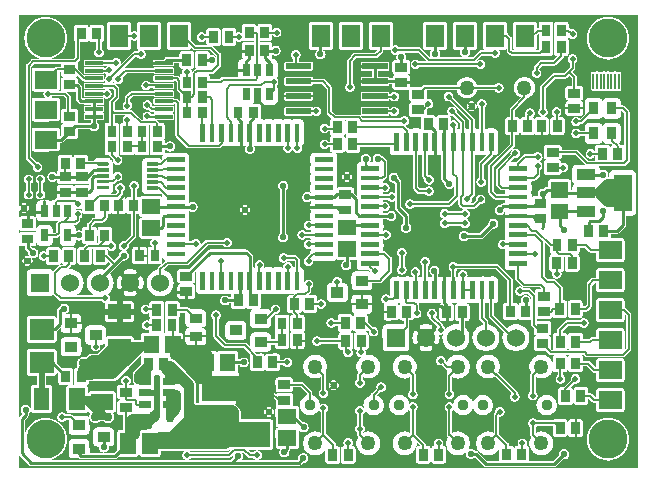
<source format=gbr>
G04 start of page 2 for group 0 idx 0 *
G04 Title: (unknown), component *
G04 Creator: pcb 1.99z *
G04 CreationDate: Mon 30 May 2011 18:01:59 GMT UTC *
G04 For: thomas *
G04 Format: Gerber/RS-274X *
G04 PCB-Dimensions: 206299 151574 *
G04 PCB-Coordinate-Origin: lower left *
%MOIN*%
%FSLAX25Y25*%
%LNTOP*%
%ADD11C,0.0290*%
%ADD12C,0.0380*%
%ADD13C,0.0394*%
%ADD14C,0.0275*%
%ADD15C,0.0160*%
%ADD16C,0.0140*%
%ADD17C,0.0787*%
%ADD18C,0.0220*%
%ADD19C,0.0200*%
%ADD20C,0.0060*%
%ADD21C,0.0085*%
%ADD22C,0.0500*%
%ADD23C,0.0600*%
%ADD24C,0.0494*%
%ADD25C,0.0375*%
%ADD26R,0.0130X0.0130*%
%ADD27R,0.0295X0.0295*%
%ADD28R,0.0600X0.0600*%
%ADD29R,0.0240X0.0240*%
%ADD30C,0.0120*%
%ADD31R,0.0120X0.0120*%
%ADD32R,0.0512X0.0512*%
%ADD33R,0.0157X0.0157*%
%ADD34R,0.0200X0.0200*%
%ADD35R,0.0300X0.0300*%
%ADD36R,0.0370X0.0370*%
%ADD37R,0.0610X0.0610*%
%ADD38R,0.0340X0.0340*%
%ADD39R,0.0690X0.0690*%
%ADD40R,0.0510X0.0510*%
%ADD41R,0.0827X0.0827*%
%ADD42C,0.1299*%
%ADD43C,0.0300*%
G54D11*G54D12*G54D13*G54D14*G54D13*G54D12*G54D14*G54D13*G54D14*G54D12*G54D13*G54D14*G54D13*G54D14*G54D13*G54D15*G54D16*G54D15*G54D16*G54D15*G54D16*G54D15*G54D16*G54D15*G54D16*G54D15*G54D16*G54D15*G54D17*G54D16*G54D17*G54D16*G54D15*G54D16*G54D15*G54D16*G54D15*G54D16*G54D15*G54D16*G54D15*G54D16*G54D15*G54D16*G54D15*G54D16*G54D18*G54D16*G54D15*G54D18*G54D15*G54D17*G54D16*G54D15*G54D16*G54D18*G54D16*G54D15*G54D18*G54D15*G54D18*G54D15*G54D16*G54D15*G54D16*G54D15*G54D16*G54D15*G54D16*G54D15*G54D16*G54D15*G54D16*G54D17*G54D16*G54D15*G54D16*G54D15*G54D16*G54D15*G54D16*G54D15*G54D16*G54D15*G54D16*G54D15*G54D16*G54D15*G54D16*G54D15*G54D18*G54D15*G54D18*G54D15*G54D18*G54D19*G36*
X55639Y3190D02*X51400D01*
Y6076D01*
X55247D01*
X55159Y6022D01*
X54967Y5859D01*
X54804Y5667D01*
X54672Y5453D01*
X54576Y5220D01*
X54517Y4975D01*
X54497Y4724D01*
X54517Y4473D01*
X54576Y4228D01*
X54672Y3995D01*
X54804Y3781D01*
X54967Y3589D01*
X55159Y3426D01*
X55373Y3294D01*
X55606Y3198D01*
X55639Y3190D01*
G37*
G36*
X57427Y3824D02*X70053D01*
X70079Y3822D01*
X70149Y3827D01*
X70220Y3831D01*
X70358Y3864D01*
X70489Y3919D01*
X70600Y3987D01*
Y3190D01*
X56565D01*
X56598Y3198D01*
X56831Y3294D01*
X57045Y3426D01*
X57237Y3589D01*
X57400Y3781D01*
X57427Y3824D01*
G37*
G36*
X70053D01*
X70079Y3822D01*
X70149Y3827D01*
X70220Y3831D01*
X70358Y3864D01*
X70489Y3919D01*
X70610Y3993D01*
X70718Y4085D01*
X70752Y4125D01*
X71693Y5066D01*
X71606Y4857D01*
X71544Y4597D01*
X71523Y4330D01*
X71542Y4093D01*
X70960Y3511D01*
X70926Y3482D01*
X70903Y3455D01*
X70638Y3190D01*
X56565D01*
X56598Y3198D01*
X56831Y3294D01*
X57045Y3426D01*
X57237Y3589D01*
X57400Y3781D01*
X57427Y3824D01*
G37*
G36*
X56957Y6076D02*X69041D01*
X69094Y6072D01*
X69295Y6087D01*
X69345Y6090D01*
X69590Y6149D01*
X69823Y6245D01*
X70038Y6377D01*
X70171Y6490D01*
X70571D01*
X69706Y5625D01*
X57426D01*
X57400Y5667D01*
X57237Y5859D01*
X57045Y6022D01*
X56957Y6076D01*
G37*
G36*
X79065Y3190D02*X74490D01*
X74608Y3328D01*
X74747Y3556D01*
X74850Y3803D01*
X74912Y4063D01*
X74928Y4330D01*
X74912Y4597D01*
X74850Y4857D01*
X74747Y5104D01*
X74608Y5332D01*
X74434Y5536D01*
X74365Y5595D01*
X74825D01*
X76313Y4107D01*
X76331Y4086D01*
X76434Y3997D01*
X76439Y3993D01*
X76560Y3919D01*
X76636Y3888D01*
X76690Y3865D01*
X76828Y3832D01*
X76970Y3821D01*
X77008Y3824D01*
X78203D01*
X78230Y3781D01*
X78393Y3589D01*
X78585Y3426D01*
X78799Y3294D01*
X79032Y3198D01*
X79065Y3190D01*
G37*
G36*
X2446Y95328D02*Y92860D01*
X2403Y92833D01*
X2211Y92670D01*
X2048Y92478D01*
X1916Y92264D01*
X1820Y92031D01*
X1772Y91832D01*
Y96356D01*
X1820Y96157D01*
X1916Y95924D01*
X2048Y95710D01*
X2211Y95518D01*
X2403Y95355D01*
X2446Y95328D01*
G37*
G36*
X1772Y79397D02*X5111Y79404D01*
X5264Y79441D01*
X5409Y79501D01*
X5544Y79583D01*
X5663Y79686D01*
X5766Y79805D01*
X5848Y79940D01*
X5908Y80085D01*
X5922Y80145D01*
X5911Y79952D01*
X5916Y78507D01*
Y78517D01*
X5908Y78539D01*
X5848Y78684D01*
X5766Y78819D01*
X5663Y78938D01*
X5544Y79041D01*
X5409Y79123D01*
X5264Y79183D01*
X5111Y79220D01*
X4954Y79229D01*
X1772Y79222D01*
Y79397D01*
G37*
G36*
X3129Y139793D02*X3298Y139517D01*
X4023Y138668D01*
X4872Y137943D01*
X5824Y137360D01*
X6856Y136932D01*
X7207Y136848D01*
X4898D01*
X4847Y136852D01*
X4706Y136841D01*
X4568Y136807D01*
X4437Y136753D01*
X4383Y136720D01*
X4316Y136679D01*
X4263Y136632D01*
X4209Y136586D01*
X4198Y136573D01*
X3129Y135504D01*
Y139793D01*
G37*
G36*
X10415Y74578D02*X10494Y74611D01*
X10695Y74735D01*
X10875Y74888D01*
X11028Y75068D01*
X11082Y75155D01*
X11152Y75269D01*
X11242Y75487D01*
X11297Y75717D01*
X11311Y75952D01*
X11310Y76336D01*
X11308Y77052D01*
X12573D01*
X12599Y77050D01*
X12693Y77057D01*
X12740Y77060D01*
X12878Y77093D01*
X13009Y77148D01*
X13130Y77222D01*
X13237Y77314D01*
X13262Y77343D01*
X13718Y77799D01*
Y77744D01*
X13720Y77038D01*
X13725Y75717D01*
X13780Y75487D01*
X13870Y75269D01*
X13994Y75068D01*
X14147Y74888D01*
X14327Y74735D01*
X14528Y74611D01*
X14746Y74521D01*
X14976Y74466D01*
X15211Y74452D01*
X17846Y74466D01*
X18076Y74521D01*
X18294Y74611D01*
X18495Y74735D01*
X18675Y74888D01*
X18828Y75068D01*
X18952Y75269D01*
X19042Y75487D01*
X19097Y75717D01*
X19111Y75952D01*
X19109Y76553D01*
X19164Y76519D01*
X19163D01*
X19305Y76433D01*
X19552Y76330D01*
X19812Y76268D01*
X20079Y76247D01*
X20346Y76268D01*
X20606Y76330D01*
X20853Y76433D01*
X21081Y76572D01*
X21173Y76650D01*
Y76519D01*
X21175Y75823D01*
X21212Y75670D01*
X21272Y75525D01*
X21354Y75390D01*
X21457Y75271D01*
X21576Y75168D01*
X21711Y75086D01*
X21856Y75026D01*
X22009Y74989D01*
X22166Y74980D01*
X22527Y74981D01*
X21620Y74074D01*
X21606Y74062D01*
X21573Y74024D01*
X20414Y74021D01*
X20261Y73984D01*
X20116Y73924D01*
X19981Y73842D01*
X19862Y73739D01*
X19759Y73620D01*
X19677Y73485D01*
X19617Y73340D01*
X19580Y73187D01*
X19571Y73030D01*
X19580Y68937D01*
X19617Y68784D01*
X19677Y68639D01*
X19759Y68504D01*
X19862Y68385D01*
X19981Y68282D01*
X20116Y68200D01*
X20261Y68140D01*
X20414Y68103D01*
X20571Y68094D01*
X23680Y68103D01*
X23833Y68140D01*
X23978Y68200D01*
X24113Y68282D01*
X24232Y68385D01*
X24335Y68504D01*
X24417Y68639D01*
X24477Y68784D01*
X24514Y68937D01*
X24523Y69094D01*
X24515Y72800D01*
X24514Y73187D01*
X24477Y73340D01*
X24417Y73485D01*
X24402Y73509D01*
X24810D01*
X24795Y73485D01*
X24735Y73340D01*
X24698Y73187D01*
X24689Y73030D01*
X24690Y72800D01*
X24689D01*
X24698Y68937D01*
X24735Y68784D01*
X24795Y68639D01*
X24877Y68504D01*
X24980Y68385D01*
X25099Y68282D01*
X25234Y68200D01*
X25379Y68140D01*
X25532Y68103D01*
X25689Y68094D01*
X28798Y68103D01*
X28951Y68140D01*
X29096Y68200D01*
X29231Y68282D01*
X29350Y68385D01*
X29453Y68504D01*
X29535Y68639D01*
X29595Y68784D01*
X29632Y68937D01*
X29641Y69094D01*
Y69282D01*
X30529Y68394D01*
X28610Y66475D01*
X28560Y66496D01*
X27871Y66661D01*
X27165Y66717D01*
X26459Y66661D01*
X25770Y66496D01*
X25116Y66225D01*
X24512Y65855D01*
X23973Y65395D01*
X23513Y64856D01*
X23143Y64252D01*
X22872Y63598D01*
X22707Y62909D01*
X22651Y62203D01*
X22707Y61497D01*
X22872Y60808D01*
X23143Y60154D01*
X23513Y59550D01*
X23973Y59011D01*
X24512Y58551D01*
X25116Y58181D01*
X25584Y57987D01*
X18746D01*
X19214Y58181D01*
X19818Y58551D01*
X20357Y59011D01*
X20817Y59550D01*
X21187Y60154D01*
X21458Y60808D01*
X21623Y61497D01*
X21665Y62203D01*
X21623Y62909D01*
X21458Y63598D01*
X21187Y64252D01*
X20817Y64856D01*
X20357Y65395D01*
X19818Y65855D01*
X19214Y66225D01*
X18560Y66496D01*
X17871Y66661D01*
X17165Y66717D01*
X16459Y66661D01*
X16321Y66628D01*
X16386Y66684D01*
X16411Y66713D01*
X17388Y67690D01*
X17417Y67715D01*
X17490Y67800D01*
X17510Y67822D01*
X17584Y67943D01*
X17638Y68074D01*
X17645Y68101D01*
X18365Y68103D01*
X18518Y68140D01*
X18663Y68200D01*
X18798Y68282D01*
X18917Y68385D01*
X19020Y68504D01*
X19102Y68639D01*
X19162Y68784D01*
X19199Y68937D01*
X19208Y69094D01*
X19199Y73187D01*
X19162Y73340D01*
X19102Y73485D01*
X19020Y73620D01*
X18917Y73739D01*
X18798Y73842D01*
X18663Y73924D01*
X18518Y73984D01*
X18365Y74021D01*
X18208Y74030D01*
X15099Y74021D01*
X14946Y73984D01*
X14801Y73924D01*
X14666Y73842D01*
X14547Y73739D01*
X14444Y73620D01*
X14362Y73485D01*
X14302Y73340D01*
X14265Y73187D01*
X14256Y73030D01*
X14265Y68937D01*
X14302Y68784D01*
X14362Y68639D01*
X14444Y68504D01*
X14547Y68385D01*
X14666Y68282D01*
X14765Y68222D01*
X14027D01*
X13976Y68226D01*
X13835Y68215D01*
X13697Y68181D01*
X13566Y68127D01*
X13445Y68053D01*
X13408Y68020D01*
X13338Y67960D01*
X13326Y67946D01*
X11581Y66201D01*
X11567Y66189D01*
X11475Y66082D01*
X11430Y66009D01*
X11382Y66087D01*
X11229Y66267D01*
X11049Y66420D01*
X10848Y66544D01*
X10630Y66634D01*
X10415Y66685D01*
Y68095D01*
X13247Y68103D01*
X13400Y68140D01*
X13545Y68200D01*
X13680Y68282D01*
X13799Y68385D01*
X13902Y68504D01*
X13984Y68639D01*
X14044Y68784D01*
X14081Y68937D01*
X14090Y69094D01*
X14081Y73187D01*
X14044Y73340D01*
X13984Y73485D01*
X13902Y73620D01*
X13799Y73739D01*
X13680Y73842D01*
X13545Y73924D01*
X13400Y73984D01*
X13247Y74021D01*
X13090Y74030D01*
X10415Y74022D01*
Y74578D01*
G37*
G36*
X4310Y70459D02*X4394Y70424D01*
X4654Y70362D01*
X4921Y70341D01*
X5188Y70362D01*
X5448Y70424D01*
X5695Y70527D01*
X5923Y70666D01*
X6127Y70840D01*
X6301Y71044D01*
X6440Y71272D01*
X6543Y71519D01*
X6605Y71779D01*
X6621Y72046D01*
X6605Y72313D01*
X6543Y72573D01*
X6440Y72820D01*
X6301Y73048D01*
X6127Y73252D01*
X5923Y73426D01*
X5695Y73565D01*
X5448Y73668D01*
X5188Y73730D01*
X4921Y73751D01*
X4684Y73732D01*
X4310Y74106D01*
Y74284D01*
X4716Y74285D01*
X5111Y74286D01*
X5264Y74323D01*
X5409Y74383D01*
X5544Y74465D01*
X5663Y74568D01*
X5766Y74687D01*
X5848Y74822D01*
X5908Y74967D01*
X5945Y75120D01*
X5954Y75277D01*
X5953Y75600D01*
X5980Y75487D01*
X6070Y75269D01*
X6194Y75068D01*
X6347Y74888D01*
X6527Y74735D01*
X6728Y74611D01*
X6946Y74521D01*
X7176Y74466D01*
X7411Y74452D01*
X10046Y74466D01*
X10276Y74521D01*
X10415Y74578D01*
Y74022D01*
X9981Y74021D01*
X9828Y73984D01*
X9683Y73924D01*
X9548Y73842D01*
X9429Y73739D01*
X9326Y73620D01*
X9244Y73485D01*
X9184Y73340D01*
X9147Y73187D01*
X9138Y73030D01*
X9139Y72527D01*
X9073Y72568D01*
X8840Y72664D01*
X8595Y72723D01*
X8344Y72743D01*
X8093Y72723D01*
X7848Y72664D01*
X7615Y72568D01*
X7401Y72436D01*
X7209Y72273D01*
X7046Y72081D01*
X6914Y71867D01*
X6818Y71634D01*
X6759Y71389D01*
X6739Y71138D01*
X6759Y70887D01*
X6818Y70642D01*
X6914Y70409D01*
X7046Y70195D01*
X7209Y70003D01*
X7401Y69840D01*
X7615Y69708D01*
X7848Y69612D01*
X8093Y69553D01*
X8344Y69533D01*
X8595Y69553D01*
X8840Y69612D01*
X9073Y69708D01*
X9145Y69752D01*
X9147Y68937D01*
X9184Y68784D01*
X9244Y68639D01*
X9326Y68504D01*
X9429Y68385D01*
X9548Y68282D01*
X9683Y68200D01*
X9828Y68140D01*
X9981Y68103D01*
X10138Y68094D01*
X10415Y68095D01*
Y66685D01*
X10400Y66689D01*
X10165Y66703D01*
X4310Y66690D01*
Y68711D01*
X4351Y68719D01*
X4395Y68736D01*
X4436Y68759D01*
X4473Y68789D01*
X4505Y68823D01*
X4531Y68863D01*
X4550Y68906D01*
X4596Y69047D01*
X4628Y69192D01*
X4648Y69339D01*
X4654Y69487D01*
X4648Y69636D01*
X4628Y69783D01*
X4596Y69928D01*
X4551Y70069D01*
X4532Y70112D01*
X4506Y70152D01*
X4474Y70187D01*
X4437Y70216D01*
X4396Y70240D01*
X4351Y70256D01*
X4310Y70265D01*
Y70459D01*
G37*
G36*
Y74106D02*X4133Y74283D01*
X4310Y74284D01*
Y74106D01*
G37*
G36*
X3129Y70573D02*X3144Y70571D01*
X3237Y70550D01*
X3329Y70521D01*
X3373Y70507D01*
X3420Y70502D01*
X3467Y70504D01*
X3514Y70513D01*
X3558Y70530D01*
X3599Y70553D01*
X3636Y70583D01*
X3668Y70617D01*
X3694Y70657D01*
X3714Y70700D01*
X3727Y70745D01*
X3732Y70792D01*
X3731Y70827D01*
X3919Y70666D01*
X4147Y70527D01*
X4310Y70459D01*
Y70265D01*
X4305Y70266D01*
X4257Y70268D01*
X4210Y70263D01*
X4165Y70250D01*
X4122Y70230D01*
X4082Y70204D01*
X4047Y70172D01*
X4018Y70135D01*
X3994Y70094D01*
X3978Y70049D01*
X3968Y70003D01*
X3966Y69955D01*
X3971Y69908D01*
X3985Y69863D01*
X4015Y69772D01*
X4036Y69679D01*
X4048Y69583D01*
X4053Y69487D01*
X4048Y69392D01*
X4036Y69296D01*
X4015Y69203D01*
X3986Y69111D01*
X3972Y69067D01*
X3967Y69020D01*
X3969Y68973D01*
X3978Y68926D01*
X3995Y68882D01*
X4018Y68841D01*
X4048Y68804D01*
X4082Y68772D01*
X4122Y68746D01*
X4165Y68726D01*
X4210Y68713D01*
X4257Y68708D01*
X4304Y68710D01*
X4310Y68711D01*
Y66690D01*
X3930Y66689D01*
X3700Y66634D01*
X3482Y66544D01*
X3281Y66420D01*
X3129Y66291D01*
Y67796D01*
X3248Y67812D01*
X3393Y67844D01*
X3534Y67889D01*
X3577Y67908D01*
X3617Y67934D01*
X3652Y67966D01*
X3681Y68003D01*
X3705Y68044D01*
X3721Y68089D01*
X3731Y68135D01*
X3733Y68183D01*
X3728Y68230D01*
X3715Y68275D01*
X3695Y68318D01*
X3669Y68358D01*
X3637Y68393D01*
X3600Y68422D01*
X3559Y68446D01*
X3514Y68462D01*
X3468Y68472D01*
X3420Y68474D01*
X3373Y68469D01*
X3328Y68455D01*
X3237Y68425D01*
X3144Y68404D01*
X3129Y68402D01*
Y70573D01*
G37*
G36*
Y72389D02*X3235Y72283D01*
X3216Y72046D01*
X3237Y71779D01*
X3299Y71519D01*
X3402Y71272D01*
X3512Y71092D01*
X3393Y71131D01*
X3248Y71163D01*
X3129Y71179D01*
Y72389D01*
G37*
G36*
X28326Y3349D02*X32099D01*
X32124Y3347D01*
X32204Y3353D01*
X32285Y3358D01*
X32442Y3396D01*
X32591Y3458D01*
X32728Y3542D01*
X32851Y3647D01*
X32886Y3688D01*
X33418Y4220D01*
X33557Y4163D01*
X33710Y4126D01*
X33867Y4117D01*
X39124Y4126D01*
X39277Y4163D01*
X39422Y4223D01*
X39557Y4305D01*
X39676Y4408D01*
X39779Y4527D01*
X39861Y4662D01*
X39921Y4807D01*
X39958Y4960D01*
X39967Y5117D01*
X39961Y9873D01*
X40270Y10182D01*
X40276Y4960D01*
X40313Y4807D01*
X40373Y4662D01*
X40455Y4527D01*
X40558Y4408D01*
X40677Y4305D01*
X40812Y4223D01*
X40957Y4163D01*
X41110Y4126D01*
X41267Y4117D01*
X46524Y4126D01*
X46677Y4163D01*
X46822Y4223D01*
X46957Y4305D01*
X47076Y4408D01*
X47179Y4527D01*
X47261Y4662D01*
X47321Y4807D01*
X47358Y4960D01*
X47367Y5117D01*
X47366Y6076D01*
X55247D01*
X55159Y6022D01*
X54967Y5859D01*
X54804Y5667D01*
X54672Y5453D01*
X54576Y5220D01*
X54517Y4975D01*
X54497Y4724D01*
X54517Y4473D01*
X54576Y4228D01*
X54672Y3995D01*
X54804Y3781D01*
X54967Y3589D01*
X55159Y3426D01*
X55373Y3294D01*
X55606Y3198D01*
X55639Y3190D01*
X28326D01*
Y3349D01*
G37*
G36*
Y15974D02*X28440D01*
X28562Y15870D01*
X28844Y15697D01*
X29149Y15571D01*
X29470Y15493D01*
X29800Y15468D01*
X30130Y15493D01*
X30451Y15571D01*
X30756Y15697D01*
X31038Y15870D01*
X31290Y16084D01*
X31504Y16336D01*
X31677Y16618D01*
X31803Y16923D01*
X31881Y17244D01*
X31900Y17574D01*
X31881Y17904D01*
X31803Y18225D01*
X31677Y18530D01*
X31504Y18812D01*
X31438Y18890D01*
X31653D01*
X31806Y18927D01*
X31951Y18987D01*
X32086Y19069D01*
X32205Y19172D01*
X32308Y19291D01*
X32390Y19426D01*
X32450Y19571D01*
X32487Y19724D01*
X32496Y19881D01*
X32487Y25156D01*
X32450Y25309D01*
X32390Y25454D01*
X32308Y25589D01*
X32205Y25708D01*
X32086Y25811D01*
X31951Y25893D01*
X31806Y25953D01*
X31653Y25990D01*
X31496Y25999D01*
X28326Y25995D01*
Y29374D01*
X28747D01*
X28800Y29370D01*
X28853Y29374D01*
X29547D01*
X29600Y29370D01*
X29697Y29377D01*
X29801Y29369D01*
X29864Y29374D01*
X31547D01*
X31600Y29370D01*
X31851Y29389D01*
X32096Y29448D01*
X32329Y29544D01*
X32543Y29676D01*
X32735Y29839D01*
X32780Y29892D01*
X36731Y33843D01*
X36815Y33937D01*
X36935Y34039D01*
X36980Y34092D01*
X39882Y36994D01*
X39935Y37039D01*
X39980Y37092D01*
X40934Y38046D01*
X40943Y38032D01*
X41046Y37913D01*
X41066Y37895D01*
X41015Y37851D01*
X40912Y37732D01*
X40830Y37597D01*
X40770Y37452D01*
X40733Y37299D01*
X40724Y37142D01*
X40729Y34967D01*
X39705Y33943D01*
X39665Y33909D01*
X39631Y33869D01*
X39105Y33343D01*
X39065Y33309D01*
X39031Y33269D01*
X38505Y32743D01*
X38465Y32709D01*
X38302Y32517D01*
X38170Y32303D01*
X38074Y32070D01*
X38015Y31825D01*
X37996Y31574D01*
X38000Y31521D01*
Y29638D01*
X37995Y29575D01*
X38015Y29327D01*
Y29323D01*
X38029Y29265D01*
X38073Y29079D01*
X38130Y28942D01*
X38170Y28845D01*
X38220Y28764D01*
X38301Y28631D01*
X38324Y28606D01*
X38465Y28439D01*
X38512Y28399D01*
X38514Y27939D01*
X38553Y27776D01*
X38539Y27799D01*
X38436Y27918D01*
X38317Y28021D01*
X38182Y28103D01*
X38037Y28163D01*
X37884Y28200D01*
X37727Y28209D01*
X36700Y28207D01*
Y28249D01*
X36743Y28276D01*
X36935Y28439D01*
X37098Y28631D01*
X37230Y28845D01*
X37326Y29078D01*
X37385Y29323D01*
X37400Y29574D01*
X37385Y29825D01*
X37326Y30070D01*
X37230Y30303D01*
X37098Y30517D01*
X36935Y30709D01*
X36743Y30872D01*
X36529Y31004D01*
X36296Y31100D01*
X36051Y31159D01*
X35800Y31179D01*
X35549Y31159D01*
X35304Y31100D01*
X35071Y31004D01*
X34857Y30872D01*
X34665Y30709D01*
X34502Y30517D01*
X34370Y30303D01*
X34274Y30070D01*
X34215Y29825D01*
X34195Y29574D01*
X34215Y29323D01*
X34274Y29078D01*
X34370Y28845D01*
X34502Y28631D01*
X34665Y28439D01*
X34857Y28276D01*
X34900Y28249D01*
Y28203D01*
X33634Y28200D01*
X33481Y28163D01*
X33336Y28103D01*
X33201Y28021D01*
X33082Y27918D01*
X32979Y27799D01*
X32897Y27664D01*
X32837Y27519D01*
X32800Y27366D01*
X32791Y27209D01*
X32800Y24100D01*
X32837Y23947D01*
X32897Y23802D01*
X32979Y23667D01*
X33082Y23548D01*
X33201Y23445D01*
X33336Y23363D01*
X33481Y23303D01*
X33634Y23266D01*
X33791Y23257D01*
X34870Y23259D01*
X34900Y23136D01*
X34922Y23085D01*
X33634Y23082D01*
X33481Y23045D01*
X33336Y22985D01*
X33201Y22903D01*
X33082Y22800D01*
X32979Y22681D01*
X32897Y22546D01*
X32837Y22401D01*
X32800Y22248D01*
X32791Y22091D01*
X32800Y18982D01*
X32837Y18829D01*
X32897Y18684D01*
X32979Y18549D01*
X33082Y18430D01*
X33201Y18327D01*
X33336Y18245D01*
X33481Y18185D01*
X33634Y18148D01*
X33791Y18139D01*
X34858Y18141D01*
Y16604D01*
X34815Y16425D01*
X34796Y16174D01*
X34800Y16121D01*
Y13210D01*
X33710Y13208D01*
X33557Y13171D01*
X33412Y13111D01*
X33277Y13029D01*
X33158Y12926D01*
X33055Y12807D01*
X32973Y12672D01*
X32913Y12527D01*
X32876Y12374D01*
X32867Y12217D01*
X32874Y6574D01*
X31699Y5399D01*
X28326D01*
Y5580D01*
X28346Y5578D01*
X28613Y5599D01*
X28873Y5661D01*
X29120Y5764D01*
X29348Y5903D01*
X29552Y6077D01*
X29726Y6281D01*
X29865Y6509D01*
X29968Y6756D01*
X30030Y7016D01*
X30046Y7283D01*
X30030Y7550D01*
X30018Y7602D01*
X30561Y7604D01*
X30791Y7659D01*
X31009Y7749D01*
X31210Y7873D01*
X31390Y8026D01*
X31543Y8206D01*
X31667Y8407D01*
X31757Y8625D01*
X31812Y8855D01*
X31826Y9090D01*
X31812Y12725D01*
X31757Y12955D01*
X31667Y13173D01*
X31543Y13374D01*
X31390Y13554D01*
X31210Y13707D01*
X31009Y13831D01*
X30791Y13921D01*
X30561Y13976D01*
X30326Y13990D01*
X28326Y13983D01*
Y15974D01*
G37*
G36*
Y25995D02*X23859Y25990D01*
X23706Y25953D01*
X23561Y25893D01*
X23426Y25811D01*
X23307Y25708D01*
X23204Y25589D01*
X23122Y25454D01*
X23062Y25309D01*
X23040Y25220D01*
X23038Y27321D01*
X23001Y27474D01*
X22941Y27619D01*
X22859Y27754D01*
X22756Y27873D01*
X22637Y27976D01*
X22633Y27979D01*
X22651Y27983D01*
X22796Y28043D01*
X22931Y28125D01*
X23050Y28228D01*
X23153Y28347D01*
X23235Y28482D01*
X23295Y28627D01*
X23332Y28780D01*
X23341Y28937D01*
X23340Y29305D01*
X24358D01*
X24411Y29301D01*
X24662Y29320D01*
X24886Y29374D01*
X26547D01*
X26600Y29370D01*
X26653Y29374D01*
X28326D01*
Y25995D01*
G37*
G36*
X18211Y3690D02*X20029Y3696D01*
X20044Y3681D01*
X20073Y3647D01*
X20196Y3542D01*
X20333Y3458D01*
X20482Y3396D01*
X20639Y3358D01*
X20682Y3356D01*
X20801Y3346D01*
X20838Y3349D01*
X28326D01*
Y3190D01*
X18211D01*
Y3690D01*
G37*
G36*
Y18686D02*X22204Y18693D01*
X22357Y18730D01*
X22502Y18790D01*
X22637Y18872D01*
X22756Y18975D01*
X22859Y19094D01*
X22941Y19229D01*
X23001Y19374D01*
X23038Y19527D01*
X23045Y19643D01*
X23062Y19571D01*
X23122Y19426D01*
X23204Y19291D01*
X23307Y19172D01*
X23426Y19069D01*
X23561Y18987D01*
X23706Y18927D01*
X23859Y18890D01*
X23957Y18884D01*
X23896Y18812D01*
X23723Y18530D01*
X23597Y18225D01*
X23519Y17904D01*
X23494Y17574D01*
X23519Y17244D01*
X23597Y16923D01*
X23723Y16618D01*
X23896Y16336D01*
X24110Y16084D01*
X24362Y15870D01*
X24644Y15697D01*
X24949Y15571D01*
X25270Y15493D01*
X25600Y15468D01*
X25930Y15493D01*
X26251Y15571D01*
X26556Y15697D01*
X26838Y15870D01*
X26960Y15974D01*
X28326D01*
Y13983D01*
X26091Y13976D01*
X25861Y13921D01*
X25643Y13831D01*
X25442Y13707D01*
X25262Y13554D01*
X25109Y13374D01*
X24985Y13173D01*
X24895Y12955D01*
X24840Y12725D01*
X24826Y12490D01*
X24840Y8855D01*
X24895Y8625D01*
X24985Y8407D01*
X25109Y8206D01*
X25262Y8026D01*
X25442Y7873D01*
X25643Y7749D01*
X25861Y7659D01*
X26091Y7604D01*
X26326Y7590D01*
X26672Y7591D01*
X26662Y7550D01*
X26641Y7283D01*
X26662Y7016D01*
X26724Y6756D01*
X26827Y6509D01*
X26966Y6281D01*
X27140Y6077D01*
X27344Y5903D01*
X27572Y5764D01*
X27819Y5661D01*
X28079Y5599D01*
X28326Y5580D01*
Y5399D01*
X23625D01*
X23612Y8825D01*
X23557Y9055D01*
X23467Y9273D01*
X23343Y9474D01*
X23190Y9654D01*
X23010Y9807D01*
X22809Y9931D01*
X22591Y10021D01*
X22361Y10076D01*
X22126Y10090D01*
X18211Y10077D01*
Y11490D01*
X22361Y11504D01*
X22591Y11559D01*
X22809Y11649D01*
X23010Y11773D01*
X23190Y11926D01*
X23343Y12106D01*
X23467Y12307D01*
X23557Y12525D01*
X23612Y12755D01*
X23626Y12990D01*
X23612Y16625D01*
X23557Y16855D01*
X23467Y17073D01*
X23343Y17274D01*
X23190Y17454D01*
X23010Y17607D01*
X22809Y17731D01*
X22591Y17821D01*
X22361Y17876D01*
X22126Y17890D01*
X18212Y17877D01*
X18211Y17878D01*
Y18686D01*
G37*
G36*
X3129Y31313D02*X3173Y31286D01*
X3318Y31226D01*
X3471Y31189D01*
X3628Y31180D01*
X6077Y31183D01*
Y28157D01*
X4962Y28155D01*
X4809Y28118D01*
X4664Y28058D01*
X4529Y27976D01*
X4410Y27873D01*
X4307Y27754D01*
X4225Y27619D01*
X4165Y27474D01*
X4128Y27321D01*
X4119Y27164D01*
X4128Y19527D01*
X4165Y19374D01*
X4225Y19229D01*
X4307Y19094D01*
X4410Y18975D01*
X4529Y18872D01*
X4664Y18790D01*
X4809Y18730D01*
X4962Y18693D01*
X5119Y18684D01*
X10394Y18693D01*
X10547Y18730D01*
X10692Y18790D01*
X10827Y18872D01*
X10946Y18975D01*
X11049Y19094D01*
X11131Y19229D01*
X11191Y19374D01*
X11228Y19527D01*
X11237Y19684D01*
X11228Y27321D01*
X11191Y27474D01*
X11131Y27619D01*
X11049Y27754D01*
X10946Y27873D01*
X10827Y27976D01*
X10692Y28058D01*
X10547Y28118D01*
X10394Y28155D01*
X10237Y28164D01*
X9278Y28162D01*
Y31186D01*
X11885Y31189D01*
X12038Y31226D01*
X12183Y31286D01*
X12318Y31368D01*
X12437Y31471D01*
X12540Y31590D01*
X12622Y31725D01*
X12682Y31870D01*
X12719Y32023D01*
X12728Y32180D01*
Y32475D01*
X13273Y31930D01*
X13280Y28780D01*
X13317Y28627D01*
X13377Y28482D01*
X13459Y28347D01*
X13562Y28228D01*
X13681Y28125D01*
X13816Y28043D01*
X13961Y27983D01*
X14114Y27946D01*
X14271Y27937D01*
X16301Y27943D01*
X16220Y27873D01*
X16117Y27754D01*
X16035Y27619D01*
X15975Y27474D01*
X15938Y27321D01*
X15929Y27164D01*
X15938Y19527D01*
X15975Y19374D01*
X16035Y19229D01*
X16117Y19094D01*
X16220Y18975D01*
X16339Y18872D01*
X16474Y18790D01*
X16619Y18730D01*
X16772Y18693D01*
X16929Y18684D01*
X18211Y18686D01*
Y17878D01*
X18098Y17991D01*
X18080Y18012D01*
X17973Y18104D01*
X17853Y18178D01*
X17722Y18233D01*
X17584Y18266D01*
X17443Y18277D01*
X17404Y18274D01*
X15725D01*
X15698Y18317D01*
X15535Y18509D01*
X15343Y18672D01*
X15129Y18804D01*
X14896Y18900D01*
X14651Y18959D01*
X14400Y18979D01*
X14149Y18959D01*
X13904Y18900D01*
X13671Y18804D01*
X13457Y18672D01*
X13265Y18509D01*
X13102Y18317D01*
X12970Y18103D01*
X12874Y17870D01*
X12815Y17625D01*
X12795Y17374D01*
X12815Y17123D01*
X12874Y16878D01*
X12970Y16645D01*
X13102Y16431D01*
X13265Y16239D01*
X13457Y16076D01*
X13671Y15944D01*
X13904Y15848D01*
X14149Y15789D01*
X14400Y15769D01*
X14651Y15789D01*
X14896Y15848D01*
X15129Y15944D01*
X15343Y16076D01*
X15535Y16239D01*
X15698Y16431D01*
X15725Y16474D01*
X16631D01*
X16626Y16390D01*
X16640Y12755D01*
X16695Y12525D01*
X16785Y12307D01*
X16909Y12106D01*
X17062Y11926D01*
X17242Y11773D01*
X17443Y11649D01*
X17661Y11559D01*
X17891Y11504D01*
X18126Y11490D01*
X18211D01*
Y10077D01*
X17891Y10076D01*
X17661Y10021D01*
X17443Y9931D01*
X17242Y9807D01*
X17062Y9654D01*
X16909Y9474D01*
X16785Y9273D01*
X16695Y9055D01*
X16640Y8825D01*
X16626Y8590D01*
X16640Y4955D01*
X16695Y4725D01*
X16785Y4507D01*
X16909Y4306D01*
X17062Y4126D01*
X17242Y3973D01*
X17443Y3849D01*
X17661Y3759D01*
X17891Y3704D01*
X18126Y3690D01*
X18211D01*
Y3190D01*
X10916D01*
X11254Y3271D01*
X12286Y3699D01*
X13238Y4282D01*
X14087Y5007D01*
X14812Y5856D01*
X15395Y6808D01*
X15823Y7840D01*
X16083Y8926D01*
X16149Y10039D01*
X16083Y11152D01*
X15823Y12238D01*
X15395Y13270D01*
X14812Y14222D01*
X14087Y15071D01*
X13238Y15796D01*
X12286Y16379D01*
X11254Y16807D01*
X10168Y17067D01*
X9055Y17155D01*
X7942Y17067D01*
X6856Y16807D01*
X5824Y16379D01*
X4872Y15796D01*
X4023Y15071D01*
X3298Y14222D01*
X3129Y13946D01*
Y17429D01*
X3180Y17488D01*
X3194Y17504D01*
X3278Y17642D01*
X3340Y17791D01*
X3378Y17948D01*
X3390Y18109D01*
X3387Y18149D01*
Y18521D01*
X3568Y18675D01*
X3742Y18879D01*
X3881Y19107D01*
X3984Y19354D01*
X4046Y19614D01*
X4062Y19881D01*
X4046Y20148D01*
X3984Y20408D01*
X3881Y20655D01*
X3742Y20883D01*
X3568Y21087D01*
X3364Y21261D01*
X3136Y21400D01*
X3129Y21403D01*
Y31313D01*
G37*
G36*
X70002Y58350D02*X70757Y58356D01*
X70752Y58266D01*
X70754Y57323D01*
X70258D01*
X70104Y57504D01*
X70002Y57591D01*
Y58350D01*
G37*
G36*
Y141110D02*X71751Y141115D01*
X71904Y141152D01*
X72049Y141212D01*
X72184Y141294D01*
X72303Y141397D01*
X72406Y141516D01*
X72488Y141651D01*
X72548Y141796D01*
X72585Y141949D01*
X72594Y142106D01*
X72593Y142728D01*
X72696Y142664D01*
X72929Y142568D01*
X73174Y142509D01*
X73425Y142489D01*
X73676Y142509D01*
X73921Y142568D01*
X74154Y142664D01*
X74368Y142796D01*
X74560Y142959D01*
X74601Y143008D01*
X74697Y142897D01*
X74816Y142794D01*
X74951Y142712D01*
X75096Y142652D01*
X75249Y142615D01*
X75406Y142606D01*
X78515Y142615D01*
X78599Y142635D01*
Y142527D01*
X78574Y142533D01*
X78417Y142542D01*
X75308Y142533D01*
X75155Y142496D01*
X75010Y142436D01*
X74875Y142354D01*
X74756Y142251D01*
X74653Y142132D01*
X74571Y141997D01*
X74511Y141852D01*
X74474Y141699D01*
X74465Y141542D01*
X74474Y137449D01*
X74511Y137296D01*
X74571Y137151D01*
X74653Y137016D01*
X74756Y136897D01*
X74875Y136794D01*
X75010Y136712D01*
X75050Y136695D01*
X74400Y136692D01*
X74170Y136637D01*
X73952Y136547D01*
X73751Y136423D01*
X73571Y136270D01*
X73418Y136090D01*
X73294Y135889D01*
X73204Y135671D01*
X73149Y135441D01*
X73135Y135206D01*
X73149Y130971D01*
X73185Y130820D01*
X70002D01*
Y141110D01*
G37*
G36*
X125102Y18603D02*X125396Y18423D01*
X125887Y18219D01*
X126404Y18095D01*
X126934Y18054D01*
X127464Y18095D01*
X127981Y18219D01*
X128472Y18423D01*
X128926Y18701D01*
X129330Y19046D01*
X129675Y19450D01*
X129953Y19904D01*
X129995Y20005D01*
X130102Y19831D01*
X130265Y19639D01*
X130457Y19476D01*
X130500Y19449D01*
Y12199D01*
X129936Y12433D01*
X129329Y12579D01*
X128706Y12628D01*
X128083Y12579D01*
X127476Y12433D01*
X126899Y12194D01*
X126366Y11868D01*
X125891Y11462D01*
X125485Y10987D01*
X125159Y10454D01*
X125102Y10316D01*
Y18603D01*
G37*
G36*
Y138235D02*X125340Y138178D01*
X125591Y138158D01*
X125842Y138178D01*
X126076Y138234D01*
X126040Y138175D01*
X125937Y137928D01*
X125875Y137668D01*
X125854Y137401D01*
X125875Y137134D01*
X125937Y136874D01*
X126040Y136627D01*
X126104Y136522D01*
X125434Y136521D01*
X125281Y136484D01*
X125136Y136424D01*
X125102Y136403D01*
Y138235D01*
G37*
G36*
Y49597D02*X125845Y49599D01*
X125998Y49636D01*
X126143Y49696D01*
X126278Y49778D01*
X126397Y49881D01*
X126500Y50000D01*
X126582Y50135D01*
X126642Y50280D01*
X126679Y50433D01*
X126688Y50590D01*
X126679Y54683D01*
X126642Y54836D01*
X126582Y54981D01*
X126500Y55116D01*
X126397Y55235D01*
X126355Y55271D01*
X127085Y55277D01*
X127235Y55313D01*
X127145Y55235D01*
X127042Y55116D01*
X126960Y54981D01*
X126900Y54836D01*
X126863Y54683D01*
X126854Y54526D01*
X126863Y50433D01*
X126900Y50280D01*
X126960Y50135D01*
X127042Y50000D01*
X127145Y49881D01*
X127264Y49778D01*
X127399Y49696D01*
X127544Y49636D01*
X127697Y49599D01*
X127854Y49590D01*
X128430Y49592D01*
Y48396D01*
X125102Y48389D01*
Y49597D01*
G37*
G36*
Y126587D02*X125136Y126566D01*
X125281Y126506D01*
X125434Y126469D01*
X125591Y126460D01*
X129684Y126469D01*
X129837Y126506D01*
X129982Y126566D01*
X130115Y126647D01*
X130112Y126633D01*
X130103Y126476D01*
X130112Y123367D01*
X130149Y123214D01*
X130209Y123069D01*
X130291Y122934D01*
X130394Y122815D01*
X130513Y122712D01*
X130648Y122630D01*
X130793Y122570D01*
X130946Y122533D01*
X131103Y122524D01*
X135165Y122533D01*
X135092Y122355D01*
X135039Y122358D01*
X130946Y122349D01*
X130793Y122312D01*
X130648Y122252D01*
X130513Y122170D01*
X130394Y122067D01*
X130291Y121948D01*
X130209Y121813D01*
X130149Y121668D01*
X130112Y121515D01*
X130103Y121358D01*
X130112Y118249D01*
X130149Y118096D01*
X130209Y117951D01*
X130291Y117816D01*
X130394Y117697D01*
X130513Y117594D01*
X130648Y117512D01*
X130793Y117452D01*
X130946Y117415D01*
X131103Y117406D01*
X134128Y117413D01*
X134098Y117339D01*
X134061Y117186D01*
X134052Y117029D01*
X134060Y113481D01*
X134042Y113474D01*
X133938Y113410D01*
X133833Y113474D01*
X133615Y113564D01*
X133385Y113619D01*
X133150Y113633D01*
X131341Y113619D01*
X131111Y113564D01*
X130893Y113474D01*
X130788Y113409D01*
X130683Y113474D01*
X130465Y113564D01*
X130235Y113619D01*
X130000Y113633D01*
X129767Y113631D01*
X128833Y114565D01*
X129039Y114615D01*
X129272Y114711D01*
X129486Y114843D01*
X129678Y115006D01*
X129841Y115198D01*
X129973Y115412D01*
X130069Y115645D01*
X130128Y115890D01*
X130143Y116141D01*
X130128Y116392D01*
X130069Y116637D01*
X129973Y116870D01*
X129841Y117084D01*
X129678Y117276D01*
X129486Y117439D01*
X129272Y117571D01*
X129039Y117667D01*
X128794Y117726D01*
X128543Y117746D01*
X128292Y117726D01*
X128047Y117667D01*
X127814Y117571D01*
X127600Y117439D01*
X127408Y117276D01*
X127245Y117084D01*
X127218Y117041D01*
X125102D01*
Y117694D01*
X125197Y117686D01*
X125448Y117706D01*
X125693Y117765D01*
X125926Y117861D01*
X126140Y117993D01*
X126332Y118156D01*
X126495Y118348D01*
X126627Y118562D01*
X126723Y118795D01*
X126782Y119040D01*
X126797Y119291D01*
X126782Y119542D01*
X126723Y119787D01*
X126627Y120020D01*
X126495Y120234D01*
X126332Y120426D01*
X126140Y120589D01*
X125926Y120721D01*
X125693Y120817D01*
X125448Y120876D01*
X125197Y120896D01*
X125102Y120888D01*
Y122615D01*
X125197Y122607D01*
X125448Y122627D01*
X125693Y122686D01*
X125926Y122782D01*
X126140Y122914D01*
X126332Y123077D01*
X126495Y123269D01*
X126627Y123483D01*
X126723Y123716D01*
X126782Y123961D01*
X126797Y124212D01*
X126782Y124463D01*
X126723Y124708D01*
X126627Y124941D01*
X126495Y125155D01*
X126332Y125347D01*
X126140Y125510D01*
X125926Y125642D01*
X125693Y125738D01*
X125448Y125797D01*
X125197Y125817D01*
X125102Y125809D01*
Y126587D01*
G37*
G36*
Y95546D02*X125237Y95557D01*
X125549Y95245D01*
Y91876D01*
X125544Y91882D01*
X125352Y92045D01*
X125138Y92177D01*
X125102Y92192D01*
Y95546D01*
G37*
G36*
X185629Y104672D02*X188743Y101558D01*
X185861Y101552D01*
X185631Y101497D01*
X185629Y101496D01*
Y104672D01*
G37*
G36*
Y151573D02*X198031D01*
Y150618D01*
X197570Y150728D01*
X196457Y150816D01*
X195344Y150728D01*
X194258Y150468D01*
X193226Y150040D01*
X192274Y149457D01*
X191425Y148732D01*
X190700Y147883D01*
X190117Y146931D01*
X189689Y145899D01*
X189429Y144813D01*
X189341Y143700D01*
X189429Y142587D01*
X189689Y141501D01*
X190117Y140469D01*
X190700Y139517D01*
X191425Y138668D01*
X192274Y137943D01*
X193226Y137360D01*
X194258Y136932D01*
X195344Y136672D01*
X196457Y136584D01*
X197570Y136672D01*
X198031Y136782D01*
Y132565D01*
X198010Y132578D01*
X197879Y132633D01*
X197741Y132666D01*
X197600Y132677D01*
X197459Y132666D01*
X197321Y132633D01*
X197190Y132578D01*
X197069Y132504D01*
X197000Y132445D01*
X196931Y132504D01*
X196810Y132578D01*
X196679Y132633D01*
X196541Y132666D01*
X196400Y132677D01*
X196259Y132666D01*
X196121Y132633D01*
X195990Y132578D01*
X195869Y132504D01*
X195800Y132445D01*
X195731Y132504D01*
X195610Y132578D01*
X195479Y132633D01*
X195341Y132666D01*
X195200Y132677D01*
X195059Y132666D01*
X194921Y132633D01*
X194790Y132578D01*
X194669Y132504D01*
X194600Y132445D01*
X194531Y132504D01*
X194410Y132578D01*
X194279Y132633D01*
X194141Y132666D01*
X194000Y132677D01*
X193859Y132666D01*
X193721Y132633D01*
X193590Y132578D01*
X193469Y132504D01*
X193400Y132445D01*
X193331Y132504D01*
X193210Y132578D01*
X193079Y132633D01*
X192941Y132666D01*
X192800Y132677D01*
X192659Y132666D01*
X192521Y132633D01*
X192390Y132578D01*
X192269Y132504D01*
X192200Y132445D01*
X192131Y132504D01*
X192010Y132578D01*
X191879Y132633D01*
X191741Y132666D01*
X191600Y132677D01*
X191459Y132666D01*
X191321Y132633D01*
X191190Y132578D01*
X191069Y132504D01*
X190962Y132412D01*
X190870Y132305D01*
X190796Y132184D01*
X190741Y132053D01*
X190708Y131915D01*
X190700Y131774D01*
Y126974D01*
X190708Y126833D01*
X190741Y126695D01*
X190796Y126564D01*
X190870Y126443D01*
X190962Y126336D01*
X191069Y126244D01*
X191190Y126170D01*
X191321Y126115D01*
X191459Y126082D01*
X191600Y126071D01*
X191741Y126082D01*
X191879Y126115D01*
X192010Y126170D01*
X192131Y126244D01*
X192200Y126303D01*
X192269Y126244D01*
X192390Y126170D01*
X192521Y126115D01*
X192659Y126082D01*
X192800Y126071D01*
X192941Y126082D01*
X193079Y126115D01*
X193210Y126170D01*
X193331Y126244D01*
X193400Y126303D01*
X193469Y126244D01*
X193590Y126170D01*
X193721Y126115D01*
X193859Y126082D01*
X194000Y126071D01*
X194141Y126082D01*
X194279Y126115D01*
X194410Y126170D01*
X194531Y126244D01*
X194600Y126303D01*
X194669Y126244D01*
X194790Y126170D01*
X194921Y126115D01*
X195059Y126082D01*
X195200Y126071D01*
X195341Y126082D01*
X195479Y126115D01*
X195610Y126170D01*
X195731Y126244D01*
X195800Y126303D01*
X195869Y126244D01*
X195990Y126170D01*
X196121Y126115D01*
X196259Y126082D01*
X196400Y126071D01*
X196541Y126082D01*
X196679Y126115D01*
X196810Y126170D01*
X196931Y126244D01*
X197000Y126303D01*
X197069Y126244D01*
X197190Y126170D01*
X197321Y126115D01*
X197459Y126082D01*
X197600Y126071D01*
X197741Y126082D01*
X197879Y126115D01*
X198010Y126170D01*
X198031Y126183D01*
Y123769D01*
X195998Y123760D01*
X195768Y123705D01*
X195550Y123615D01*
X195349Y123491D01*
X195169Y123338D01*
X195016Y123158D01*
X194892Y122957D01*
X194802Y122739D01*
X194747Y122509D01*
X194733Y122274D01*
X194747Y118039D01*
X194802Y117809D01*
X194892Y117591D01*
X195016Y117390D01*
X195169Y117210D01*
X195349Y117057D01*
X195550Y116933D01*
X195768Y116843D01*
X195998Y116788D01*
X196233Y116774D01*
X198031Y116782D01*
Y115502D01*
X195998Y115493D01*
X195768Y115438D01*
X195550Y115348D01*
X195349Y115224D01*
X195169Y115071D01*
X195016Y114891D01*
X194892Y114690D01*
X194802Y114472D01*
X194747Y114242D01*
X194733Y114007D01*
X194747Y109772D01*
X194802Y109542D01*
X194892Y109324D01*
X195016Y109123D01*
X195169Y108943D01*
X195349Y108790D01*
X195550Y108666D01*
X195768Y108576D01*
X195998Y108521D01*
X196233Y108507D01*
X197588Y108513D01*
X197991Y108110D01*
X197932Y108096D01*
X197787Y108036D01*
X197652Y107954D01*
X197533Y107851D01*
X197430Y107732D01*
X197348Y107597D01*
X197288Y107452D01*
X197251Y107299D01*
X197242Y107142D01*
X197251Y103049D01*
X197288Y102896D01*
X197297Y102874D01*
X197021D01*
X197030Y102896D01*
X197067Y103049D01*
X197076Y103206D01*
X197067Y107299D01*
X197030Y107452D01*
X196970Y107597D01*
X196888Y107732D01*
X196785Y107851D01*
X196666Y107954D01*
X196531Y108036D01*
X196386Y108096D01*
X196233Y108133D01*
X196076Y108142D01*
X192967Y108133D01*
X192814Y108096D01*
X192669Y108036D01*
X192534Y107954D01*
X192415Y107851D01*
X192312Y107732D01*
X192230Y107597D01*
X192170Y107452D01*
X192133Y107299D01*
X192124Y107142D01*
X192126Y106074D01*
X191925D01*
X191898Y106117D01*
X191735Y106309D01*
X191543Y106472D01*
X191329Y106604D01*
X191096Y106700D01*
X190851Y106759D01*
X190600Y106779D01*
X190349Y106759D01*
X190104Y106700D01*
X189871Y106604D01*
X189657Y106472D01*
X189465Y106309D01*
X189302Y106117D01*
X189170Y105903D01*
X189074Y105670D01*
X189015Y105425D01*
X188995Y105174D01*
X189015Y104923D01*
X189074Y104678D01*
X189170Y104445D01*
X189302Y104231D01*
X189465Y104039D01*
X189657Y103876D01*
X189871Y103744D01*
X190104Y103648D01*
X190349Y103589D01*
X190600Y103569D01*
X190851Y103589D01*
X191096Y103648D01*
X191329Y103744D01*
X191543Y103876D01*
X191735Y104039D01*
X191898Y104231D01*
X191925Y104274D01*
X192130D01*
X192133Y103049D01*
X192170Y102896D01*
X192179Y102874D01*
X189973D01*
X186538Y106309D01*
X186520Y106330D01*
X186413Y106422D01*
X186293Y106496D01*
X186162Y106551D01*
X186024Y106584D01*
X185883Y106595D01*
X185844Y106592D01*
X185629D01*
Y110418D01*
X185827Y110402D01*
X186078Y110422D01*
X186323Y110481D01*
X186556Y110577D01*
X186770Y110709D01*
X186962Y110872D01*
X187125Y111064D01*
X187152Y111107D01*
X188743D01*
X188747Y109772D01*
X188802Y109542D01*
X188892Y109324D01*
X189016Y109123D01*
X189169Y108943D01*
X189349Y108790D01*
X189550Y108666D01*
X189768Y108576D01*
X189998Y108521D01*
X190233Y108507D01*
X193468Y108521D01*
X193698Y108576D01*
X193916Y108666D01*
X194117Y108790D01*
X194297Y108943D01*
X194450Y109123D01*
X194574Y109324D01*
X194664Y109542D01*
X194719Y109772D01*
X194733Y110007D01*
X194719Y114242D01*
X194664Y114472D01*
X194574Y114690D01*
X194450Y114891D01*
X194297Y115071D01*
X194117Y115224D01*
X193916Y115348D01*
X193698Y115438D01*
X193468Y115493D01*
X193233Y115507D01*
X189998Y115493D01*
X189768Y115438D01*
X189550Y115348D01*
X189349Y115224D01*
X189169Y115071D01*
X189016Y114891D01*
X188892Y114690D01*
X188802Y114472D01*
X188747Y114242D01*
X188733Y114007D01*
X188737Y112907D01*
X187152D01*
X187125Y112950D01*
X186962Y113142D01*
X186770Y113305D01*
X186556Y113437D01*
X186323Y113533D01*
X186078Y113592D01*
X185827Y113612D01*
X185629Y113596D01*
Y114355D01*
X185827Y114339D01*
X186078Y114359D01*
X186323Y114418D01*
X186556Y114514D01*
X186770Y114646D01*
X186962Y114809D01*
X187125Y115001D01*
X187152Y115044D01*
X187377D01*
X187403Y115042D01*
X187497Y115049D01*
X187544Y115052D01*
X187682Y115085D01*
X187813Y115140D01*
X187934Y115214D01*
X188041Y115306D01*
X188066Y115335D01*
X189631Y116900D01*
X189768Y116843D01*
X189998Y116788D01*
X190233Y116774D01*
X193468Y116788D01*
X193698Y116843D01*
X193916Y116933D01*
X194117Y117057D01*
X194297Y117210D01*
X194450Y117390D01*
X194574Y117591D01*
X194664Y117809D01*
X194719Y118039D01*
X194733Y118274D01*
X194719Y122509D01*
X194664Y122739D01*
X194574Y122957D01*
X194450Y123158D01*
X194297Y123338D01*
X194117Y123491D01*
X193916Y123615D01*
X193698Y123705D01*
X193468Y123760D01*
X193233Y123774D01*
X189998Y123760D01*
X189768Y123705D01*
X189550Y123615D01*
X189349Y123491D01*
X189169Y123338D01*
X189016Y123158D01*
X188892Y122957D01*
X188802Y122739D01*
X188747Y122509D01*
X188733Y122274D01*
X188745Y118560D01*
X187101Y116916D01*
X186962Y117079D01*
X186770Y117242D01*
X186556Y117374D01*
X186323Y117470D01*
X186078Y117529D01*
X185827Y117549D01*
X185629Y117533D01*
Y117804D01*
X187361Y117808D01*
X187514Y117845D01*
X187659Y117905D01*
X187794Y117987D01*
X187913Y118090D01*
X188016Y118209D01*
X188098Y118344D01*
X188158Y118489D01*
X188195Y118642D01*
X188204Y118799D01*
X188195Y121908D01*
X188158Y122061D01*
X188098Y122206D01*
X188016Y122341D01*
X187913Y122460D01*
X187794Y122563D01*
X187659Y122645D01*
X187514Y122705D01*
X187361Y122742D01*
X187204Y122751D01*
X185629Y122748D01*
Y122922D01*
X187361Y122926D01*
X187514Y122963D01*
X187659Y123023D01*
X187794Y123105D01*
X187913Y123208D01*
X188016Y123327D01*
X188098Y123462D01*
X188158Y123607D01*
X188195Y123760D01*
X188204Y123917D01*
X188195Y127026D01*
X188158Y127179D01*
X188098Y127324D01*
X188016Y127459D01*
X187913Y127578D01*
X187794Y127681D01*
X187659Y127763D01*
X187514Y127823D01*
X187361Y127860D01*
X187204Y127869D01*
X186136Y127867D01*
Y130671D01*
X186139Y130710D01*
X186128Y130851D01*
X186095Y130989D01*
X186040Y131120D01*
X185966Y131240D01*
X185874Y131347D01*
X185853Y131365D01*
X185629Y131589D01*
Y135546D01*
X185781Y135675D01*
X185944Y135867D01*
X186076Y136081D01*
X186172Y136314D01*
X186231Y136559D01*
X186246Y136810D01*
X186231Y137061D01*
X186172Y137306D01*
X186076Y137539D01*
X185944Y137753D01*
X185781Y137945D01*
X185629Y138074D01*
Y143814D01*
X185781Y143943D01*
X185944Y144135D01*
X186076Y144349D01*
X186172Y144582D01*
X186231Y144827D01*
X186246Y145078D01*
X186231Y145329D01*
X186172Y145574D01*
X186076Y145807D01*
X185944Y146021D01*
X185781Y146213D01*
X185629Y146342D01*
Y151573D01*
G37*
G36*
Y21485D02*X185769Y21451D01*
X185926Y21442D01*
X189035Y21451D01*
X189188Y21488D01*
X189333Y21548D01*
X189468Y21630D01*
X189587Y21733D01*
X189690Y21852D01*
X189772Y21987D01*
X189832Y22132D01*
X189869Y22285D01*
X189878Y22442D01*
X189876Y23510D01*
X190176D01*
X191272Y22414D01*
X191290Y22393D01*
X191393Y22304D01*
X191398Y22300D01*
X191519Y22226D01*
X191595Y22195D01*
X191649Y22172D01*
X191787Y22139D01*
X191929Y22128D01*
X191967Y22131D01*
X192500D01*
X192503Y19913D01*
X192540Y19760D01*
X192600Y19615D01*
X192682Y19480D01*
X192785Y19361D01*
X192904Y19258D01*
X193039Y19176D01*
X193184Y19116D01*
X193337Y19079D01*
X193494Y19070D01*
X198031Y19075D01*
Y16957D01*
X197570Y17067D01*
X196457Y17155D01*
X195344Y17067D01*
X194258Y16807D01*
X193226Y16379D01*
X192274Y15796D01*
X191425Y15071D01*
X190700Y14222D01*
X190117Y13270D01*
X189689Y12238D01*
X189429Y11152D01*
X189341Y10039D01*
X189429Y8926D01*
X189689Y7840D01*
X190117Y6808D01*
X190700Y5856D01*
X191425Y5007D01*
X192274Y4282D01*
X193226Y3699D01*
X194258Y3271D01*
X195344Y3011D01*
X196457Y2923D01*
X197570Y3011D01*
X198031Y3121D01*
Y589D01*
X185629D01*
Y10815D01*
X187262Y10820D01*
X187415Y10857D01*
X187560Y10917D01*
X187695Y10999D01*
X187814Y11102D01*
X187917Y11221D01*
X187999Y11356D01*
X188059Y11501D01*
X188096Y11654D01*
X188105Y11811D01*
X188096Y15904D01*
X188059Y16057D01*
X187999Y16202D01*
X187917Y16337D01*
X187814Y16456D01*
X187695Y16559D01*
X187560Y16641D01*
X187415Y16701D01*
X187262Y16738D01*
X187105Y16747D01*
X185629Y16743D01*
Y21485D01*
G37*
G36*
Y32271D02*X187264Y32276D01*
X187417Y32313D01*
X187562Y32373D01*
X187697Y32455D01*
X187816Y32558D01*
X187919Y32677D01*
X188001Y32812D01*
X188061Y32957D01*
X188098Y33110D01*
X188107Y33267D01*
X188105Y34335D01*
X189391D01*
X191273Y32453D01*
X191291Y32432D01*
X191394Y32343D01*
X191399Y32339D01*
X191520Y32265D01*
X191596Y32234D01*
X191650Y32211D01*
X191788Y32178D01*
X191930Y32167D01*
X191968Y32170D01*
X192500D01*
X192503Y29913D01*
X192540Y29760D01*
X192600Y29615D01*
X192682Y29480D01*
X192785Y29361D01*
X192904Y29258D01*
X193039Y29176D01*
X193184Y29116D01*
X193337Y29079D01*
X193494Y29070D01*
X198031Y29075D01*
Y27067D01*
X193337Y27061D01*
X193184Y27024D01*
X193039Y26964D01*
X192904Y26882D01*
X192785Y26779D01*
X192682Y26660D01*
X192600Y26525D01*
X192540Y26380D01*
X192503Y26227D01*
X192494Y26070D01*
X192497Y23931D01*
X192301D01*
X191205Y25027D01*
X191187Y25048D01*
X191080Y25140D01*
X190960Y25214D01*
X190829Y25269D01*
X190691Y25302D01*
X190550Y25313D01*
X190511Y25310D01*
X189872D01*
X189869Y26535D01*
X189832Y26688D01*
X189772Y26833D01*
X189690Y26968D01*
X189587Y27087D01*
X189468Y27190D01*
X189333Y27272D01*
X189188Y27332D01*
X189035Y27369D01*
X188878Y27378D01*
X185769Y27369D01*
X185629Y27335D01*
Y28571D01*
X185851Y28589D01*
X186096Y28648D01*
X186329Y28744D01*
X186543Y28876D01*
X186735Y29039D01*
X186898Y29231D01*
X187030Y29445D01*
X187126Y29678D01*
X187185Y29923D01*
X187200Y30174D01*
X187185Y30425D01*
X187126Y30670D01*
X187030Y30903D01*
X186898Y31117D01*
X186735Y31309D01*
X186543Y31472D01*
X186329Y31604D01*
X186096Y31700D01*
X185851Y31759D01*
X185629Y31777D01*
Y32271D01*
G37*
G36*
Y50411D02*X187151Y50415D01*
X187304Y50452D01*
X187449Y50512D01*
X187584Y50594D01*
X187703Y50697D01*
X187806Y50816D01*
X187888Y50951D01*
X187948Y51096D01*
X187985Y51249D01*
X187994Y51406D01*
X187992Y52474D01*
X188974D01*
X189000Y52472D01*
X189094Y52479D01*
X189141Y52482D01*
X189279Y52515D01*
X189410Y52570D01*
X189531Y52644D01*
X189638Y52736D01*
X189663Y52765D01*
X190809Y53911D01*
X190838Y53936D01*
X190911Y54021D01*
X190931Y54043D01*
X191005Y54164D01*
X191059Y54295D01*
X191093Y54433D01*
X191104Y54574D01*
X191100Y54625D01*
Y61202D01*
X191972Y62074D01*
X192500D01*
X192503Y59913D01*
X192540Y59760D01*
X192600Y59615D01*
X192682Y59480D01*
X192785Y59361D01*
X192904Y59258D01*
X193039Y59176D01*
X193184Y59116D01*
X193337Y59079D01*
X193494Y59070D01*
X198031Y59075D01*
Y57067D01*
X193337Y57061D01*
X193184Y57024D01*
X193039Y56964D01*
X192904Y56882D01*
X192785Y56779D01*
X192682Y56660D01*
X192600Y56525D01*
X192540Y56380D01*
X192503Y56227D01*
X192494Y56070D01*
X192503Y49913D01*
X192540Y49760D01*
X192600Y49615D01*
X192682Y49480D01*
X192785Y49361D01*
X192904Y49258D01*
X193039Y49176D01*
X193184Y49116D01*
X193337Y49079D01*
X193494Y49070D01*
X198031Y49075D01*
Y47067D01*
X193337Y47061D01*
X193184Y47024D01*
X193039Y46964D01*
X192904Y46882D01*
X192785Y46779D01*
X192682Y46660D01*
X192600Y46525D01*
X192540Y46380D01*
X192503Y46227D01*
X192494Y46070D01*
X192497Y43971D01*
X191141D01*
X191103Y43974D01*
X190962Y43963D01*
X190824Y43929D01*
X190693Y43875D01*
X190572Y43801D01*
X190535Y43768D01*
X190465Y43708D01*
X190453Y43694D01*
X190180Y43421D01*
X188100D01*
X188097Y44645D01*
X188060Y44798D01*
X188000Y44943D01*
X187918Y45078D01*
X187815Y45197D01*
X187696Y45300D01*
X187561Y45382D01*
X187416Y45442D01*
X187263Y45479D01*
X187106Y45488D01*
X185629Y45484D01*
Y47874D01*
X187075D01*
X187102Y47831D01*
X187265Y47639D01*
X187457Y47476D01*
X187671Y47344D01*
X187904Y47248D01*
X188149Y47189D01*
X188400Y47169D01*
X188651Y47189D01*
X188896Y47248D01*
X189129Y47344D01*
X189343Y47476D01*
X189535Y47639D01*
X189698Y47831D01*
X189830Y48045D01*
X189926Y48278D01*
X189985Y48523D01*
X190000Y48774D01*
X189985Y49025D01*
X189926Y49270D01*
X189830Y49503D01*
X189698Y49717D01*
X189535Y49909D01*
X189343Y50072D01*
X189129Y50204D01*
X188896Y50300D01*
X188651Y50359D01*
X188400Y50379D01*
X188149Y50359D01*
X187904Y50300D01*
X187671Y50204D01*
X187457Y50072D01*
X187265Y49909D01*
X187102Y49717D01*
X187075Y49674D01*
X185629D01*
Y50411D01*
G37*
G36*
Y65813D02*X186151Y65815D01*
X186304Y65852D01*
X186449Y65912D01*
X186584Y65994D01*
X186703Y66097D01*
X186806Y66216D01*
X186888Y66351D01*
X186948Y66496D01*
X186985Y66649D01*
X186994Y66806D01*
X186985Y70899D01*
X186948Y71052D01*
X186888Y71197D01*
X186806Y71332D01*
X186703Y71451D01*
X186584Y71554D01*
X186449Y71636D01*
X186304Y71696D01*
X186151Y71733D01*
X185994Y71742D01*
X185629Y71741D01*
Y71814D01*
X186192Y71815D01*
X186345Y71852D01*
X186490Y71912D01*
X186625Y71994D01*
X186744Y72097D01*
X186847Y72216D01*
X186929Y72351D01*
X186989Y72496D01*
X187026Y72649D01*
X187035Y72806D01*
X187033Y73874D01*
X188827D01*
X190248Y72453D01*
X190266Y72432D01*
X190369Y72343D01*
X190374Y72339D01*
X190495Y72265D01*
X190571Y72234D01*
X190625Y72211D01*
X190763Y72178D01*
X190905Y72167D01*
X190943Y72170D01*
X192500D01*
X192503Y69913D01*
X192540Y69760D01*
X192600Y69615D01*
X192682Y69480D01*
X192785Y69361D01*
X192904Y69258D01*
X193039Y69176D01*
X193184Y69116D01*
X193337Y69079D01*
X193494Y69070D01*
X198031Y69075D01*
Y67067D01*
X193337Y67061D01*
X193184Y67024D01*
X193039Y66964D01*
X192904Y66882D01*
X192785Y66779D01*
X192682Y66660D01*
X192600Y66525D01*
X192540Y66380D01*
X192503Y66227D01*
X192494Y66070D01*
X192497Y63874D01*
X191651D01*
X191600Y63878D01*
X191459Y63867D01*
X191321Y63833D01*
X191190Y63779D01*
X191069Y63705D01*
X191032Y63672D01*
X190962Y63612D01*
X190950Y63598D01*
X189576Y62224D01*
X189562Y62212D01*
X189470Y62105D01*
X189396Y61984D01*
X189341Y61853D01*
X189308Y61715D01*
X189305Y61668D01*
X189298Y61574D01*
X189300Y61548D01*
Y54948D01*
X188626Y54274D01*
X187988D01*
X187985Y55499D01*
X187948Y55652D01*
X187888Y55797D01*
X187806Y55932D01*
X187703Y56051D01*
X187584Y56154D01*
X187449Y56236D01*
X187304Y56296D01*
X187151Y56333D01*
X186994Y56342D01*
X185629Y56338D01*
Y65813D01*
G37*
G36*
Y131589D02*X184737Y132481D01*
X185255Y132998D01*
X185284Y133023D01*
X185357Y133108D01*
X185377Y133130D01*
X185451Y133251D01*
X185505Y133382D01*
X185539Y133520D01*
X185550Y133661D01*
X185546Y133712D01*
Y135485D01*
X185589Y135512D01*
X185629Y135546D01*
Y131589D01*
G37*
G36*
Y45484D02*X183997Y45479D01*
X183844Y45442D01*
X183699Y45382D01*
X183564Y45300D01*
X183445Y45197D01*
X183342Y45078D01*
X183260Y44943D01*
X183200Y44798D01*
X183163Y44645D01*
X183154Y44488D01*
X183163Y40395D01*
X183200Y40242D01*
X183260Y40097D01*
X183342Y39962D01*
X183416Y39877D01*
X182726D01*
X182800Y39962D01*
X182882Y40097D01*
X182942Y40242D01*
X182979Y40395D01*
X182988Y40552D01*
X182979Y44645D01*
X182942Y44798D01*
X182882Y44943D01*
X182800Y45078D01*
X182697Y45197D01*
X182578Y45300D01*
X182443Y45382D01*
X182298Y45442D01*
X182145Y45479D01*
X181988Y45488D01*
X181412Y45486D01*
Y46114D01*
X183172Y47874D01*
X185629D01*
Y45484D01*
G37*
G36*
Y71741D02*X185108Y71739D01*
X185035Y71812D01*
X185629Y71814D01*
Y71741D01*
G37*
G36*
X179527Y103224D02*X180125Y103225D01*
X180278Y103262D01*
X180423Y103322D01*
X180558Y103404D01*
X180677Y103507D01*
X180780Y103626D01*
X180862Y103761D01*
X180922Y103906D01*
X180959Y104059D01*
X180968Y104216D01*
X180966Y104792D01*
X185509D01*
X185629Y104672D01*
Y101496D01*
X185413Y101407D01*
X185212Y101283D01*
X185032Y101130D01*
X184879Y100950D01*
X184755Y100749D01*
X184665Y100531D01*
X184610Y100301D01*
X184596Y100066D01*
X184610Y96131D01*
X184665Y95901D01*
X184755Y95683D01*
X184879Y95482D01*
X185032Y95302D01*
X185192Y95166D01*
X185032Y95030D01*
X184879Y94850D01*
X184755Y94649D01*
X184665Y94431D01*
X184610Y94201D01*
X184596Y93966D01*
X184599Y93142D01*
X184263D01*
X184258Y95825D01*
X184221Y95978D01*
X184161Y96123D01*
X184079Y96258D01*
X183976Y96377D01*
X183857Y96480D01*
X183722Y96562D01*
X183577Y96622D01*
X183424Y96659D01*
X183267Y96668D01*
X179527Y96662D01*
Y98106D01*
X180125Y98107D01*
X180278Y98144D01*
X180423Y98204D01*
X180558Y98286D01*
X180677Y98389D01*
X180780Y98508D01*
X180862Y98643D01*
X180922Y98788D01*
X180959Y98941D01*
X180968Y99098D01*
Y99104D01*
X181104Y99048D01*
X181349Y98989D01*
X181600Y98969D01*
X181851Y98989D01*
X182096Y99048D01*
X182329Y99144D01*
X182543Y99276D01*
X182735Y99439D01*
X182898Y99631D01*
X183030Y99845D01*
X183126Y100078D01*
X183185Y100323D01*
X183200Y100574D01*
X183185Y100825D01*
X183126Y101070D01*
X183030Y101303D01*
X182898Y101517D01*
X182735Y101709D01*
X182543Y101872D01*
X182329Y102004D01*
X182096Y102100D01*
X181851Y102159D01*
X181600Y102179D01*
X181349Y102159D01*
X181104Y102100D01*
X180959Y102040D01*
Y102207D01*
X180922Y102360D01*
X180862Y102505D01*
X180780Y102640D01*
X180677Y102759D01*
X180558Y102862D01*
X180423Y102944D01*
X180278Y103004D01*
X180125Y103041D01*
X179968Y103050D01*
X179527Y103049D01*
Y103224D01*
G37*
G36*
Y130202D02*X182061D01*
X182087Y130200D01*
X182181Y130207D01*
X182228Y130210D01*
X182366Y130243D01*
X182497Y130298D01*
X182618Y130372D01*
X182725Y130464D01*
X182750Y130493D01*
X183464Y131208D01*
X184336Y130336D01*
Y127863D01*
X183111Y127860D01*
X182958Y127823D01*
X182813Y127763D01*
X182678Y127681D01*
X182559Y127578D01*
X182456Y127459D01*
X182374Y127324D01*
X182314Y127179D01*
X182277Y127026D01*
X182268Y126869D01*
X182277Y123760D01*
X182314Y123607D01*
X182374Y123462D01*
X182456Y123327D01*
X182559Y123208D01*
X182678Y123105D01*
X182813Y123023D01*
X182958Y122963D01*
X183111Y122926D01*
X183268Y122917D01*
X185629Y122922D01*
Y122748D01*
X183111Y122742D01*
X182958Y122705D01*
X182813Y122645D01*
X182678Y122563D01*
X182559Y122460D01*
X182456Y122341D01*
X182374Y122206D01*
X182314Y122061D01*
X182277Y121908D01*
X182268Y121751D01*
X182277Y118642D01*
X182314Y118489D01*
X182374Y118344D01*
X182456Y118209D01*
X182559Y118090D01*
X182678Y117987D01*
X182813Y117905D01*
X182958Y117845D01*
X183111Y117808D01*
X183268Y117799D01*
X185629Y117804D01*
Y117533D01*
X185576Y117529D01*
X185331Y117470D01*
X185098Y117374D01*
X184884Y117242D01*
X184692Y117079D01*
X184529Y116887D01*
X184397Y116673D01*
X184301Y116440D01*
X184242Y116195D01*
X184222Y115944D01*
X184242Y115693D01*
X184301Y115448D01*
X184397Y115215D01*
X184529Y115001D01*
X184692Y114809D01*
X184884Y114646D01*
X185098Y114514D01*
X185331Y114418D01*
X185576Y114359D01*
X185629Y114355D01*
Y113596D01*
X185576Y113592D01*
X185331Y113533D01*
X185098Y113437D01*
X184884Y113305D01*
X184692Y113142D01*
X184529Y112950D01*
X184397Y112736D01*
X184301Y112503D01*
X184242Y112258D01*
X184222Y112007D01*
X184242Y111756D01*
X184301Y111511D01*
X184397Y111278D01*
X184529Y111064D01*
X184692Y110872D01*
X184884Y110709D01*
X185098Y110577D01*
X185331Y110481D01*
X185576Y110422D01*
X185629Y110418D01*
Y106592D01*
X180961D01*
X180959Y107325D01*
X180922Y107478D01*
X180862Y107623D01*
X180780Y107758D01*
X180677Y107877D01*
X180558Y107980D01*
X180423Y108062D01*
X180278Y108122D01*
X180125Y108159D01*
X179968Y108168D01*
X179527Y108167D01*
Y111405D01*
X181160Y111410D01*
X181313Y111447D01*
X181458Y111507D01*
X181593Y111589D01*
X181712Y111692D01*
X181815Y111811D01*
X181897Y111946D01*
X181957Y112091D01*
X181994Y112244D01*
X182003Y112401D01*
X181994Y116494D01*
X181957Y116647D01*
X181897Y116792D01*
X181815Y116927D01*
X181712Y117046D01*
X181593Y117149D01*
X181458Y117231D01*
X181313Y117291D01*
X181160Y117328D01*
X181003Y117337D01*
X180231Y117335D01*
Y117769D01*
X180274Y117796D01*
X180466Y117959D01*
X180629Y118151D01*
X180761Y118365D01*
X180857Y118598D01*
X180916Y118843D01*
X180931Y119094D01*
X180916Y119345D01*
X180857Y119590D01*
X180761Y119823D01*
X180629Y120037D01*
X180466Y120229D01*
X180274Y120392D01*
X180060Y120524D01*
X179827Y120620D01*
X179582Y120679D01*
X179527Y120683D01*
Y130202D01*
G37*
G36*
Y135144D02*X181514Y137131D01*
X181543Y137156D01*
X181616Y137241D01*
X181636Y137263D01*
X181710Y137384D01*
X181764Y137515D01*
X181798Y137653D01*
X181808Y137786D01*
X182538Y137788D01*
X182691Y137825D01*
X182836Y137885D01*
X182971Y137967D01*
X183090Y138070D01*
X183193Y138189D01*
X183275Y138324D01*
X183335Y138469D01*
X183372Y138622D01*
X183381Y138779D01*
X183372Y142872D01*
X183335Y143025D01*
X183275Y143170D01*
X183193Y143305D01*
X183090Y143424D01*
X182999Y143503D01*
X183090Y143582D01*
X183193Y143701D01*
X183275Y143836D01*
X183335Y143981D01*
X183367Y144113D01*
X183511Y143943D01*
X183703Y143780D01*
X183917Y143648D01*
X184150Y143552D01*
X184395Y143493D01*
X184646Y143473D01*
X184897Y143493D01*
X185142Y143552D01*
X185375Y143648D01*
X185589Y143780D01*
X185629Y143814D01*
Y138074D01*
X185589Y138108D01*
X185375Y138240D01*
X185142Y138336D01*
X184897Y138395D01*
X184646Y138415D01*
X184395Y138395D01*
X184150Y138336D01*
X183917Y138240D01*
X183703Y138108D01*
X183511Y137945D01*
X183348Y137753D01*
X183216Y137539D01*
X183120Y137306D01*
X183061Y137061D01*
X183041Y136810D01*
X183061Y136559D01*
X183120Y136314D01*
X183216Y136081D01*
X183348Y135867D01*
X183511Y135675D01*
X183703Y135512D01*
X183746Y135485D01*
Y134035D01*
X182847Y133136D01*
X182827Y133119D01*
X182810Y133099D01*
X181713Y132002D01*
X179527D01*
Y135144D01*
G37*
G36*
Y137780D02*X179617D01*
X179527Y137690D01*
Y137780D01*
G37*
G36*
Y151573D02*X185629D01*
Y146342D01*
X185589Y146376D01*
X185375Y146508D01*
X185142Y146604D01*
X184897Y146663D01*
X184646Y146683D01*
X184395Y146663D01*
X184187Y146613D01*
X183924Y146876D01*
X183906Y146897D01*
X183799Y146989D01*
X183679Y147063D01*
X183548Y147118D01*
X183410Y147151D01*
X183375Y147154D01*
X183372Y148384D01*
X183335Y148537D01*
X183275Y148682D01*
X183193Y148817D01*
X183090Y148936D01*
X182971Y149039D01*
X182836Y149121D01*
X182691Y149181D01*
X182538Y149218D01*
X182381Y149227D01*
X179527Y149219D01*
Y151573D01*
G37*
G36*
Y28986D02*X179657Y28876D01*
X179871Y28744D01*
X180104Y28648D01*
X180349Y28589D01*
X180600Y28569D01*
X180851Y28589D01*
X181096Y28648D01*
X181329Y28744D01*
X181543Y28876D01*
X181735Y29039D01*
X181898Y29231D01*
X182030Y29445D01*
X182126Y29678D01*
X182185Y29923D01*
X182200Y30174D01*
X182185Y30425D01*
X182126Y30670D01*
X182030Y30903D01*
X181898Y31117D01*
X181735Y31309D01*
X181543Y31472D01*
X181500Y31499D01*
Y32274D01*
X182146Y32276D01*
X182299Y32313D01*
X182444Y32373D01*
X182579Y32455D01*
X182698Y32558D01*
X182801Y32677D01*
X182883Y32812D01*
X182943Y32957D01*
X182980Y33110D01*
X182989Y33267D01*
X182980Y37360D01*
X182943Y37513D01*
X182883Y37658D01*
X182801Y37793D01*
X182698Y37912D01*
X182579Y38015D01*
X182479Y38076D01*
X183665D01*
X183565Y38015D01*
X183446Y37912D01*
X183343Y37793D01*
X183261Y37658D01*
X183201Y37513D01*
X183164Y37360D01*
X183155Y37203D01*
X183164Y33110D01*
X183201Y32957D01*
X183261Y32812D01*
X183343Y32677D01*
X183446Y32558D01*
X183565Y32455D01*
X183700Y32373D01*
X183845Y32313D01*
X183998Y32276D01*
X184155Y32267D01*
X185629Y32271D01*
Y31777D01*
X185600Y31779D01*
X185349Y31759D01*
X185104Y31700D01*
X184871Y31604D01*
X184657Y31472D01*
X184465Y31309D01*
X184302Y31117D01*
X184170Y30903D01*
X184074Y30670D01*
X184015Y30425D01*
X183995Y30174D01*
X184015Y29923D01*
X184027Y29875D01*
X181660Y27508D01*
X181646Y27496D01*
X181554Y27389D01*
X181543Y27372D01*
X180651Y27369D01*
X180498Y27332D01*
X180353Y27272D01*
X180218Y27190D01*
X180099Y27087D01*
X179996Y26968D01*
X179914Y26833D01*
X179854Y26688D01*
X179817Y26535D01*
X179808Y26378D01*
X179817Y22285D01*
X179854Y22132D01*
X179914Y21987D01*
X179996Y21852D01*
X180099Y21733D01*
X180218Y21630D01*
X180353Y21548D01*
X180498Y21488D01*
X180651Y21451D01*
X180808Y21442D01*
X183917Y21451D01*
X184070Y21488D01*
X184215Y21548D01*
X184350Y21630D01*
X184469Y21733D01*
X184572Y21852D01*
X184654Y21987D01*
X184714Y22132D01*
X184751Y22285D01*
X184760Y22442D01*
X184751Y26535D01*
X184714Y26688D01*
X184654Y26833D01*
X184572Y26968D01*
X184469Y27087D01*
X184350Y27190D01*
X184215Y27272D01*
X184070Y27332D01*
X184038Y27340D01*
X185299Y28601D01*
X185349Y28589D01*
X185600Y28569D01*
X185629Y28571D01*
Y27335D01*
X185616Y27332D01*
X185471Y27272D01*
X185336Y27190D01*
X185217Y27087D01*
X185114Y26968D01*
X185032Y26833D01*
X184972Y26688D01*
X184935Y26535D01*
X184926Y26378D01*
X184935Y22285D01*
X184972Y22132D01*
X185032Y21987D01*
X185114Y21852D01*
X185217Y21733D01*
X185336Y21630D01*
X185471Y21548D01*
X185616Y21488D01*
X185629Y21485D01*
Y16743D01*
X183996Y16738D01*
X183843Y16701D01*
X183698Y16641D01*
X183563Y16559D01*
X183444Y16456D01*
X183341Y16337D01*
X183259Y16202D01*
X183199Y16057D01*
X183162Y15904D01*
X183153Y15747D01*
X183162Y11654D01*
X183199Y11501D01*
X183259Y11356D01*
X183341Y11221D01*
X183444Y11102D01*
X183563Y10999D01*
X183698Y10917D01*
X183843Y10857D01*
X183996Y10820D01*
X184153Y10811D01*
X185629Y10815D01*
Y589D01*
X179527D01*
Y1253D01*
X181562Y3288D01*
X181800Y3269D01*
X182067Y3290D01*
X182327Y3352D01*
X182574Y3455D01*
X182802Y3594D01*
X183006Y3768D01*
X183180Y3972D01*
X183319Y4200D01*
X183422Y4447D01*
X183484Y4707D01*
X183500Y4974D01*
X183484Y5241D01*
X183422Y5501D01*
X183319Y5748D01*
X183180Y5976D01*
X183006Y6180D01*
X182802Y6354D01*
X182574Y6493D01*
X182327Y6596D01*
X182067Y6658D01*
X181800Y6679D01*
X181533Y6658D01*
X181273Y6596D01*
X181026Y6493D01*
X180798Y6354D01*
X180594Y6180D01*
X180420Y5976D01*
X180281Y5748D01*
X180178Y5501D01*
X180116Y5241D01*
X180095Y4974D01*
X180114Y4738D01*
X179527Y4151D01*
Y10812D01*
X182144Y10820D01*
X182297Y10857D01*
X182442Y10917D01*
X182577Y10999D01*
X182696Y11102D01*
X182799Y11221D01*
X182881Y11356D01*
X182941Y11501D01*
X182978Y11654D01*
X182987Y11811D01*
X182978Y15904D01*
X182941Y16057D01*
X182881Y16202D01*
X182799Y16337D01*
X182696Y16456D01*
X182577Y16559D01*
X182442Y16641D01*
X182297Y16701D01*
X182144Y16738D01*
X181987Y16747D01*
X179527Y16740D01*
Y28986D01*
G37*
G36*
Y32268D02*X179700Y32269D01*
Y31499D01*
X179657Y31472D01*
X179527Y31362D01*
Y32268D01*
G37*
G36*
Y50408D02*X182033Y50415D01*
X182186Y50452D01*
X182331Y50512D01*
X182466Y50594D01*
X182585Y50697D01*
X182688Y50816D01*
X182770Y50951D01*
X182830Y51096D01*
X182867Y51249D01*
X182876Y51406D01*
X182867Y55499D01*
X182830Y55652D01*
X182770Y55797D01*
X182688Y55932D01*
X182585Y56051D01*
X182466Y56154D01*
X182331Y56236D01*
X182186Y56296D01*
X182033Y56333D01*
X181876Y56342D01*
X181300Y56340D01*
Y60536D01*
X181303Y60575D01*
X181292Y60716D01*
X181259Y60854D01*
X181204Y60985D01*
X181130Y61105D01*
X181038Y61212D01*
X181017Y61230D01*
X179527Y62720D01*
Y63579D01*
X179651Y63589D01*
X179896Y63648D01*
X180129Y63744D01*
X180343Y63876D01*
X180535Y64039D01*
X180698Y64231D01*
X180830Y64445D01*
X180926Y64678D01*
X180985Y64923D01*
X181000Y65174D01*
X180985Y65425D01*
X180926Y65670D01*
X180866Y65815D01*
X181033D01*
X181186Y65852D01*
X181331Y65912D01*
X181466Y65994D01*
X181585Y66097D01*
X181688Y66216D01*
X181770Y66351D01*
X181830Y66496D01*
X181867Y66649D01*
X181876Y66806D01*
X181867Y70874D01*
X182050D01*
X182042Y70742D01*
X182051Y66649D01*
X182088Y66496D01*
X182148Y66351D01*
X182230Y66216D01*
X182333Y66097D01*
X182452Y65994D01*
X182587Y65912D01*
X182732Y65852D01*
X182885Y65815D01*
X183042Y65806D01*
X185629Y65813D01*
Y56338D01*
X183885Y56333D01*
X183732Y56296D01*
X183587Y56236D01*
X183452Y56154D01*
X183333Y56051D01*
X183230Y55932D01*
X183148Y55797D01*
X183088Y55652D01*
X183051Y55499D01*
X183042Y55342D01*
X183051Y51249D01*
X183088Y51096D01*
X183148Y50951D01*
X183230Y50816D01*
X183333Y50697D01*
X183452Y50594D01*
X183587Y50512D01*
X183732Y50452D01*
X183885Y50415D01*
X184042Y50406D01*
X185629Y50411D01*
Y49674D01*
X182851D01*
X182800Y49678D01*
X182659Y49667D01*
X182521Y49633D01*
X182390Y49579D01*
X182269Y49505D01*
X182232Y49472D01*
X182162Y49412D01*
X182150Y49398D01*
X179888Y47136D01*
X179874Y47124D01*
X179782Y47017D01*
X179708Y46896D01*
X179653Y46765D01*
X179620Y46627D01*
X179617Y46580D01*
X179610Y46486D01*
X179612Y46460D01*
Y45481D01*
X179527D01*
Y50408D01*
G37*
G36*
Y62720D02*X179056Y63191D01*
X179038Y63212D01*
X178931Y63304D01*
X178811Y63378D01*
X178680Y63433D01*
X178542Y63466D01*
X178401Y63477D01*
X178362Y63474D01*
X176373D01*
X175300Y64547D01*
Y75601D01*
X176744Y74157D01*
X176762Y74136D01*
X176865Y74047D01*
X176870Y74043D01*
X176971Y73981D01*
X176974Y72649D01*
X177011Y72496D01*
X177071Y72351D01*
X177153Y72216D01*
X177256Y72097D01*
X177375Y71994D01*
X177510Y71912D01*
X177655Y71852D01*
X177808Y71815D01*
X177965Y71806D01*
X178892Y71809D01*
X178965Y71736D01*
X177767Y71733D01*
X177614Y71696D01*
X177469Y71636D01*
X177334Y71554D01*
X177215Y71451D01*
X177112Y71332D01*
X177030Y71197D01*
X176970Y71052D01*
X176933Y70899D01*
X176924Y70742D01*
X176933Y66649D01*
X176970Y66496D01*
X177030Y66351D01*
X177112Y66216D01*
X177215Y66097D01*
X177334Y65994D01*
X177469Y65912D01*
X177614Y65852D01*
X177767Y65815D01*
X177924Y65806D01*
X177930D01*
X177874Y65670D01*
X177815Y65425D01*
X177795Y65174D01*
X177815Y64923D01*
X177874Y64678D01*
X177970Y64445D01*
X178102Y64231D01*
X178265Y64039D01*
X178457Y63876D01*
X178671Y63744D01*
X178904Y63648D01*
X179149Y63589D01*
X179400Y63569D01*
X179527Y63579D01*
Y62720D01*
G37*
G36*
X172047Y139773D02*X172090Y139783D01*
X172235Y139843D01*
X172370Y139925D01*
X172489Y140028D01*
X172592Y140147D01*
X172674Y140282D01*
X172734Y140427D01*
X172771Y140580D01*
X172780Y140737D01*
X172775Y144731D01*
X173317Y145273D01*
X173320Y144134D01*
X173357Y143981D01*
X173417Y143836D01*
X173499Y143701D01*
X173602Y143582D01*
X173693Y143503D01*
X173602Y143424D01*
X173499Y143305D01*
X173417Y143170D01*
X173357Y143025D01*
X173320Y142872D01*
X173311Y142715D01*
X173318Y139680D01*
X172047D01*
Y139773D01*
G37*
G36*
Y137879D02*X173793D01*
X173819Y137877D01*
X173867Y137880D01*
X174001Y137825D01*
X174154Y137788D01*
X174311Y137779D01*
X177420Y137788D01*
X177573Y137825D01*
X177718Y137885D01*
X177853Y137967D01*
X177972Y138070D01*
X178075Y138189D01*
X178157Y138324D01*
X178217Y138469D01*
X178254Y138622D01*
X178263Y138779D01*
X178254Y142872D01*
X178217Y143025D01*
X178157Y143170D01*
X178075Y143305D01*
X177972Y143424D01*
X177881Y143503D01*
X177972Y143582D01*
X178075Y143701D01*
X178157Y143836D01*
X178217Y143981D01*
X178254Y144134D01*
X178263Y144291D01*
X178254Y148384D01*
X178217Y148537D01*
X178157Y148682D01*
X178075Y148817D01*
X177972Y148936D01*
X177853Y149039D01*
X177718Y149121D01*
X177573Y149181D01*
X177420Y149218D01*
X177263Y149227D01*
X174154Y149218D01*
X174001Y149181D01*
X173856Y149121D01*
X173721Y149039D01*
X173602Y148936D01*
X173499Y148817D01*
X173417Y148682D01*
X173357Y148537D01*
X173320Y148384D01*
X173311Y148227D01*
X173313Y147159D01*
X173082D01*
X173031Y147163D01*
X172890Y147152D01*
X172772Y147123D01*
X172771Y148394D01*
X172734Y148547D01*
X172674Y148692D01*
X172592Y148827D01*
X172489Y148946D01*
X172370Y149049D01*
X172235Y149131D01*
X172090Y149191D01*
X172047Y149201D01*
Y151573D01*
X179527D01*
Y149219D01*
X179272Y149218D01*
X179119Y149181D01*
X178974Y149121D01*
X178839Y149039D01*
X178720Y148936D01*
X178617Y148817D01*
X178535Y148682D01*
X178475Y148537D01*
X178438Y148384D01*
X178429Y148227D01*
X178438Y144134D01*
X178475Y143981D01*
X178535Y143836D01*
X178617Y143701D01*
X178720Y143582D01*
X178811Y143503D01*
X178720Y143424D01*
X178617Y143305D01*
X178535Y143170D01*
X178475Y143025D01*
X178438Y142872D01*
X178429Y142715D01*
X178438Y138622D01*
X178475Y138469D01*
X178535Y138324D01*
X178617Y138189D01*
X178720Y138070D01*
X178839Y137967D01*
X178974Y137885D01*
X179119Y137825D01*
X179272Y137788D01*
X179429Y137779D01*
X179527Y137780D01*
Y137690D01*
X178169Y136332D01*
X174264D01*
X174213Y136336D01*
X174072Y136325D01*
X173934Y136291D01*
X173803Y136237D01*
X173682Y136163D01*
X173645Y136130D01*
X173575Y136070D01*
X173563Y136056D01*
X172047Y134540D01*
Y137879D01*
G37*
G36*
Y749D02*X178575D01*
X178600Y747D01*
X178680Y753D01*
X178761Y758D01*
X178918Y796D01*
X179067Y858D01*
X179204Y942D01*
X179327Y1047D01*
X179362Y1088D01*
X179527Y1253D01*
Y589D01*
X172047D01*
Y749D01*
G37*
G36*
Y5334D02*X172406Y5114D01*
X172983Y4875D01*
X173590Y4729D01*
X174213Y4680D01*
X174836Y4729D01*
X175443Y4875D01*
X176020Y5114D01*
X176553Y5440D01*
X177028Y5846D01*
X177434Y6321D01*
X177760Y6854D01*
X177999Y7431D01*
X178145Y8038D01*
X178182Y8661D01*
X178145Y9284D01*
X177999Y9891D01*
X177760Y10468D01*
X177434Y11001D01*
X177028Y11476D01*
X176553Y11882D01*
X176020Y12208D01*
X175443Y12447D01*
X174836Y12593D01*
X174213Y12642D01*
X173590Y12593D01*
X172983Y12447D01*
X172406Y12208D01*
X172300Y12143D01*
Y14049D01*
X172343Y14076D01*
X172535Y14239D01*
X172698Y14431D01*
X172725Y14474D01*
X178038D01*
X178044Y11654D01*
X178081Y11501D01*
X178141Y11356D01*
X178223Y11221D01*
X178326Y11102D01*
X178445Y10999D01*
X178580Y10917D01*
X178725Y10857D01*
X178878Y10820D01*
X179035Y10811D01*
X179527Y10812D01*
Y4151D01*
X178175Y2799D01*
X172047D01*
Y5334D01*
G37*
G36*
X175980Y30687D02*X176020Y30704D01*
X176553Y31030D01*
X177028Y31436D01*
X177434Y31911D01*
X177760Y32444D01*
X177999Y33021D01*
X178046Y33215D01*
Y33110D01*
X178083Y32957D01*
X178143Y32812D01*
X178225Y32677D01*
X178328Y32558D01*
X178447Y32455D01*
X178582Y32373D01*
X178727Y32313D01*
X178880Y32276D01*
X179037Y32267D01*
X179527Y32268D01*
Y31362D01*
X179465Y31309D01*
X179302Y31117D01*
X179170Y30903D01*
X179074Y30670D01*
X179015Y30425D01*
X178995Y30174D01*
X179015Y29923D01*
X179074Y29678D01*
X179170Y29445D01*
X179302Y29231D01*
X179465Y29039D01*
X179527Y28986D01*
Y16740D01*
X178878Y16738D01*
X178725Y16701D01*
X178580Y16641D01*
X178445Y16559D01*
X178326Y16456D01*
X178223Y16337D01*
X178185Y16274D01*
X175980D01*
Y18068D01*
X175985D01*
X176515Y18109D01*
X177032Y18233D01*
X177523Y18437D01*
X177977Y18715D01*
X178381Y19060D01*
X178726Y19464D01*
X179004Y19918D01*
X179208Y20409D01*
X179332Y20926D01*
X179363Y21456D01*
X179332Y21986D01*
X179208Y22503D01*
X179004Y22994D01*
X178726Y23448D01*
X178381Y23852D01*
X177977Y24197D01*
X177523Y24475D01*
X177032Y24679D01*
X176515Y24803D01*
X175985Y24844D01*
X175980D01*
Y30687D01*
G37*
G36*
X172047Y23110D02*X172129Y23144D01*
X172343Y23276D01*
X172535Y23439D01*
X172698Y23631D01*
X172830Y23845D01*
X172926Y24078D01*
X172985Y24323D01*
X173000Y24574D01*
X172985Y24825D01*
X172926Y25070D01*
X172830Y25303D01*
X172698Y25517D01*
X172535Y25709D01*
X172343Y25872D01*
X172300Y25899D01*
Y30769D01*
X172406Y30704D01*
X172983Y30465D01*
X173590Y30319D01*
X174213Y30270D01*
X174836Y30319D01*
X175443Y30465D01*
X175980Y30687D01*
Y24844D01*
X175455Y24803D01*
X174938Y24679D01*
X174447Y24475D01*
X173993Y24197D01*
X173589Y23852D01*
X173244Y23448D01*
X172966Y22994D01*
X172762Y22503D01*
X172638Y21986D01*
X172597Y21456D01*
X172638Y20926D01*
X172762Y20409D01*
X172966Y19918D01*
X173244Y19464D01*
X173589Y19060D01*
X173993Y18715D01*
X174447Y18437D01*
X174938Y18233D01*
X175455Y18109D01*
X175980Y18068D01*
Y16274D01*
X172725D01*
X172698Y16317D01*
X172535Y16509D01*
X172343Y16672D01*
X172129Y16804D01*
X172047Y16838D01*
Y23110D01*
G37*
G36*
Y39641D02*X172048Y39640D01*
X172183Y39558D01*
X172328Y39498D01*
X172481Y39461D01*
X172638Y39452D01*
X175802Y39459D01*
X176902Y38359D01*
X176920Y38338D01*
X177023Y38249D01*
X177028Y38245D01*
X177149Y38171D01*
X177225Y38140D01*
X177279Y38117D01*
X177417Y38084D01*
X177559Y38073D01*
X177597Y38076D01*
X178547D01*
X178447Y38015D01*
X178328Y37912D01*
X178225Y37793D01*
X178143Y37658D01*
X178083Y37513D01*
X178046Y37360D01*
X178037Y37203D01*
X178041Y35305D01*
X177999Y35481D01*
X177760Y36058D01*
X177434Y36591D01*
X177028Y37066D01*
X176553Y37472D01*
X176020Y37798D01*
X175443Y38037D01*
X174836Y38183D01*
X174213Y38232D01*
X173590Y38183D01*
X172983Y38037D01*
X172406Y37798D01*
X172047Y37578D01*
Y39641D01*
G37*
G36*
Y44759D02*X172048Y44758D01*
X172183Y44676D01*
X172328Y44616D01*
X172481Y44579D01*
X172638Y44570D01*
X176731Y44579D01*
X176884Y44616D01*
X177029Y44676D01*
X177164Y44758D01*
X177283Y44861D01*
X177386Y44980D01*
X177468Y45115D01*
X177528Y45260D01*
X177565Y45413D01*
X177574Y45570D01*
X177565Y48679D01*
X177528Y48832D01*
X177468Y48977D01*
X177386Y49112D01*
X177283Y49231D01*
X177164Y49334D01*
X177029Y49416D01*
X176884Y49476D01*
X176731Y49513D01*
X176574Y49522D01*
X172700Y49513D01*
Y50153D01*
X172722Y50144D01*
X172875Y50107D01*
X173032Y50098D01*
X177125Y50107D01*
X177278Y50144D01*
X177423Y50204D01*
X177558Y50286D01*
X177677Y50389D01*
X177780Y50508D01*
X177862Y50643D01*
X177922Y50788D01*
X177959Y50941D01*
X177968Y51098D01*
Y51104D01*
X177970Y51096D01*
X178030Y50951D01*
X178112Y50816D01*
X178215Y50697D01*
X178334Y50594D01*
X178469Y50512D01*
X178614Y50452D01*
X178767Y50415D01*
X178924Y50406D01*
X179527Y50408D01*
Y45481D01*
X178879Y45479D01*
X178726Y45442D01*
X178581Y45382D01*
X178446Y45300D01*
X178327Y45197D01*
X178224Y45078D01*
X178142Y44943D01*
X178082Y44798D01*
X178045Y44645D01*
X178036Y44488D01*
X178045Y40395D01*
X178082Y40242D01*
X178142Y40097D01*
X178224Y39962D01*
X178298Y39877D01*
X177930D01*
X177555Y40252D01*
X177565Y40295D01*
X177574Y40452D01*
X177565Y43561D01*
X177528Y43714D01*
X177468Y43859D01*
X177386Y43994D01*
X177283Y44113D01*
X177164Y44216D01*
X177029Y44298D01*
X176884Y44358D01*
X176731Y44395D01*
X176574Y44404D01*
X172481Y44395D01*
X172328Y44358D01*
X172183Y44298D01*
X172048Y44216D01*
X172047Y44215D01*
Y44759D01*
G37*
G36*
Y60674D02*X173627D01*
X174100Y60201D01*
Y60162D01*
X172875Y60159D01*
X172722Y60122D01*
X172577Y60062D01*
X172442Y59980D01*
X172323Y59877D01*
X172220Y59758D01*
X172138Y59623D01*
X172078Y59478D01*
X172047Y59350D01*
Y60674D01*
G37*
G36*
Y126516D02*X172087Y126682D01*
X172119Y127231D01*
X172087Y127780D01*
X172047Y127946D01*
Y130599D01*
X172142Y130560D01*
X172387Y130501D01*
X172638Y130481D01*
X172889Y130501D01*
X173134Y130560D01*
X173367Y130656D01*
X173581Y130788D01*
X173773Y130951D01*
X173936Y131143D01*
X174068Y131357D01*
X174164Y131590D01*
X174223Y131835D01*
X174238Y132086D01*
X174223Y132337D01*
X174164Y132582D01*
X174068Y132815D01*
X173936Y133029D01*
X173773Y133221D01*
X173581Y133384D01*
X173538Y133411D01*
Y133485D01*
X174585Y134532D01*
X178517D01*
X178543Y134530D01*
X178637Y134537D01*
X178684Y134540D01*
X178822Y134573D01*
X178953Y134628D01*
X179074Y134702D01*
X179181Y134794D01*
X179206Y134823D01*
X179527Y135144D01*
Y132002D01*
X178594D01*
X178543Y132006D01*
X178402Y131995D01*
X178264Y131961D01*
X178133Y131907D01*
X178012Y131833D01*
X177975Y131800D01*
X177905Y131740D01*
X177893Y131726D01*
X174179Y128012D01*
X174165Y128000D01*
X174073Y127893D01*
X173999Y127772D01*
X173944Y127641D01*
X173911Y127503D01*
X173908Y127456D01*
X173901Y127362D01*
X173903Y127336D01*
Y120419D01*
X173860Y120392D01*
X173668Y120229D01*
X173505Y120037D01*
X173373Y119823D01*
X173277Y119590D01*
X173218Y119345D01*
X173198Y119094D01*
X173218Y118843D01*
X173277Y118598D01*
X173373Y118365D01*
X173505Y118151D01*
X173668Y117959D01*
X173860Y117796D01*
X174074Y117664D01*
X174307Y117568D01*
X174552Y117509D01*
X174803Y117489D01*
X175054Y117509D01*
X175299Y117568D01*
X175532Y117664D01*
X175746Y117796D01*
X175938Y117959D01*
X176101Y118151D01*
X176233Y118365D01*
X176329Y118598D01*
X176388Y118843D01*
X176403Y119094D01*
X176388Y119345D01*
X176329Y119590D01*
X176233Y119823D01*
X176101Y120037D01*
X175938Y120229D01*
X175746Y120392D01*
X175703Y120419D01*
Y126990D01*
X178915Y130202D01*
X179527D01*
Y120683D01*
X179331Y120699D01*
X179080Y120679D01*
X178835Y120620D01*
X178602Y120524D01*
X178388Y120392D01*
X178196Y120229D01*
X178033Y120037D01*
X177901Y119823D01*
X177805Y119590D01*
X177746Y119345D01*
X177726Y119094D01*
X177746Y118843D01*
X177805Y118598D01*
X177901Y118365D01*
X178033Y118151D01*
X178196Y117959D01*
X178388Y117796D01*
X178430Y117770D01*
Y117330D01*
X177894Y117328D01*
X177741Y117291D01*
X177596Y117231D01*
X177461Y117149D01*
X177342Y117046D01*
X177239Y116927D01*
X177157Y116792D01*
X177097Y116647D01*
X177060Y116494D01*
X177051Y116337D01*
X177060Y112244D01*
X177097Y112091D01*
X177157Y111946D01*
X177239Y111811D01*
X177342Y111692D01*
X177461Y111589D01*
X177596Y111507D01*
X177741Y111447D01*
X177894Y111410D01*
X178051Y111401D01*
X179527Y111405D01*
Y108167D01*
X175875Y108159D01*
X175722Y108122D01*
X175577Y108062D01*
X175442Y107980D01*
X175323Y107877D01*
X175220Y107758D01*
X175138Y107623D01*
X175078Y107478D01*
X175041Y107325D01*
X175032Y107168D01*
X175041Y104059D01*
X175078Y103906D01*
X175138Y103761D01*
X175220Y103626D01*
X175323Y103507D01*
X175442Y103404D01*
X175577Y103322D01*
X175722Y103262D01*
X175875Y103225D01*
X176032Y103216D01*
X179527Y103224D01*
Y103049D01*
X175875Y103041D01*
X175722Y103004D01*
X175577Y102944D01*
X175442Y102862D01*
X175323Y102759D01*
X175220Y102640D01*
X175138Y102505D01*
X175078Y102360D01*
X175041Y102207D01*
X175032Y102050D01*
X175041Y98941D01*
X175078Y98788D01*
X175138Y98643D01*
X175220Y98508D01*
X175323Y98389D01*
X175442Y98286D01*
X175577Y98204D01*
X175722Y98144D01*
X175875Y98107D01*
X176032Y98098D01*
X179527Y98106D01*
Y96662D01*
X177206Y96659D01*
X177053Y96622D01*
X176908Y96562D01*
X176773Y96480D01*
X176654Y96377D01*
X176551Y96258D01*
X176469Y96123D01*
X176409Y95978D01*
X176372Y95825D01*
X176363Y95668D01*
X176366Y94134D01*
X176025D01*
X175985Y94137D01*
X175824Y94125D01*
X175667Y94087D01*
X175518Y94025D01*
X175380Y93941D01*
X175358Y93921D01*
X175258Y93836D01*
X175235Y93809D01*
X174961Y93535D01*
X174725Y93554D01*
X174458Y93533D01*
X174198Y93471D01*
X173951Y93368D01*
X173723Y93229D01*
X173519Y93055D01*
X173345Y92851D01*
X173206Y92623D01*
X173103Y92376D01*
X173041Y92116D01*
X173020Y91849D01*
X173041Y91582D01*
X173103Y91322D01*
X173193Y91106D01*
X172047Y91104D01*
Y96235D01*
X172064Y96242D01*
X172185Y96316D01*
X172292Y96408D01*
X172317Y96437D01*
X173640Y97760D01*
X173669Y97785D01*
X173742Y97870D01*
X173762Y97892D01*
X173836Y98013D01*
X173890Y98144D01*
X173924Y98282D01*
X173935Y98423D01*
X173931Y98474D01*
Y99855D01*
X173974Y99882D01*
X174166Y100045D01*
X174329Y100237D01*
X174461Y100451D01*
X174557Y100684D01*
X174616Y100929D01*
X174631Y101180D01*
X174616Y101431D01*
X174557Y101676D01*
X174461Y101909D01*
X174329Y102123D01*
X174166Y102315D01*
X173974Y102478D01*
X173760Y102610D01*
X173647Y102656D01*
X173760Y102703D01*
X173974Y102835D01*
X174166Y102998D01*
X174329Y103190D01*
X174461Y103404D01*
X174557Y103637D01*
X174616Y103882D01*
X174631Y104133D01*
X174616Y104384D01*
X174557Y104629D01*
X174461Y104862D01*
X174329Y105076D01*
X174166Y105268D01*
X173974Y105431D01*
X173760Y105563D01*
X173527Y105659D01*
X173282Y105718D01*
X173031Y105738D01*
X172780Y105718D01*
X172535Y105659D01*
X172302Y105563D01*
X172088Y105431D01*
X172047Y105396D01*
Y111933D01*
X172121Y111811D01*
X172224Y111692D01*
X172343Y111589D01*
X172478Y111507D01*
X172623Y111447D01*
X172776Y111410D01*
X172933Y111401D01*
X176042Y111410D01*
X176195Y111447D01*
X176340Y111507D01*
X176475Y111589D01*
X176594Y111692D01*
X176697Y111811D01*
X176779Y111946D01*
X176839Y112091D01*
X176876Y112244D01*
X176885Y112401D01*
X176876Y116494D01*
X176839Y116647D01*
X176779Y116792D01*
X176697Y116927D01*
X176594Y117046D01*
X176475Y117149D01*
X176340Y117231D01*
X176195Y117291D01*
X176042Y117328D01*
X175885Y117337D01*
X172776Y117328D01*
X172623Y117291D01*
X172478Y117231D01*
X172343Y117149D01*
X172224Y117046D01*
X172121Y116927D01*
X172047Y116805D01*
Y118407D01*
X172057Y118449D01*
X172072Y118700D01*
X172057Y118951D01*
X172047Y118993D01*
Y126516D01*
G37*
G36*
Y116805D02*X171973Y116927D01*
X171870Y117046D01*
X171751Y117149D01*
X171616Y117231D01*
X171471Y117291D01*
X171318Y117328D01*
X171297Y117329D01*
X171415Y117402D01*
X171607Y117565D01*
X171770Y117757D01*
X171902Y117971D01*
X171998Y118204D01*
X172047Y118407D01*
Y116805D01*
G37*
G36*
Y91104D02*X171800Y91103D01*
X171647Y91066D01*
X171502Y91006D01*
X171367Y90924D01*
X171248Y90821D01*
X171145Y90702D01*
X171063Y90567D01*
X171003Y90422D01*
X170993Y90380D01*
X170982Y91769D01*
X170927Y91999D01*
X170837Y92217D01*
X170773Y92321D01*
X170837Y92426D01*
X170927Y92644D01*
X170982Y92874D01*
X170996Y93109D01*
X170982Y94918D01*
X170927Y95148D01*
X170837Y95366D01*
X170772Y95471D01*
X170837Y95576D01*
X170927Y95794D01*
X170982Y96024D01*
X170989Y96146D01*
X171628D01*
X171654Y96144D01*
X171748Y96151D01*
X171795Y96154D01*
X171933Y96187D01*
X172047Y96235D01*
Y91104D01*
G37*
G36*
Y149201D02*X171937Y149228D01*
X171780Y149237D01*
X165623Y149228D01*
X165470Y149191D01*
X165325Y149131D01*
X165190Y149049D01*
X165071Y148946D01*
X164968Y148827D01*
X164886Y148692D01*
X164826Y148547D01*
X164789Y148394D01*
X164780Y148237D01*
X164789Y140580D01*
X164826Y140427D01*
X164886Y140282D01*
X164968Y140147D01*
X165071Y140028D01*
X165190Y139925D01*
X165325Y139843D01*
X165470Y139783D01*
X165623Y139746D01*
X165780Y139737D01*
X171937Y139746D01*
X172047Y139773D01*
Y139680D01*
X164742D01*
X164483Y139939D01*
Y143465D01*
X164486Y143504D01*
X164475Y143645D01*
X164442Y143783D01*
X164387Y143914D01*
X164313Y144034D01*
X164221Y144141D01*
X164200Y144159D01*
X163255Y145104D01*
X163237Y145125D01*
X163130Y145217D01*
X163010Y145291D01*
X162879Y145346D01*
X162775Y145371D01*
X162771Y148394D01*
X162734Y148547D01*
X162674Y148692D01*
X162592Y148827D01*
X162489Y148946D01*
X162370Y149049D01*
X162235Y149131D01*
X162090Y149191D01*
X161937Y149228D01*
X161780Y149237D01*
X155623Y149228D01*
X155470Y149191D01*
X155325Y149131D01*
X155190Y149049D01*
X155071Y148946D01*
X154968Y148827D01*
X154886Y148692D01*
X154826Y148547D01*
X154789Y148394D01*
X154780Y148237D01*
X154789Y140580D01*
X154826Y140427D01*
X154886Y140282D01*
X154968Y140147D01*
X155071Y140028D01*
X155190Y139925D01*
X155325Y139843D01*
X155470Y139783D01*
X155623Y139746D01*
X155780Y139737D01*
X157575Y139740D01*
X157560Y139722D01*
X157533Y139679D01*
X154185D01*
X154134Y139683D01*
X153993Y139672D01*
X153855Y139638D01*
X153724Y139584D01*
X153603Y139510D01*
X153566Y139477D01*
X153496Y139417D01*
X153484Y139403D01*
X151399Y137318D01*
X148882D01*
X149047Y137331D01*
X149307Y137393D01*
X149554Y137496D01*
X149782Y137635D01*
X149986Y137809D01*
X150160Y138013D01*
X150299Y138241D01*
X150402Y138488D01*
X150464Y138748D01*
X150480Y139015D01*
X150464Y139282D01*
X150402Y139542D01*
X150318Y139744D01*
X151937Y139746D01*
X152090Y139783D01*
X152235Y139843D01*
X152370Y139925D01*
X152489Y140028D01*
X152592Y140147D01*
X152674Y140282D01*
X152734Y140427D01*
X152771Y140580D01*
X152780Y140737D01*
X152771Y148394D01*
X152734Y148547D01*
X152674Y148692D01*
X152592Y148827D01*
X152489Y148946D01*
X152370Y149049D01*
X152235Y149131D01*
X152090Y149191D01*
X151937Y149228D01*
X151780Y149237D01*
X145623Y149228D01*
X145470Y149191D01*
X145325Y149131D01*
X145190Y149049D01*
X145071Y148946D01*
X144968Y148827D01*
X144886Y148692D01*
X144826Y148547D01*
X144789Y148394D01*
X144780Y148237D01*
X144789Y140580D01*
X144826Y140427D01*
X144886Y140282D01*
X144968Y140147D01*
X145071Y140028D01*
X145190Y139925D01*
X145325Y139843D01*
X145470Y139783D01*
X145623Y139746D01*
X145780Y139737D01*
X147240Y139739D01*
X147158Y139542D01*
X147096Y139282D01*
X147075Y139015D01*
X147096Y138748D01*
X147158Y138488D01*
X147261Y138241D01*
X147400Y138013D01*
X147574Y137809D01*
X147778Y137635D01*
X148006Y137496D01*
X148253Y137393D01*
X148513Y137331D01*
X148678Y137318D01*
X139918D01*
X139986Y137376D01*
X140160Y137580D01*
X140299Y137808D01*
X140402Y138055D01*
X140464Y138315D01*
X140480Y138582D01*
X140464Y138849D01*
X140402Y139109D01*
X140299Y139356D01*
X140160Y139584D01*
X140024Y139743D01*
X141937Y139746D01*
X142090Y139783D01*
X142235Y139843D01*
X142370Y139925D01*
X142489Y140028D01*
X142592Y140147D01*
X142674Y140282D01*
X142734Y140427D01*
X142771Y140580D01*
X142780Y140737D01*
X142771Y148394D01*
X142734Y148547D01*
X142674Y148692D01*
X142592Y148827D01*
X142489Y148946D01*
X142370Y149049D01*
X142235Y149131D01*
X142090Y149191D01*
X141937Y149228D01*
X141780Y149237D01*
X135623Y149228D01*
X135470Y149191D01*
X135325Y149131D01*
X135190Y149049D01*
X135071Y148946D01*
X134968Y148827D01*
X134886Y148692D01*
X134826Y148547D01*
X134789Y148394D01*
X134780Y148237D01*
X134789Y140580D01*
X134826Y140427D01*
X134886Y140282D01*
X134968Y140147D01*
X135071Y140028D01*
X135190Y139925D01*
X135325Y139843D01*
X135470Y139783D01*
X135623Y139746D01*
X135780Y139737D01*
X137533Y139740D01*
X137400Y139584D01*
X137261Y139356D01*
X137158Y139109D01*
X137096Y138849D01*
X137075Y138582D01*
X137096Y138315D01*
X137158Y138055D01*
X137261Y137808D01*
X137400Y137580D01*
X137574Y137376D01*
X137642Y137318D01*
X137183D01*
X134121Y140380D01*
X134103Y140401D01*
X133996Y140493D01*
X133876Y140567D01*
X133745Y140622D01*
X133607Y140655D01*
X133466Y140666D01*
X133427Y140663D01*
X126916D01*
X126889Y140706D01*
X126726Y140898D01*
X126534Y141061D01*
X126320Y141193D01*
X126087Y141289D01*
X125842Y141348D01*
X125591Y141368D01*
X125340Y141348D01*
X125102Y141291D01*
Y151573D01*
X172047D01*
Y149201D01*
G37*
G36*
X151000Y3485D02*X151067Y3490D01*
X151327Y3552D01*
X151574Y3655D01*
X151802Y3794D01*
X152006Y3968D01*
X152076Y4049D01*
X155044Y1081D01*
X155073Y1047D01*
X155196Y942D01*
X155333Y858D01*
X155482Y796D01*
X155639Y758D01*
X155682Y756D01*
X155801Y746D01*
X155838Y749D01*
X172047D01*
Y589D01*
X151000D01*
Y3485D01*
G37*
G36*
X152357Y55295D02*X152511Y55332D01*
X152729Y55422D01*
X152834Y55487D01*
X152939Y55422D01*
X153157Y55332D01*
X153387Y55277D01*
X153509Y55270D01*
Y50354D01*
X153506Y50316D01*
X153517Y50174D01*
X153550Y50036D01*
X153584Y49955D01*
X153604Y49906D01*
X153678Y49785D01*
X153679Y49784D01*
X153771Y49677D01*
X153792Y49659D01*
X154809Y48642D01*
Y48290D01*
X154392Y48190D01*
X153738Y47919D01*
X153134Y47549D01*
X152595Y47089D01*
X152357Y46810D01*
Y55295D01*
G37*
G36*
X159758Y6386D02*X160044Y6854D01*
X160140Y7085D01*
X160130Y7045D01*
X160121Y6888D01*
X160130Y2799D01*
X159758D01*
Y6386D01*
G37*
G36*
Y84800D02*X159873Y84752D01*
X160133Y84690D01*
X160400Y84669D01*
X160667Y84690D01*
X160927Y84752D01*
X161174Y84855D01*
X161402Y84994D01*
X161606Y85168D01*
X161780Y85372D01*
X161919Y85600D01*
X162022Y85847D01*
X162084Y86107D01*
X162094Y86275D01*
X162155Y86127D01*
X162219Y86023D01*
X162155Y85918D01*
X162065Y85700D01*
X162010Y85470D01*
X161996Y85235D01*
X162010Y83426D01*
X162065Y83196D01*
X162155Y82978D01*
X162220Y82873D01*
X162155Y82768D01*
X162065Y82550D01*
X162010Y82320D01*
X161996Y82085D01*
X162010Y80276D01*
X162065Y80046D01*
X162155Y79828D01*
X162220Y79723D01*
X162155Y79618D01*
X162065Y79400D01*
X162010Y79170D01*
X161996Y78935D01*
X162010Y77126D01*
X162065Y76896D01*
X162155Y76678D01*
X162219Y76574D01*
X162155Y76469D01*
X162128Y76404D01*
X161896Y76500D01*
X161651Y76559D01*
X161400Y76579D01*
X161149Y76559D01*
X160904Y76500D01*
X160671Y76404D01*
X160457Y76272D01*
X160265Y76109D01*
X160102Y75917D01*
X159970Y75703D01*
X159874Y75470D01*
X159815Y75225D01*
X159795Y74974D01*
X159815Y74723D01*
X159874Y74478D01*
X159970Y74245D01*
X160102Y74031D01*
X160265Y73839D01*
X160457Y73676D01*
X160671Y73544D01*
X160904Y73448D01*
X161149Y73389D01*
X161400Y73369D01*
X161651Y73389D01*
X161896Y73448D01*
X162129Y73544D01*
X162145Y73554D01*
X162155Y73529D01*
X162220Y73424D01*
X162155Y73319D01*
X162065Y73101D01*
X162010Y72871D01*
X161996Y72636D01*
X162010Y70827D01*
X162065Y70597D01*
X162155Y70379D01*
X162219Y70274D01*
X162155Y70170D01*
X162065Y69952D01*
X162010Y69722D01*
X161996Y69487D01*
X162010Y67678D01*
X162065Y67448D01*
X162155Y67230D01*
X162279Y67029D01*
X162432Y66849D01*
X162612Y66696D01*
X162813Y66572D01*
X163031Y66482D01*
X163261Y66427D01*
X163496Y66413D01*
X165596Y66418D01*
Y63517D01*
X165593Y63479D01*
X165604Y63337D01*
X165637Y63199D01*
X165660Y63145D01*
X165691Y63069D01*
X165765Y62948D01*
X165770Y62943D01*
X165858Y62840D01*
X165879Y62822D01*
X167744Y60957D01*
X167762Y60936D01*
X167865Y60847D01*
X167870Y60843D01*
X167991Y60769D01*
X168067Y60738D01*
X168121Y60715D01*
X168259Y60682D01*
X168401Y60671D01*
X168439Y60674D01*
X172047D01*
Y59350D01*
X172041Y59325D01*
X172032Y59168D01*
X172033Y58814D01*
X170856Y59991D01*
X170838Y60012D01*
X170731Y60104D01*
X170611Y60178D01*
X170480Y60233D01*
X170342Y60266D01*
X170201Y60277D01*
X170162Y60274D01*
X168525D01*
X168498Y60317D01*
X168335Y60509D01*
X168143Y60672D01*
X167929Y60804D01*
X167696Y60900D01*
X167451Y60959D01*
X167200Y60979D01*
X166949Y60959D01*
X166704Y60900D01*
X166471Y60804D01*
X166257Y60672D01*
X166065Y60509D01*
X165902Y60317D01*
X165770Y60103D01*
X165674Y59870D01*
X165615Y59625D01*
X165595Y59374D01*
X165615Y59123D01*
X165674Y58878D01*
X165770Y58645D01*
X165902Y58431D01*
X166065Y58239D01*
X166257Y58076D01*
X166471Y57944D01*
X166704Y57848D01*
X166949Y57789D01*
X167200Y57769D01*
X167451Y57789D01*
X167696Y57848D01*
X167929Y57944D01*
X168143Y58076D01*
X168335Y58239D01*
X168498Y58431D01*
X168525Y58474D01*
X169827D01*
X170900Y57401D01*
Y55512D01*
X170838Y55538D01*
X170685Y55575D01*
X170585Y55581D01*
X170674Y55795D01*
X170736Y56055D01*
X170752Y56322D01*
X170736Y56589D01*
X170674Y56849D01*
X170571Y57096D01*
X170432Y57324D01*
X170258Y57528D01*
X170054Y57702D01*
X169826Y57841D01*
X169579Y57944D01*
X169319Y58006D01*
X169052Y58027D01*
X168785Y58006D01*
X168525Y57944D01*
X168278Y57841D01*
X168050Y57702D01*
X167846Y57528D01*
X167672Y57324D01*
X167533Y57096D01*
X167430Y56849D01*
X167368Y56589D01*
X167347Y56322D01*
X167368Y56055D01*
X167430Y55795D01*
X167522Y55575D01*
X167419D01*
X167266Y55538D01*
X167121Y55478D01*
X166986Y55396D01*
X166867Y55293D01*
X166764Y55174D01*
X166682Y55039D01*
X166622Y54894D01*
X166585Y54741D01*
X166576Y54584D01*
X166585Y50491D01*
X166622Y50338D01*
X166682Y50193D01*
X166764Y50058D01*
X166867Y49939D01*
X166986Y49836D01*
X167121Y49754D01*
X167266Y49694D01*
X167419Y49657D01*
X167576Y49648D01*
X170685Y49657D01*
X170838Y49694D01*
X170900Y49720D01*
Y48213D01*
X170897Y48175D01*
X170908Y48033D01*
X170941Y47895D01*
X170964Y47841D01*
X170995Y47765D01*
X171069Y47644D01*
X171074Y47639D01*
X171162Y47536D01*
X171183Y47518D01*
X171642Y47059D01*
X171647Y45413D01*
X171684Y45260D01*
X171744Y45115D01*
X171826Y44980D01*
X171929Y44861D01*
X172047Y44759D01*
Y44215D01*
X171929Y44113D01*
X171826Y43994D01*
X171744Y43859D01*
X171684Y43714D01*
X171647Y43561D01*
X171638Y43404D01*
X171647Y40295D01*
X171684Y40142D01*
X171744Y39997D01*
X171826Y39862D01*
X171929Y39743D01*
X172047Y39641D01*
Y37578D01*
X171873Y37472D01*
X171398Y37066D01*
X170992Y36591D01*
X170666Y36058D01*
X170427Y35481D01*
X170281Y34874D01*
X170232Y34251D01*
X170281Y33628D01*
X170427Y33021D01*
X170666Y32444D01*
X170842Y32155D01*
X170819Y32132D01*
X170812Y32124D01*
X170776Y32088D01*
X170762Y32076D01*
X170670Y31969D01*
X170596Y31848D01*
X170541Y31717D01*
X170508Y31579D01*
X170505Y31532D01*
X170498Y31438D01*
X170500Y31412D01*
Y25899D01*
X170457Y25872D01*
X170265Y25709D01*
X170102Y25517D01*
X169970Y25303D01*
X169874Y25070D01*
X169815Y24825D01*
X169795Y24574D01*
X169815Y24323D01*
X169874Y24078D01*
X169970Y23845D01*
X170102Y23631D01*
X170265Y23439D01*
X170457Y23276D01*
X170671Y23144D01*
X170904Y23048D01*
X171149Y22989D01*
X171400Y22969D01*
X171651Y22989D01*
X171896Y23048D01*
X172047Y23110D01*
Y16838D01*
X171896Y16900D01*
X171651Y16959D01*
X171400Y16979D01*
X171149Y16959D01*
X170904Y16900D01*
X170671Y16804D01*
X170457Y16672D01*
X170265Y16509D01*
X170102Y16317D01*
X169970Y16103D01*
X169874Y15870D01*
X169815Y15625D01*
X169795Y15374D01*
X169815Y15123D01*
X169874Y14878D01*
X169970Y14645D01*
X170102Y14431D01*
X170265Y14239D01*
X170457Y14076D01*
X170500Y14049D01*
Y11513D01*
X170497Y11475D01*
X170508Y11333D01*
X170541Y11195D01*
X170564Y11141D01*
X170595Y11065D01*
X170669Y10944D01*
X170674Y10939D01*
X170762Y10836D01*
X170783Y10818D01*
X170811Y10790D01*
X170819Y10781D01*
X170843Y10757D01*
X170666Y10468D01*
X170427Y9891D01*
X170281Y9284D01*
X170232Y8661D01*
X170281Y8038D01*
X170427Y7431D01*
X170666Y6854D01*
X170992Y6321D01*
X171398Y5846D01*
X171873Y5440D01*
X172047Y5334D01*
Y2799D01*
X170182D01*
X170191Y2952D01*
X170182Y7045D01*
X170145Y7198D01*
X170085Y7343D01*
X170003Y7478D01*
X169900Y7597D01*
X169781Y7700D01*
X169646Y7782D01*
X169501Y7842D01*
X169348Y7879D01*
X169312Y7881D01*
X169343Y7932D01*
X169439Y8165D01*
X169498Y8410D01*
X169513Y8661D01*
X169498Y8912D01*
X169439Y9157D01*
X169343Y9390D01*
X169211Y9604D01*
X169048Y9796D01*
X168856Y9959D01*
X168642Y10091D01*
X168409Y10187D01*
X168164Y10246D01*
X167913Y10266D01*
X167662Y10246D01*
X167417Y10187D01*
X167184Y10091D01*
X166970Y9959D01*
X166778Y9796D01*
X166615Y9604D01*
X166483Y9390D01*
X166387Y9157D01*
X166328Y8912D01*
X166308Y8661D01*
X166328Y8410D01*
X166387Y8165D01*
X166483Y7932D01*
X166515Y7880D01*
X166082Y7879D01*
X165929Y7842D01*
X165784Y7782D01*
X165649Y7700D01*
X165530Y7597D01*
X165427Y7478D01*
X165345Y7343D01*
X165285Y7198D01*
X165248Y7045D01*
X165239Y6888D01*
X165248Y2799D01*
X165064D01*
X165073Y2952D01*
X165064Y7045D01*
X165027Y7198D01*
X164967Y7343D01*
X164885Y7478D01*
X164782Y7597D01*
X164663Y7700D01*
X164528Y7782D01*
X164383Y7842D01*
X164230Y7879D01*
X164073Y7888D01*
X163497Y7886D01*
Y8034D01*
X163500Y8073D01*
X163489Y8214D01*
X163456Y8352D01*
X163401Y8483D01*
X163327Y8603D01*
X163235Y8710D01*
X163214Y8728D01*
X160152Y11790D01*
Y17589D01*
X160400Y17569D01*
X160651Y17589D01*
X160896Y17648D01*
X161129Y17744D01*
X161343Y17876D01*
X161535Y18039D01*
X161698Y18231D01*
X161830Y18445D01*
X161926Y18678D01*
X161985Y18923D01*
X162000Y19174D01*
X161985Y19425D01*
X161926Y19670D01*
X161830Y19903D01*
X161698Y20117D01*
X161535Y20309D01*
X161343Y20472D01*
X161129Y20604D01*
X160896Y20700D01*
X160651Y20759D01*
X160400Y20779D01*
X160149Y20759D01*
X159904Y20700D01*
X159758Y20640D01*
Y29943D01*
X164334Y25367D01*
X164265Y25309D01*
X164102Y25117D01*
X163970Y24903D01*
X163874Y24670D01*
X163815Y24425D01*
X163795Y24174D01*
X163815Y23923D01*
X163874Y23678D01*
X163970Y23445D01*
X164102Y23231D01*
X164265Y23039D01*
X164457Y22876D01*
X164671Y22744D01*
X164904Y22648D01*
X165149Y22589D01*
X165400Y22569D01*
X165651Y22589D01*
X165896Y22648D01*
X166129Y22744D01*
X166343Y22876D01*
X166535Y23039D01*
X166698Y23231D01*
X166830Y23445D01*
X166926Y23678D01*
X166985Y23923D01*
X167000Y24174D01*
X166985Y24425D01*
X166926Y24670D01*
X166830Y24903D01*
X166698Y25117D01*
X166535Y25309D01*
X166343Y25472D01*
X166300Y25499D01*
Y25536D01*
X166303Y25575D01*
X166292Y25716D01*
X166259Y25854D01*
X166204Y25985D01*
X166130Y26105D01*
X166038Y26212D01*
X166017Y26230D01*
X159953Y32294D01*
X160044Y32444D01*
X160283Y33021D01*
X160429Y33628D01*
X160466Y34251D01*
X160429Y34874D01*
X160283Y35481D01*
X160044Y36058D01*
X159758Y36526D01*
Y41765D01*
X159809Y41848D01*
X160080Y42502D01*
X160245Y43191D01*
X160287Y43897D01*
X160245Y44603D01*
X160080Y45292D01*
X159809Y45946D01*
X159758Y46029D01*
Y47630D01*
X161670Y45718D01*
X161494Y45292D01*
X161329Y44603D01*
X161273Y43897D01*
X161329Y43191D01*
X161494Y42502D01*
X161765Y41848D01*
X162135Y41244D01*
X162595Y40705D01*
X163134Y40245D01*
X163738Y39875D01*
X164392Y39604D01*
X165081Y39439D01*
X165787Y39383D01*
X166493Y39439D01*
X167182Y39604D01*
X167836Y39875D01*
X168440Y40245D01*
X168979Y40705D01*
X169439Y41244D01*
X169809Y41848D01*
X170080Y42502D01*
X170245Y43191D01*
X170287Y43897D01*
X170245Y44603D01*
X170080Y45292D01*
X169809Y45946D01*
X169439Y46550D01*
X168979Y47089D01*
X168440Y47549D01*
X167836Y47919D01*
X167182Y48190D01*
X166493Y48355D01*
X165787Y48411D01*
X165081Y48355D01*
X164392Y48190D01*
X163738Y47919D01*
X163134Y47549D01*
X162730Y47204D01*
X159758Y50176D01*
Y56252D01*
X159777Y56298D01*
X159832Y56528D01*
X159846Y56763D01*
X159832Y62998D01*
X159777Y63228D01*
X159758Y63274D01*
Y65937D01*
X162879Y62816D01*
Y55577D01*
X162301Y55575D01*
X162148Y55538D01*
X162003Y55478D01*
X161868Y55396D01*
X161749Y55293D01*
X161646Y55174D01*
X161564Y55039D01*
X161504Y54894D01*
X161467Y54741D01*
X161458Y54584D01*
X161467Y50491D01*
X161504Y50338D01*
X161564Y50193D01*
X161646Y50058D01*
X161749Y49939D01*
X161868Y49836D01*
X162003Y49754D01*
X162148Y49694D01*
X162301Y49657D01*
X162458Y49648D01*
X165567Y49657D01*
X165720Y49694D01*
X165865Y49754D01*
X166000Y49836D01*
X166119Y49939D01*
X166222Y50058D01*
X166304Y50193D01*
X166364Y50338D01*
X166401Y50491D01*
X166410Y50648D01*
X166401Y54741D01*
X166364Y54894D01*
X166304Y55039D01*
X166222Y55174D01*
X166119Y55293D01*
X166000Y55396D01*
X165865Y55478D01*
X165720Y55538D01*
X165567Y55575D01*
X165410Y55584D01*
X164680Y55582D01*
Y63150D01*
X164683Y63189D01*
X164675Y63296D01*
X164673Y63329D01*
X164640Y63467D01*
X164585Y63598D01*
X164511Y63719D01*
X164419Y63827D01*
X164385Y63856D01*
X160117Y68124D01*
X160088Y68158D01*
X159980Y68250D01*
X159859Y68324D01*
X159758Y68366D01*
Y81067D01*
X159787Y81115D01*
X159890Y81362D01*
X159952Y81622D01*
X159968Y81889D01*
X159952Y82156D01*
X159890Y82416D01*
X159787Y82663D01*
X159758Y82711D01*
Y84800D01*
G37*
G36*
Y89847D02*X162009D01*
X162010Y89725D01*
X162065Y89495D01*
X162155Y89277D01*
X162220Y89172D01*
X162155Y89067D01*
X162065Y88849D01*
X162011Y88622D01*
X161663D01*
X161623Y88625D01*
X161462Y88613D01*
X161305Y88575D01*
X161156Y88513D01*
X161018Y88429D01*
X160987Y88401D01*
X160896Y88324D01*
X160873Y88297D01*
X160636Y88060D01*
X160400Y88079D01*
X160133Y88058D01*
X159873Y87996D01*
X159758Y87948D01*
Y89847D01*
G37*
G36*
X172047Y127946D02*X171958Y128316D01*
X171747Y128825D01*
X171459Y129295D01*
X171102Y129714D01*
X170683Y130071D01*
X170213Y130359D01*
X169704Y130570D01*
X169168Y130699D01*
X168619Y130742D01*
X168070Y130699D01*
X167534Y130570D01*
X167025Y130359D01*
X166555Y130071D01*
X166136Y129714D01*
X165779Y129295D01*
X165491Y128825D01*
X165280Y128316D01*
X165151Y127780D01*
X165108Y127231D01*
X165151Y126682D01*
X165280Y126146D01*
X165491Y125637D01*
X165779Y125167D01*
X166136Y124748D01*
X166555Y124391D01*
X167025Y124103D01*
X167371Y123959D01*
X163943Y120531D01*
X163929Y120519D01*
X163837Y120412D01*
X163763Y120291D01*
X163708Y120160D01*
X163675Y120022D01*
X163672Y119975D01*
X163665Y119881D01*
X163667Y119855D01*
Y117330D01*
X162934Y117328D01*
X162781Y117291D01*
X162636Y117231D01*
X162501Y117149D01*
X162382Y117046D01*
X162279Y116927D01*
X162197Y116792D01*
X162137Y116647D01*
X162100Y116494D01*
X162091Y116337D01*
X162100Y112244D01*
X162137Y112091D01*
X162197Y111946D01*
X162279Y111811D01*
X162382Y111692D01*
X162501Y111589D01*
X162636Y111507D01*
X162781Y111447D01*
X162934Y111410D01*
X163091Y111401D01*
X163667Y111403D01*
Y108444D01*
X159758Y104535D01*
Y105622D01*
X159777Y105668D01*
X159832Y105898D01*
X159846Y106133D01*
X159832Y112368D01*
X159777Y112598D01*
X159758Y112644D01*
Y125587D01*
X159788Y125580D01*
X160039Y125560D01*
X160290Y125580D01*
X160535Y125639D01*
X160768Y125735D01*
X160982Y125867D01*
X161174Y126030D01*
X161337Y126222D01*
X161469Y126436D01*
X161565Y126669D01*
X161624Y126914D01*
X161639Y127165D01*
X161624Y127416D01*
X161565Y127661D01*
X161469Y127894D01*
X161337Y128108D01*
X161174Y128300D01*
X160982Y128463D01*
X160768Y128595D01*
X160535Y128691D01*
X160290Y128750D01*
X160039Y128770D01*
X159788Y128750D01*
X159758Y128743D01*
Y137454D01*
X159801Y137481D01*
X159993Y137644D01*
X160156Y137836D01*
X160288Y138050D01*
X160384Y138283D01*
X160443Y138528D01*
X160458Y138779D01*
X160443Y139030D01*
X160384Y139275D01*
X160288Y139508D01*
X160156Y139722D01*
X160138Y139744D01*
X161937Y139746D01*
X162090Y139783D01*
X162235Y139843D01*
X162370Y139925D01*
X162489Y140028D01*
X162592Y140147D01*
X162674Y140282D01*
X162683Y140304D01*
Y139605D01*
X162680Y139567D01*
X162691Y139425D01*
X162724Y139287D01*
X162747Y139233D01*
X162778Y139157D01*
X162852Y139036D01*
X162857Y139031D01*
X162945Y138928D01*
X162966Y138910D01*
X163714Y138162D01*
X163732Y138141D01*
X163835Y138052D01*
X163840Y138048D01*
X163961Y137974D01*
X164037Y137943D01*
X164091Y137920D01*
X164229Y137887D01*
X164371Y137876D01*
X164409Y137879D01*
X172047D01*
Y134540D01*
X172014Y134507D01*
X172000Y134495D01*
X171908Y134388D01*
X171834Y134267D01*
X171779Y134136D01*
X171746Y133998D01*
X171743Y133951D01*
X171736Y133857D01*
X171738Y133831D01*
Y133411D01*
X171695Y133384D01*
X171503Y133221D01*
X171340Y133029D01*
X171208Y132815D01*
X171112Y132582D01*
X171053Y132337D01*
X171033Y132086D01*
X171053Y131835D01*
X171112Y131590D01*
X171208Y131357D01*
X171340Y131143D01*
X171503Y130951D01*
X171695Y130788D01*
X171909Y130656D01*
X172047Y130599D01*
Y127946D01*
G37*
G36*
X159758Y128743D02*X159543Y128691D01*
X159310Y128595D01*
X159096Y128463D01*
X158904Y128300D01*
X158761Y128132D01*
X152790D01*
X152746Y128316D01*
X152535Y128825D01*
X152357Y129115D01*
Y134139D01*
X152612D01*
X152639Y134096D01*
X152802Y133904D01*
X152994Y133741D01*
X153208Y133609D01*
X153441Y133513D01*
X153686Y133454D01*
X153937Y133434D01*
X154188Y133454D01*
X154433Y133513D01*
X154666Y133609D01*
X154880Y133741D01*
X155072Y133904D01*
X155235Y134096D01*
X155367Y134310D01*
X155463Y134543D01*
X155522Y134788D01*
X155537Y135039D01*
X155522Y135290D01*
X155463Y135535D01*
X155367Y135768D01*
X155235Y135982D01*
X155072Y136174D01*
X154880Y136337D01*
X154666Y136469D01*
X154433Y136565D01*
X154188Y136624D01*
X153937Y136644D01*
X153686Y136624D01*
X153441Y136565D01*
X153208Y136469D01*
X152994Y136337D01*
X152802Y136174D01*
X152639Y135982D01*
X152613Y135940D01*
X152567D01*
X154506Y137879D01*
X157533D01*
X157560Y137836D01*
X157723Y137644D01*
X157915Y137481D01*
X158129Y137349D01*
X158362Y137253D01*
X158607Y137194D01*
X158858Y137174D01*
X159109Y137194D01*
X159354Y137253D01*
X159587Y137349D01*
X159758Y137454D01*
Y128743D01*
G37*
G36*
Y112644D02*X159687Y112816D01*
X159563Y113017D01*
X159410Y113197D01*
X159230Y113350D01*
X159029Y113474D01*
X158811Y113564D01*
X158581Y113619D01*
X158346Y113633D01*
X156537Y113619D01*
X156307Y113564D01*
X156089Y113474D01*
X155984Y113410D01*
X155880Y113474D01*
X155662Y113564D01*
X155432Y113619D01*
X155309Y113626D01*
Y120459D01*
X155353Y120486D01*
X155545Y120649D01*
X155708Y120841D01*
X155840Y121055D01*
X155936Y121288D01*
X155995Y121533D01*
X156010Y121784D01*
X155995Y122035D01*
X155936Y122280D01*
X155840Y122513D01*
X155708Y122727D01*
X155545Y122919D01*
X155353Y123082D01*
X155139Y123214D01*
X154906Y123310D01*
X154661Y123369D01*
X154410Y123389D01*
X154159Y123369D01*
X153914Y123310D01*
X153681Y123214D01*
X153467Y123082D01*
X153275Y122919D01*
X153112Y122727D01*
X152980Y122513D01*
X152884Y122280D01*
X152825Y122035D01*
X152805Y121784D01*
X152825Y121533D01*
X152884Y121288D01*
X152980Y121055D01*
X153112Y120841D01*
X153275Y120649D01*
X153467Y120486D01*
X153510Y120459D01*
Y113620D01*
X153388Y113619D01*
X153158Y113564D01*
X152940Y113474D01*
X152835Y113409D01*
X152730Y113474D01*
X152512Y113564D01*
X152357Y113601D01*
Y120198D01*
X152398Y120206D01*
X152442Y120223D01*
X152483Y120246D01*
X152520Y120276D01*
X152552Y120310D01*
X152578Y120350D01*
X152597Y120393D01*
X152643Y120534D01*
X152675Y120679D01*
X152695Y120826D01*
X152701Y120974D01*
X152695Y121123D01*
X152675Y121270D01*
X152643Y121415D01*
X152598Y121556D01*
X152579Y121599D01*
X152553Y121639D01*
X152521Y121674D01*
X152484Y121703D01*
X152443Y121727D01*
X152398Y121743D01*
X152357Y121752D01*
Y125347D01*
X152535Y125637D01*
X152746Y126146D01*
X152791Y126331D01*
X158674D01*
X158741Y126222D01*
X158904Y126030D01*
X159096Y125867D01*
X159310Y125735D01*
X159543Y125639D01*
X159758Y125587D01*
Y112644D01*
G37*
G36*
Y68366D02*X159728Y68379D01*
X159590Y68412D01*
X159547Y68414D01*
X159450Y68422D01*
X159424Y68420D01*
X152357D01*
Y76730D01*
X154109D01*
X154134Y76728D01*
X154214Y76734D01*
X154295Y76739D01*
X154452Y76776D01*
X154601Y76838D01*
X154739Y76922D01*
X154862Y77027D01*
X154909Y77082D01*
X158030Y80203D01*
X158268Y80184D01*
X158535Y80205D01*
X158795Y80267D01*
X159042Y80370D01*
X159270Y80509D01*
X159474Y80683D01*
X159648Y80887D01*
X159758Y81067D01*
Y68366D01*
G37*
G36*
Y63274D02*X159687Y63446D01*
X159563Y63647D01*
X159410Y63827D01*
X159230Y63980D01*
X159029Y64104D01*
X158811Y64194D01*
X158581Y64249D01*
X158346Y64263D01*
X156537Y64249D01*
X156307Y64194D01*
X156089Y64104D01*
X155984Y64039D01*
X155879Y64104D01*
X155661Y64194D01*
X155431Y64249D01*
X155196Y64263D01*
X153387Y64249D01*
X153157Y64194D01*
X152939Y64104D01*
X152834Y64039D01*
X152729Y64104D01*
X152511Y64194D01*
X152357Y64231D01*
Y66619D01*
X159076D01*
X159758Y65937D01*
Y63274D01*
G37*
G36*
Y50176D02*X158459Y51475D01*
Y55276D01*
X158581Y55277D01*
X158811Y55332D01*
X159029Y55422D01*
X159230Y55546D01*
X159410Y55699D01*
X159563Y55879D01*
X159687Y56080D01*
X159758Y56252D01*
Y50176D01*
G37*
G36*
Y46029D02*X159439Y46550D01*
X158979Y47089D01*
X158440Y47549D01*
X157836Y47919D01*
X157182Y48190D01*
X156609Y48327D01*
Y48977D01*
X156612Y49016D01*
X156601Y49157D01*
X156568Y49295D01*
X156513Y49426D01*
X156439Y49546D01*
X156347Y49653D01*
X156326Y49671D01*
X155309Y50688D01*
Y55276D01*
X155431Y55277D01*
X155661Y55332D01*
X155879Y55422D01*
X155984Y55487D01*
X156089Y55422D01*
X156307Y55332D01*
X156537Y55277D01*
X156658Y55270D01*
Y51129D01*
X156656Y51103D01*
X156667Y50961D01*
X156700Y50823D01*
X156734Y50742D01*
X156754Y50693D01*
X156828Y50572D01*
X156829Y50571D01*
X156921Y50464D01*
X156942Y50446D01*
X159758Y47630D01*
Y46029D01*
G37*
G36*
Y20640D02*X159671Y20604D01*
X159457Y20472D01*
X159265Y20309D01*
X159102Y20117D01*
X158970Y19903D01*
X158874Y19670D01*
X158815Y19425D01*
X158795Y19174D01*
X158815Y18923D01*
X158827Y18875D01*
X158640Y18688D01*
X158613Y18665D01*
X158521Y18557D01*
X158447Y18436D01*
X158392Y18305D01*
X158359Y18167D01*
X158354Y18073D01*
X158350Y18026D01*
X158351Y18013D01*
Y12179D01*
X158304Y12208D01*
X157727Y12447D01*
X157120Y12593D01*
X156497Y12642D01*
X155874Y12593D01*
X155267Y12447D01*
X154690Y12208D01*
X154157Y11882D01*
X153682Y11476D01*
X153276Y11001D01*
X152950Y10468D01*
X152711Y9891D01*
X152565Y9284D01*
X152516Y8661D01*
X152565Y8038D01*
X152711Y7431D01*
X152950Y6854D01*
X153276Y6321D01*
X153682Y5846D01*
X154157Y5440D01*
X154690Y5114D01*
X155267Y4875D01*
X155874Y4729D01*
X156497Y4680D01*
X157120Y4729D01*
X157727Y4875D01*
X158304Y5114D01*
X158837Y5440D01*
X159312Y5846D01*
X159718Y6321D01*
X159758Y6386D01*
Y2799D01*
X156224D01*
X153156Y5867D01*
X153127Y5901D01*
X153004Y6006D01*
X152867Y6090D01*
X152718Y6152D01*
X152561Y6190D01*
X152522Y6192D01*
X152401Y6202D01*
X152364Y6199D01*
X152357D01*
Y19036D01*
X152733Y18715D01*
X153187Y18437D01*
X153678Y18233D01*
X154195Y18109D01*
X154725Y18068D01*
X155255Y18109D01*
X155772Y18233D01*
X156263Y18437D01*
X156717Y18715D01*
X157121Y19060D01*
X157466Y19464D01*
X157744Y19918D01*
X157948Y20409D01*
X158072Y20926D01*
X158103Y21456D01*
X158072Y21986D01*
X157948Y22503D01*
X157744Y22994D01*
X157466Y23448D01*
X157121Y23852D01*
X156717Y24197D01*
X156263Y24475D01*
X155772Y24679D01*
X155255Y24803D01*
X154725Y24844D01*
X154195Y24803D01*
X153678Y24679D01*
X153187Y24475D01*
X152733Y24197D01*
X152357Y23876D01*
Y40984D01*
X152595Y40705D01*
X153134Y40245D01*
X153738Y39875D01*
X154392Y39604D01*
X155081Y39439D01*
X155787Y39383D01*
X156493Y39439D01*
X157182Y39604D01*
X157836Y39875D01*
X158440Y40245D01*
X158979Y40705D01*
X159439Y41244D01*
X159758Y41765D01*
Y36526D01*
X159718Y36591D01*
X159312Y37066D01*
X158837Y37472D01*
X158304Y37798D01*
X157727Y38037D01*
X157120Y38183D01*
X156497Y38232D01*
X155874Y38183D01*
X155267Y38037D01*
X154690Y37798D01*
X154157Y37472D01*
X153682Y37066D01*
X153276Y36591D01*
X152950Y36058D01*
X152711Y35481D01*
X152565Y34874D01*
X152516Y34251D01*
X152565Y33628D01*
X152711Y33021D01*
X152950Y32444D01*
X153276Y31911D01*
X153682Y31436D01*
X154157Y31030D01*
X154690Y30704D01*
X155267Y30465D01*
X155874Y30319D01*
X156497Y30270D01*
X157120Y30319D01*
X157727Y30465D01*
X158304Y30704D01*
X158593Y30881D01*
X158615Y30859D01*
X158722Y30764D01*
X158843Y30690D01*
X158974Y30636D01*
X159094Y30607D01*
X159758Y29943D01*
Y20640D01*
G37*
G36*
Y104535D02*X156856Y101633D01*
X156842Y101621D01*
X156750Y101514D01*
X156676Y101393D01*
X156621Y101262D01*
X156588Y101124D01*
X156585Y101077D01*
X156578Y100983D01*
X156580Y100957D01*
Y97655D01*
X156579Y97637D01*
Y92349D01*
X156577Y92323D01*
X156588Y92181D01*
X156621Y92043D01*
X156644Y91989D01*
X156675Y91913D01*
X156749Y91792D01*
X156754Y91787D01*
X156842Y91684D01*
X156863Y91666D01*
X158399Y90130D01*
X158417Y90109D01*
X158520Y90020D01*
X158525Y90016D01*
X158646Y89942D01*
X158722Y89911D01*
X158776Y89888D01*
X158914Y89855D01*
X159056Y89844D01*
X159094Y89847D01*
X159758D01*
Y87948D01*
X159626Y87893D01*
X159398Y87754D01*
X159194Y87580D01*
X159020Y87376D01*
X158881Y87148D01*
X158778Y86901D01*
X158716Y86641D01*
X158695Y86374D01*
X158716Y86107D01*
X158778Y85847D01*
X158881Y85600D01*
X159020Y85372D01*
X159194Y85168D01*
X159398Y84994D01*
X159626Y84855D01*
X159758Y84800D01*
Y82711D01*
X159648Y82891D01*
X159474Y83095D01*
X159270Y83269D01*
X159042Y83408D01*
X158795Y83511D01*
X158535Y83573D01*
X158268Y83594D01*
X158001Y83573D01*
X157741Y83511D01*
X157494Y83408D01*
X157266Y83269D01*
X157062Y83095D01*
X156888Y82891D01*
X156749Y82663D01*
X156646Y82416D01*
X156584Y82156D01*
X156563Y81889D01*
X156582Y81653D01*
X153710Y78781D01*
X152357D01*
Y87066D01*
X152438Y87136D01*
X152463Y87165D01*
X153699Y88401D01*
X153749Y88389D01*
X154000Y88369D01*
X154251Y88389D01*
X154496Y88448D01*
X154729Y88544D01*
X154943Y88676D01*
X155135Y88839D01*
X155298Y89031D01*
X155430Y89245D01*
X155526Y89478D01*
X155585Y89723D01*
X155600Y89974D01*
X155585Y90225D01*
X155526Y90470D01*
X155430Y90703D01*
X155298Y90917D01*
X155135Y91109D01*
X154943Y91272D01*
X154729Y91404D01*
X154496Y91500D01*
X154251Y91559D01*
X154000Y91579D01*
X153749Y91559D01*
X153504Y91500D01*
X153271Y91404D01*
X153057Y91272D01*
X152865Y91109D01*
X152702Y90917D01*
X152570Y90703D01*
X152474Y90470D01*
X152415Y90225D01*
X152395Y89974D01*
X152415Y89723D01*
X152427Y89675D01*
X152357Y89605D01*
Y104665D01*
X152512Y104702D01*
X152730Y104792D01*
X152835Y104857D01*
X152940Y104792D01*
X153158Y104702D01*
X153388Y104647D01*
X153623Y104633D01*
X155432Y104647D01*
X155662Y104702D01*
X155880Y104792D01*
X155985Y104856D01*
X155999Y104847D01*
X153576Y102424D01*
X153562Y102412D01*
X153470Y102305D01*
X153396Y102184D01*
X153341Y102053D01*
X153308Y101915D01*
X153305Y101868D01*
X153298Y101774D01*
X153300Y101748D01*
Y97099D01*
X153271Y97081D01*
X153272D01*
X153257Y97072D01*
X153065Y96909D01*
X152917Y96735D01*
X152902Y96717D01*
X152770Y96503D01*
X152674Y96270D01*
X152615Y96025D01*
X152595Y95774D01*
X152615Y95523D01*
X152674Y95278D01*
X152770Y95045D01*
X152902Y94831D01*
X153065Y94639D01*
X153257Y94476D01*
X153471Y94344D01*
X153704Y94248D01*
X153949Y94189D01*
X154200Y94169D01*
X154451Y94189D01*
X154696Y94248D01*
X154929Y94344D01*
X155143Y94476D01*
X155335Y94639D01*
X155498Y94831D01*
X155630Y95045D01*
X155726Y95278D01*
X155785Y95523D01*
X155800Y95774D01*
X155785Y96025D01*
X155726Y96270D01*
X155630Y96503D01*
X155498Y96717D01*
X155335Y96909D01*
X155143Y97072D01*
X155128Y97081D01*
X155129D01*
X155100Y97099D01*
Y101402D01*
X158168Y104470D01*
X158197Y104495D01*
X158270Y104580D01*
X158290Y104602D01*
X158316Y104645D01*
X158581Y104647D01*
X158811Y104702D01*
X159029Y104792D01*
X159230Y104916D01*
X159410Y105069D01*
X159563Y105249D01*
X159687Y105450D01*
X159758Y105622D01*
Y104535D01*
G37*
G36*
X152357Y129115D02*X152247Y129295D01*
X151890Y129714D01*
X151471Y130071D01*
X151001Y130359D01*
X151000D01*
Y134139D01*
X152357D01*
Y129115D01*
G37*
G36*
Y113601D02*X152282Y113619D01*
X152081Y113631D01*
Y116300D01*
X152084Y116339D01*
X152073Y116480D01*
X152040Y116618D01*
X151985Y116749D01*
X151911Y116869D01*
X151819Y116976D01*
X151798Y116994D01*
X151000Y117792D01*
Y119273D01*
X151148Y119279D01*
X151295Y119299D01*
X151440Y119331D01*
X151581Y119376D01*
X151624Y119395D01*
X151664Y119421D01*
X151699Y119453D01*
X151728Y119490D01*
X151752Y119531D01*
X151768Y119576D01*
X151778Y119622D01*
X151780Y119670D01*
X151775Y119717D01*
X151762Y119762D01*
X151742Y119805D01*
X151716Y119845D01*
X151684Y119880D01*
X151647Y119909D01*
X151606Y119933D01*
X151561Y119949D01*
X151515Y119959D01*
X151467Y119961D01*
X151420Y119956D01*
X151375Y119942D01*
X151284Y119912D01*
X151191Y119891D01*
X151095Y119879D01*
X151000Y119874D01*
Y122074D01*
X151095Y122070D01*
X151191Y122058D01*
X151284Y122037D01*
X151376Y122008D01*
X151420Y121994D01*
X151467Y121989D01*
X151514Y121991D01*
X151561Y122000D01*
X151605Y122017D01*
X151646Y122040D01*
X151683Y122070D01*
X151715Y122104D01*
X151741Y122144D01*
X151761Y122187D01*
X151774Y122232D01*
X151779Y122279D01*
X151777Y122326D01*
X151768Y122373D01*
X151751Y122417D01*
X151728Y122458D01*
X151698Y122495D01*
X151664Y122527D01*
X151624Y122553D01*
X151581Y122572D01*
X151440Y122618D01*
X151295Y122650D01*
X151148Y122670D01*
X151000Y122676D01*
Y124103D01*
X151001D01*
X151471Y124391D01*
X151890Y124748D01*
X152247Y125167D01*
X152357Y125347D01*
Y121752D01*
X152352Y121753D01*
X152304Y121755D01*
X152257Y121750D01*
X152212Y121737D01*
X152169Y121717D01*
X152129Y121691D01*
X152094Y121659D01*
X152065Y121622D01*
X152041Y121581D01*
X152025Y121536D01*
X152015Y121490D01*
X152013Y121442D01*
X152018Y121395D01*
X152032Y121350D01*
X152062Y121259D01*
X152083Y121166D01*
X152095Y121070D01*
X152100Y120974D01*
X152095Y120879D01*
X152083Y120783D01*
X152062Y120690D01*
X152033Y120598D01*
X152019Y120554D01*
X152014Y120507D01*
X152016Y120460D01*
X152025Y120413D01*
X152042Y120369D01*
X152065Y120328D01*
X152095Y120291D01*
X152129Y120259D01*
X152169Y120233D01*
X152212Y120213D01*
X152257Y120200D01*
X152304Y120195D01*
X152351Y120197D01*
X152357Y120198D01*
Y113601D01*
G37*
G36*
Y89605D02*X151426Y88674D01*
X151000D01*
Y89196D01*
X151030Y89245D01*
X151126Y89478D01*
X151185Y89723D01*
X151200Y89974D01*
X151185Y90225D01*
X151173Y90275D01*
X151871Y90973D01*
X151898Y90996D01*
X151959Y91068D01*
X151991Y91103D01*
X152065Y91224D01*
X152119Y91355D01*
X152153Y91493D01*
X152164Y91634D01*
X152159Y91698D01*
Y104646D01*
X152282Y104647D01*
X152357Y104665D01*
Y89605D01*
G37*
G36*
Y78781D02*X151000D01*
Y86874D01*
X151774D01*
X151800Y86872D01*
X151894Y86879D01*
X151941Y86882D01*
X152079Y86915D01*
X152210Y86970D01*
X152331Y87044D01*
X152357Y87066D01*
Y78781D01*
G37*
G36*
Y68420D02*X151000D01*
Y76730D01*
X152357D01*
Y68420D01*
G37*
G36*
Y64231D02*X152281Y64249D01*
X152046Y64263D01*
X151000Y64255D01*
Y66619D01*
X152357D01*
Y64231D01*
G37*
G36*
Y23876D02*X152329Y23852D01*
X151984Y23448D01*
X151706Y22994D01*
X151502Y22503D01*
X151458Y22319D01*
X151417Y22489D01*
X151213Y22980D01*
X151000Y23328D01*
Y55267D01*
X152281Y55277D01*
X152357Y55295D01*
Y46810D01*
X152135Y46550D01*
X151765Y45946D01*
X151494Y45292D01*
X151329Y44603D01*
X151273Y43897D01*
X151329Y43191D01*
X151494Y42502D01*
X151765Y41848D01*
X152135Y41244D01*
X152357Y40984D01*
Y23876D01*
G37*
G36*
Y6199D02*X152160D01*
X152006Y6380D01*
X151802Y6554D01*
X151574Y6693D01*
X151327Y6796D01*
X151067Y6858D01*
X151000Y6863D01*
Y19556D01*
X151213Y19904D01*
X151417Y20395D01*
X151461Y20579D01*
X151502Y20409D01*
X151706Y19918D01*
X151984Y19464D01*
X152329Y19060D01*
X152357Y19036D01*
Y6199D01*
G37*
G36*
X151000Y130359D02*X150492Y130570D01*
X149956Y130699D01*
X149407Y130742D01*
X148858Y130699D01*
X148322Y130570D01*
X147813Y130359D01*
X147343Y130071D01*
X146924Y129714D01*
X146567Y129295D01*
X146279Y128825D01*
X146068Y128316D01*
X146024Y128132D01*
X135340D01*
X135302Y128135D01*
X135161Y128124D01*
X135023Y128090D01*
X134892Y128036D01*
X134771Y127962D01*
X134734Y127929D01*
X134664Y127869D01*
X134652Y127855D01*
X134271Y127474D01*
X130946Y127467D01*
X130793Y127430D01*
X130648Y127370D01*
X130515Y127289D01*
X130518Y127303D01*
X130527Y127460D01*
X130518Y130569D01*
X130481Y130722D01*
X130421Y130867D01*
X130339Y131002D01*
X130236Y131121D01*
X130117Y131224D01*
X129982Y131306D01*
X129837Y131366D01*
X129684Y131403D01*
X129527Y131412D01*
X125434Y131403D01*
X125281Y131366D01*
X125136Y131306D01*
X125102Y131285D01*
Y131705D01*
X125136Y131684D01*
X125281Y131624D01*
X125434Y131587D01*
X125591Y131578D01*
X129684Y131587D01*
X129837Y131624D01*
X129982Y131684D01*
X130117Y131766D01*
X130236Y131869D01*
X130339Y131988D01*
X130421Y132123D01*
X130481Y132268D01*
X130518Y132421D01*
X130527Y132578D01*
X130518Y135687D01*
X130481Y135840D01*
X130421Y135985D01*
X130339Y136120D01*
X130236Y136239D01*
X130117Y136342D01*
X129982Y136424D01*
X129837Y136484D01*
X129684Y136521D01*
X129527Y136530D01*
X129018Y136529D01*
X129078Y136627D01*
X129181Y136874D01*
X129243Y137134D01*
X129259Y137401D01*
X129243Y137668D01*
X129181Y137928D01*
X129078Y138175D01*
X128939Y138403D01*
X128765Y138607D01*
X128561Y138781D01*
X128426Y138863D01*
X133092D01*
X136015Y135940D01*
X133607D01*
X133581Y135982D01*
X133418Y136174D01*
X133226Y136337D01*
X133012Y136469D01*
X132779Y136565D01*
X132534Y136624D01*
X132283Y136644D01*
X132032Y136624D01*
X131787Y136565D01*
X131554Y136469D01*
X131340Y136337D01*
X131148Y136174D01*
X130985Y135982D01*
X130853Y135768D01*
X130757Y135535D01*
X130698Y135290D01*
X130678Y135039D01*
X130698Y134788D01*
X130757Y134543D01*
X130853Y134310D01*
X130985Y134096D01*
X131148Y133904D01*
X131340Y133741D01*
X131554Y133609D01*
X131787Y133513D01*
X132032Y133454D01*
X132283Y133434D01*
X132534Y133454D01*
X132779Y133513D01*
X133012Y133609D01*
X133226Y133741D01*
X133418Y133904D01*
X133581Y134096D01*
X133608Y134139D01*
X151000D01*
Y130359D01*
G37*
G36*
X149642Y116604D02*X150281Y115965D01*
Y113619D01*
X150238D01*
X150008Y113564D01*
X149790Y113474D01*
X149686Y113410D01*
X149642Y113437D01*
Y116604D01*
G37*
G36*
X151000Y117792D02*X149642Y119150D01*
Y120197D01*
X149647Y120196D01*
X149695Y120194D01*
X149742Y120199D01*
X149787Y120212D01*
X149830Y120232D01*
X149870Y120258D01*
X149905Y120290D01*
X149934Y120327D01*
X149958Y120368D01*
X149974Y120413D01*
X149984Y120459D01*
X149986Y120507D01*
X149981Y120554D01*
X149967Y120599D01*
X149937Y120690D01*
X149916Y120783D01*
X149904Y120879D01*
X149900Y120974D01*
X149904Y121070D01*
X149916Y121166D01*
X149937Y121259D01*
X149966Y121351D01*
X149980Y121395D01*
X149985Y121442D01*
X149983Y121489D01*
X149974Y121536D01*
X149957Y121580D01*
X149934Y121621D01*
X149904Y121658D01*
X149870Y121690D01*
X149830Y121716D01*
X149787Y121736D01*
X149742Y121749D01*
X149695Y121754D01*
X149648Y121752D01*
X149642Y121751D01*
Y123738D01*
X149956Y123763D01*
X150492Y123892D01*
X151000Y124103D01*
Y122676D01*
X150851Y122670D01*
X150704Y122650D01*
X150559Y122618D01*
X150418Y122573D01*
X150375Y122554D01*
X150335Y122528D01*
X150300Y122496D01*
X150271Y122459D01*
X150247Y122418D01*
X150231Y122373D01*
X150221Y122327D01*
X150219Y122279D01*
X150224Y122232D01*
X150237Y122187D01*
X150257Y122144D01*
X150283Y122104D01*
X150315Y122069D01*
X150352Y122040D01*
X150393Y122016D01*
X150438Y122000D01*
X150484Y121990D01*
X150532Y121988D01*
X150579Y121993D01*
X150624Y122007D01*
X150715Y122037D01*
X150808Y122058D01*
X150904Y122070D01*
X151000Y122074D01*
Y119874D01*
X150904Y119879D01*
X150808Y119891D01*
X150715Y119912D01*
X150623Y119941D01*
X150579Y119955D01*
X150532Y119960D01*
X150485Y119958D01*
X150438Y119949D01*
X150394Y119932D01*
X150353Y119909D01*
X150316Y119879D01*
X150284Y119845D01*
X150258Y119805D01*
X150238Y119762D01*
X150225Y119717D01*
X150220Y119670D01*
X150222Y119623D01*
X150231Y119576D01*
X150248Y119532D01*
X150271Y119491D01*
X150301Y119454D01*
X150335Y119422D01*
X150375Y119396D01*
X150418Y119377D01*
X150559Y119331D01*
X150704Y119299D01*
X150851Y119279D01*
X151000Y119273D01*
Y117792D01*
G37*
G36*
X149642Y119150D02*X144880Y123912D01*
X144892Y123961D01*
X144907Y124212D01*
X144892Y124463D01*
X144833Y124708D01*
X144737Y124941D01*
X144605Y125155D01*
X144442Y125347D01*
X144250Y125510D01*
X144036Y125642D01*
X143803Y125738D01*
X143558Y125797D01*
X143307Y125817D01*
X143056Y125797D01*
X142811Y125738D01*
X142578Y125642D01*
X142364Y125510D01*
X142172Y125347D01*
X142009Y125155D01*
X141877Y124941D01*
X141781Y124708D01*
X141722Y124463D01*
X141702Y124212D01*
X141722Y123961D01*
X141781Y123716D01*
X141877Y123483D01*
X142009Y123269D01*
X142172Y123077D01*
X142364Y122914D01*
X142578Y122782D01*
X142811Y122686D01*
X143056Y122627D01*
X143307Y122607D01*
X143558Y122627D01*
X143607Y122639D01*
X149642Y116604D01*
Y113437D01*
X149581Y113474D01*
X149363Y113564D01*
X149133Y113619D01*
X148931Y113631D01*
Y115709D01*
X148934Y115748D01*
X148923Y115889D01*
X148890Y116027D01*
X148835Y116158D01*
X148761Y116278D01*
X148669Y116385D01*
X148648Y116403D01*
X146011Y119040D01*
X146023Y119089D01*
X146038Y119340D01*
X146023Y119591D01*
X145964Y119836D01*
X145868Y120069D01*
X145736Y120283D01*
X145573Y120475D01*
X145381Y120638D01*
X145167Y120770D01*
X144934Y120866D01*
X144689Y120925D01*
X144438Y120945D01*
X144187Y120925D01*
X143942Y120866D01*
X143709Y120770D01*
X143495Y120638D01*
X143303Y120475D01*
X143140Y120283D01*
X143008Y120069D01*
X142912Y119836D01*
X142853Y119591D01*
X142833Y119340D01*
X142853Y119089D01*
X142912Y118844D01*
X143008Y118611D01*
X143140Y118397D01*
X143303Y118205D01*
X143495Y118042D01*
X143709Y117910D01*
X143942Y117814D01*
X144187Y117755D01*
X144438Y117735D01*
X144689Y117755D01*
X144738Y117767D01*
X147131Y115374D01*
Y113619D01*
X147089D01*
X146859Y113564D01*
X146641Y113474D01*
X146536Y113409D01*
X146431Y113474D01*
X146213Y113564D01*
X146001Y113615D01*
X146017Y113628D01*
X146180Y113820D01*
X146312Y114034D01*
X146408Y114267D01*
X146467Y114512D01*
X146482Y114763D01*
X146467Y115014D01*
X146408Y115259D01*
X146312Y115492D01*
X146180Y115706D01*
X146017Y115898D01*
X145825Y116061D01*
X145611Y116193D01*
X145378Y116289D01*
X145133Y116348D01*
X144882Y116368D01*
X144631Y116348D01*
X144386Y116289D01*
X144153Y116193D01*
X144115Y116170D01*
X144113Y117186D01*
X144076Y117339D01*
X144016Y117484D01*
X143934Y117619D01*
X143831Y117738D01*
X143712Y117841D01*
X143577Y117923D01*
X143432Y117983D01*
X143279Y118020D01*
X143122Y118029D01*
X140013Y118020D01*
X139860Y117983D01*
X139715Y117923D01*
X139580Y117841D01*
X139461Y117738D01*
X139358Y117619D01*
X139276Y117484D01*
X139216Y117339D01*
X139179Y117186D01*
X139170Y117029D01*
X139177Y113861D01*
X139002Y114036D01*
X138995Y117186D01*
X138958Y117339D01*
X138898Y117484D01*
X138816Y117619D01*
X138713Y117738D01*
X138594Y117841D01*
X138459Y117923D01*
X138314Y117983D01*
X138161Y118020D01*
X138004Y118029D01*
X135963Y118023D01*
X135993Y118096D01*
X136030Y118249D01*
X136039Y118406D01*
X136034Y119998D01*
X136313Y120277D01*
X136363Y120265D01*
X136614Y120245D01*
X136865Y120265D01*
X137110Y120324D01*
X137343Y120420D01*
X137557Y120552D01*
X137749Y120715D01*
X137912Y120907D01*
X138044Y121121D01*
X138140Y121354D01*
X138199Y121599D01*
X138214Y121850D01*
X138199Y122101D01*
X138140Y122346D01*
X138044Y122579D01*
X137912Y122793D01*
X137749Y122985D01*
X137557Y123148D01*
X137343Y123280D01*
X137110Y123376D01*
X136865Y123435D01*
X136614Y123455D01*
X136363Y123435D01*
X136118Y123376D01*
X136023Y123337D01*
X136030Y123367D01*
X136039Y123524D01*
X136031Y126331D01*
X146023D01*
X146068Y126146D01*
X146279Y125637D01*
X146567Y125167D01*
X146924Y124748D01*
X147343Y124391D01*
X147813Y124103D01*
X148322Y123892D01*
X148858Y123763D01*
X149407Y123720D01*
X149642Y123738D01*
Y121751D01*
X149601Y121743D01*
X149557Y121726D01*
X149516Y121703D01*
X149479Y121673D01*
X149447Y121639D01*
X149421Y121599D01*
X149402Y121556D01*
X149356Y121415D01*
X149324Y121270D01*
X149304Y121123D01*
X149298Y120974D01*
X149304Y120826D01*
X149324Y120679D01*
X149356Y120534D01*
X149401Y120393D01*
X149420Y120350D01*
X149446Y120310D01*
X149478Y120275D01*
X149515Y120246D01*
X149556Y120222D01*
X149601Y120206D01*
X149642Y120197D01*
Y119150D01*
G37*
G36*
X151000Y88674D02*X150540D01*
X150543Y88676D01*
X150735Y88839D01*
X150898Y89031D01*
X151000Y89196D01*
Y88674D01*
G37*
G36*
X127754Y84379D02*X128109Y84024D01*
Y81871D01*
X127928Y81717D01*
X127754Y81513D01*
Y84379D01*
G37*
G36*
X151000Y68420D02*X146206D01*
X146180Y68462D01*
X146017Y68654D01*
X145825Y68817D01*
X145611Y68949D01*
X145398Y69037D01*
Y81074D01*
X147475D01*
X147502Y81031D01*
X147665Y80839D01*
X147857Y80676D01*
X148071Y80544D01*
X148304Y80448D01*
X148549Y80389D01*
X148800Y80369D01*
X149051Y80389D01*
X149296Y80448D01*
X149529Y80544D01*
X149743Y80676D01*
X149935Y80839D01*
X150098Y81031D01*
X150230Y81245D01*
X150326Y81478D01*
X150385Y81723D01*
X150400Y81974D01*
X150385Y82225D01*
X150326Y82470D01*
X150230Y82703D01*
X150098Y82917D01*
X149935Y83109D01*
X149743Y83272D01*
X149529Y83404D01*
X149296Y83500D01*
X149051Y83559D01*
X148863Y83574D01*
X149051Y83589D01*
X149296Y83648D01*
X149529Y83744D01*
X149743Y83876D01*
X149935Y84039D01*
X150098Y84231D01*
X150230Y84445D01*
X150326Y84678D01*
X150385Y84923D01*
X150400Y85174D01*
X150385Y85425D01*
X150326Y85670D01*
X150230Y85903D01*
X150098Y86117D01*
X149935Y86309D01*
X149743Y86472D01*
X149529Y86604D01*
X149296Y86700D01*
X149051Y86759D01*
X148800Y86779D01*
X148549Y86759D01*
X148304Y86700D01*
X148071Y86604D01*
X147857Y86472D01*
X147665Y86309D01*
X147502Y86117D01*
X147475Y86074D01*
X145398D01*
Y89100D01*
X146500Y90202D01*
Y88613D01*
X146497Y88575D01*
X146508Y88433D01*
X146541Y88295D01*
X146564Y88241D01*
X146595Y88165D01*
X146669Y88044D01*
X146674Y88039D01*
X146762Y87936D01*
X146783Y87918D01*
X147544Y87157D01*
X147562Y87136D01*
X147665Y87047D01*
X147670Y87043D01*
X147791Y86969D01*
X147867Y86938D01*
X147921Y86915D01*
X148059Y86882D01*
X148201Y86871D01*
X148239Y86874D01*
X151000D01*
Y78781D01*
X149785D01*
X149631Y78961D01*
X149427Y79135D01*
X149199Y79274D01*
X148952Y79377D01*
X148692Y79439D01*
X148425Y79460D01*
X148158Y79439D01*
X147898Y79377D01*
X147651Y79274D01*
X147423Y79135D01*
X147219Y78961D01*
X147045Y78757D01*
X146906Y78529D01*
X146803Y78282D01*
X146741Y78022D01*
X146720Y77755D01*
X146741Y77488D01*
X146803Y77228D01*
X146906Y76981D01*
X147045Y76753D01*
X147219Y76549D01*
X147423Y76375D01*
X147651Y76236D01*
X147898Y76133D01*
X148158Y76071D01*
X148425Y76050D01*
X148692Y76071D01*
X148952Y76133D01*
X149199Y76236D01*
X149427Y76375D01*
X149631Y76549D01*
X149785Y76730D01*
X151000D01*
Y68420D01*
G37*
G36*
X145398Y69037D02*X145378Y69045D01*
X145133Y69104D01*
X144882Y69124D01*
X144631Y69104D01*
X144386Y69045D01*
X144153Y68949D01*
X143939Y68817D01*
X143747Y68654D01*
X143584Y68462D01*
X143452Y68248D01*
X143356Y68015D01*
X143297Y67770D01*
X143277Y67519D01*
X143297Y67268D01*
X143356Y67023D01*
X143452Y66790D01*
X143584Y66576D01*
X143747Y66384D01*
X143939Y66221D01*
X143982Y66194D01*
Y64249D01*
X143938D01*
X143708Y64194D01*
X143490Y64104D01*
X143386Y64040D01*
X143281Y64104D01*
X143063Y64194D01*
X142833Y64249D01*
X142598Y64263D01*
X140789Y64249D01*
X140559Y64194D01*
X140341Y64104D01*
X140236Y64039D01*
X140131Y64104D01*
X139913Y64194D01*
X139686Y64248D01*
Y64847D01*
X139789Y64935D01*
X139963Y65139D01*
X140102Y65367D01*
X140205Y65614D01*
X140267Y65874D01*
X140283Y66141D01*
X140267Y66408D01*
X140205Y66668D01*
X140102Y66915D01*
X139963Y67143D01*
X139789Y67347D01*
X139585Y67521D01*
X139357Y67660D01*
X139110Y67763D01*
X138850Y67825D01*
X138583Y67846D01*
X138316Y67825D01*
X138056Y67763D01*
X137809Y67660D01*
X137581Y67521D01*
X137377Y67347D01*
X137203Y67143D01*
X137064Y66915D01*
X136961Y66668D01*
X136899Y66408D01*
X136878Y66141D01*
X136899Y65874D01*
X136961Y65614D01*
X137064Y65367D01*
X137203Y65139D01*
X137377Y64935D01*
X137581Y64761D01*
X137635Y64728D01*
Y64248D01*
X137409Y64194D01*
X137191Y64104D01*
X137086Y64039D01*
X136981Y64104D01*
X136763Y64194D01*
X136533Y64249D01*
X136411Y64256D01*
Y67888D01*
X136454Y67915D01*
X136646Y68078D01*
X136809Y68270D01*
X136941Y68484D01*
X137037Y68717D01*
X137096Y68962D01*
X137111Y69213D01*
X137096Y69464D01*
X137037Y69709D01*
X136941Y69942D01*
X136809Y70156D01*
X136646Y70348D01*
X136454Y70511D01*
X136240Y70643D01*
X136007Y70739D01*
X135762Y70798D01*
X135511Y70818D01*
X135260Y70798D01*
X135015Y70739D01*
X134782Y70643D01*
X134568Y70511D01*
X134376Y70348D01*
X134213Y70156D01*
X134081Y69942D01*
X133985Y69709D01*
X133926Y69464D01*
X133906Y69213D01*
X133926Y68962D01*
X133985Y68717D01*
X134081Y68484D01*
X134213Y68270D01*
X134376Y68078D01*
X134568Y67915D01*
X134610Y67889D01*
Y64250D01*
X134489Y64249D01*
X134259Y64194D01*
X134041Y64104D01*
X133937Y64040D01*
X133832Y64104D01*
X133614Y64194D01*
X133384Y64249D01*
X133262Y64256D01*
Y64480D01*
X133418Y64612D01*
X133581Y64804D01*
X133713Y65018D01*
X133809Y65251D01*
X133868Y65496D01*
X133883Y65747D01*
X133868Y65998D01*
X133809Y66243D01*
X133713Y66476D01*
X133581Y66690D01*
X133418Y66882D01*
X133226Y67045D01*
X133012Y67177D01*
X132779Y67273D01*
X132534Y67332D01*
X132283Y67352D01*
X132032Y67332D01*
X131787Y67273D01*
X131554Y67177D01*
X131340Y67045D01*
X131148Y66882D01*
X130985Y66690D01*
X130853Y66476D01*
X130757Y66243D01*
X130698Y65998D01*
X130678Y65747D01*
X130698Y65496D01*
X130757Y65251D01*
X130853Y65018D01*
X130985Y64804D01*
X131148Y64612D01*
X131340Y64449D01*
X131461Y64374D01*
Y64250D01*
X131340Y64249D01*
X131110Y64194D01*
X130892Y64104D01*
X130787Y64039D01*
X130682Y64104D01*
X130464Y64194D01*
X130234Y64249D01*
X129999Y64263D01*
X128190Y64249D01*
X127960Y64194D01*
X127754Y64109D01*
Y64925D01*
X127756D01*
X128007Y64945D01*
X128252Y65004D01*
X128485Y65100D01*
X128699Y65232D01*
X128891Y65395D01*
X129054Y65587D01*
X129186Y65801D01*
X129282Y66034D01*
X129341Y66279D01*
X129356Y66530D01*
X129341Y66781D01*
X129282Y67026D01*
X129186Y67259D01*
X129054Y67473D01*
X128891Y67665D01*
X128699Y67828D01*
X128656Y67855D01*
Y70918D01*
X128699Y70945D01*
X128891Y71108D01*
X129054Y71300D01*
X129186Y71514D01*
X129282Y71747D01*
X129341Y71992D01*
X129356Y72243D01*
X129341Y72494D01*
X129282Y72739D01*
X129186Y72972D01*
X129054Y73186D01*
X128891Y73378D01*
X128699Y73541D01*
X128485Y73673D01*
X128252Y73769D01*
X128007Y73828D01*
X127756Y73848D01*
X127754D01*
Y79509D01*
X127928Y79305D01*
X128132Y79131D01*
X128360Y78992D01*
X128607Y78889D01*
X128867Y78827D01*
X129134Y78806D01*
X129401Y78827D01*
X129661Y78889D01*
X129908Y78992D01*
X130136Y79131D01*
X130340Y79305D01*
X130514Y79509D01*
X130653Y79737D01*
X130756Y79984D01*
X130818Y80244D01*
X130834Y80511D01*
X130818Y80778D01*
X130756Y81038D01*
X130653Y81285D01*
X130514Y81513D01*
X130340Y81717D01*
X130159Y81871D01*
Y84412D01*
X130162Y84449D01*
X130152Y84576D01*
X130150Y84609D01*
X130112Y84766D01*
X130050Y84915D01*
X129966Y85052D01*
X129861Y85175D01*
X129827Y85204D01*
X127754Y87277D01*
Y104787D01*
X127961Y104702D01*
X128191Y104647D01*
X128426Y104633D01*
X130235Y104647D01*
X130465Y104702D01*
X130683Y104792D01*
X130788Y104857D01*
X130893Y104792D01*
X131111Y104702D01*
X131341Y104647D01*
X131463Y104640D01*
Y93857D01*
X131460Y93819D01*
X131471Y93677D01*
X131504Y93540D01*
X131558Y93409D01*
X131632Y93288D01*
X131657Y93259D01*
X131725Y93180D01*
X131745Y93163D01*
X132809Y92099D01*
X132827Y92078D01*
X132930Y91989D01*
X132935Y91985D01*
X133056Y91911D01*
X133132Y91880D01*
X133186Y91857D01*
X133324Y91824D01*
X133466Y91813D01*
X133504Y91816D01*
X135486D01*
X135513Y91773D01*
X135676Y91581D01*
X135868Y91418D01*
X136082Y91286D01*
X136315Y91190D01*
X136560Y91131D01*
X136811Y91111D01*
X137062Y91131D01*
X137307Y91190D01*
X137540Y91286D01*
X137754Y91418D01*
X137946Y91581D01*
X138109Y91773D01*
X138241Y91987D01*
X138337Y92220D01*
X138396Y92465D01*
X138411Y92716D01*
X138396Y92967D01*
X138337Y93212D01*
X138241Y93445D01*
X138109Y93659D01*
X137946Y93851D01*
X137754Y94014D01*
X137540Y94146D01*
X137307Y94242D01*
X137062Y94301D01*
X136811Y94321D01*
X136560Y94301D01*
X136315Y94242D01*
X136082Y94146D01*
X135868Y94014D01*
X135676Y93851D01*
X135513Y93659D01*
X135486Y93616D01*
X133838D01*
X133262Y94192D01*
Y104646D01*
X133385Y104647D01*
X133615Y104702D01*
X133833Y104792D01*
X133937Y104856D01*
X134042Y104792D01*
X134260Y104702D01*
X134490Y104647D01*
X134611Y104640D01*
Y97782D01*
X134609Y97756D01*
X134620Y97614D01*
X134653Y97476D01*
X134676Y97422D01*
X134707Y97346D01*
X134781Y97225D01*
X134786Y97220D01*
X134874Y97117D01*
X134895Y97099D01*
X135238Y96756D01*
X135226Y96707D01*
X135206Y96456D01*
X135226Y96205D01*
X135285Y95960D01*
X135381Y95727D01*
X135513Y95513D01*
X135676Y95321D01*
X135868Y95158D01*
X136082Y95026D01*
X136315Y94930D01*
X136560Y94871D01*
X136811Y94851D01*
X137062Y94871D01*
X137307Y94930D01*
X137540Y95026D01*
X137754Y95158D01*
X137946Y95321D01*
X138109Y95513D01*
X138241Y95727D01*
X138337Y95960D01*
X138396Y96205D01*
X138411Y96456D01*
X138396Y96707D01*
X138337Y96952D01*
X138241Y97185D01*
X138109Y97399D01*
X137946Y97591D01*
X137754Y97754D01*
X137540Y97886D01*
X137307Y97982D01*
X137062Y98041D01*
X136811Y98061D01*
X136560Y98041D01*
X136511Y98029D01*
X136412Y98128D01*
Y104646D01*
X136534Y104647D01*
X136764Y104702D01*
X136982Y104792D01*
X137087Y104857D01*
X137192Y104792D01*
X137410Y104702D01*
X137640Y104647D01*
X137875Y104633D01*
X139684Y104647D01*
X139914Y104702D01*
X140132Y104792D01*
X140236Y104856D01*
X140341Y104792D01*
X140559Y104702D01*
X140785Y104648D01*
Y103939D01*
X140784Y103935D01*
X140775Y103774D01*
Y97012D01*
X140772Y96975D01*
X140782Y96857D01*
X140784Y96813D01*
X140822Y96656D01*
X140884Y96507D01*
X140968Y96370D01*
X141073Y96247D01*
X141107Y96218D01*
X141914Y95411D01*
X141895Y95174D01*
X141916Y94907D01*
X141978Y94647D01*
X142081Y94400D01*
X142220Y94172D01*
X142394Y93968D01*
X142598Y93794D01*
X142826Y93655D01*
X143073Y93552D01*
X143333Y93490D01*
X143600Y93469D01*
X143867Y93490D01*
X144127Y93552D01*
X144374Y93655D01*
X144602Y93794D01*
X144806Y93968D01*
X144980Y94172D01*
X145100Y94369D01*
Y91348D01*
X143026Y89274D01*
X131725D01*
X131698Y89317D01*
X131535Y89509D01*
X131343Y89672D01*
X131314Y89690D01*
X131129Y89804D01*
X130896Y89900D01*
X130651Y89959D01*
X130400Y89979D01*
X130149Y89959D01*
X129904Y89900D01*
X129671Y89804D01*
X129457Y89672D01*
X129265Y89509D01*
X129102Y89317D01*
X128970Y89103D01*
X128874Y88870D01*
X128815Y88625D01*
X128795Y88374D01*
X128815Y88123D01*
X128874Y87878D01*
X128970Y87645D01*
X129084Y87460D01*
X129102Y87431D01*
X129265Y87239D01*
X129457Y87076D01*
X129671Y86944D01*
X129904Y86848D01*
X130149Y86789D01*
X130400Y86769D01*
X130651Y86789D01*
X130896Y86848D01*
X131129Y86944D01*
X131343Y87076D01*
X131535Y87239D01*
X131698Y87431D01*
X131725Y87474D01*
X143374D01*
X143400Y87472D01*
X143494Y87479D01*
X143541Y87482D01*
X143679Y87515D01*
X143810Y87570D01*
X143931Y87644D01*
X144038Y87736D01*
X144063Y87765D01*
X145398Y89100D01*
Y86074D01*
X143325D01*
X143298Y86117D01*
X143135Y86309D01*
X142943Y86472D01*
X142729Y86604D01*
X142496Y86700D01*
X142251Y86759D01*
X142000Y86779D01*
X141749Y86759D01*
X141504Y86700D01*
X141271Y86604D01*
X141057Y86472D01*
X140865Y86309D01*
X140702Y86117D01*
X140570Y85903D01*
X140474Y85670D01*
X140415Y85425D01*
X140395Y85174D01*
X140415Y84923D01*
X140474Y84678D01*
X140570Y84445D01*
X140702Y84231D01*
X140865Y84039D01*
X141057Y83876D01*
X141271Y83744D01*
X141504Y83648D01*
X141749Y83589D01*
X141937Y83574D01*
X141749Y83559D01*
X141504Y83500D01*
X141271Y83404D01*
X141057Y83272D01*
X140865Y83109D01*
X140702Y82917D01*
X140570Y82703D01*
X140474Y82470D01*
X140415Y82225D01*
X140395Y81974D01*
X140415Y81723D01*
X140474Y81478D01*
X140570Y81245D01*
X140702Y81031D01*
X140865Y80839D01*
X141057Y80676D01*
X141271Y80544D01*
X141504Y80448D01*
X141749Y80389D01*
X142000Y80369D01*
X142251Y80389D01*
X142496Y80448D01*
X142729Y80544D01*
X142943Y80676D01*
X143135Y80839D01*
X143298Y81031D01*
X143325Y81074D01*
X145398D01*
Y69037D01*
G37*
G36*
X127754Y87277D02*X127600Y87431D01*
Y95632D01*
X127603Y95669D01*
X127593Y95790D01*
X127591Y95829D01*
X127570Y95921D01*
X127569D01*
X127554Y95986D01*
X127492Y96135D01*
X127408Y96273D01*
X127303Y96396D01*
X127255Y96437D01*
X126686Y97006D01*
X126700Y97243D01*
X126684Y97510D01*
X126622Y97770D01*
X126519Y98017D01*
X126380Y98245D01*
X126206Y98449D01*
X126002Y98623D01*
X125774Y98762D01*
X125527Y98865D01*
X125267Y98927D01*
X125102Y98940D01*
Y104643D01*
X125276Y104633D01*
X127085Y104647D01*
X127315Y104702D01*
X127533Y104792D01*
X127638Y104857D01*
X127743Y104792D01*
X127754Y104787D01*
Y87277D01*
G37*
G36*
Y64109D02*X127742Y64104D01*
X127638Y64040D01*
X127533Y64104D01*
X127315Y64194D01*
X127085Y64249D01*
X126850Y64263D01*
X125102Y64249D01*
Y82999D01*
X125215Y83068D01*
X125419Y83242D01*
X125593Y83446D01*
X125732Y83674D01*
X125835Y83921D01*
X125897Y84181D01*
X125913Y84448D01*
X125897Y84715D01*
X125835Y84975D01*
X125732Y85222D01*
X125593Y85450D01*
X125419Y85654D01*
X125215Y85828D01*
X125102Y85897D01*
Y89302D01*
X125138Y89317D01*
X125352Y89449D01*
X125544Y89612D01*
X125549Y89618D01*
Y87033D01*
X125547Y87008D01*
X125555Y86904D01*
X125559Y86846D01*
X125597Y86689D01*
X125659Y86540D01*
X125743Y86403D01*
X125848Y86280D01*
X125882Y86251D01*
X127754Y84379D01*
Y81513D01*
X127615Y81285D01*
X127512Y81038D01*
X127450Y80778D01*
X127429Y80511D01*
X127450Y80244D01*
X127512Y79984D01*
X127615Y79737D01*
X127754Y79509D01*
Y73848D01*
X127505Y73828D01*
X127260Y73769D01*
X127027Y73673D01*
X126813Y73541D01*
X126621Y73378D01*
X126458Y73186D01*
X126326Y72972D01*
X126230Y72739D01*
X126171Y72494D01*
X126151Y72243D01*
X126171Y71992D01*
X126230Y71747D01*
X126326Y71514D01*
X126458Y71300D01*
X126621Y71108D01*
X126813Y70945D01*
X126855Y70919D01*
Y67854D01*
X126813Y67828D01*
X126621Y67665D01*
X126458Y67473D01*
X126326Y67259D01*
X126230Y67026D01*
X126171Y66781D01*
X126151Y66530D01*
X126171Y66279D01*
X126230Y66034D01*
X126326Y65801D01*
X126458Y65587D01*
X126621Y65395D01*
X126813Y65232D01*
X127027Y65100D01*
X127260Y65004D01*
X127505Y64945D01*
X127754Y64925D01*
Y64109D01*
G37*
G36*
X151000Y64255D02*X150237Y64249D01*
X150007Y64194D01*
X149789Y64104D01*
X149685Y64040D01*
X149580Y64104D01*
X149503Y64136D01*
X149557Y64267D01*
X149616Y64512D01*
X149631Y64763D01*
X149616Y65014D01*
X149557Y65259D01*
X149461Y65492D01*
X149329Y65706D01*
X149166Y65898D01*
X148974Y66061D01*
X148760Y66193D01*
X148527Y66289D01*
X148282Y66348D01*
X148031Y66368D01*
X147780Y66348D01*
X147535Y66289D01*
X147302Y66193D01*
X147088Y66061D01*
X146896Y65898D01*
X146733Y65706D01*
X146601Y65492D01*
X146505Y65259D01*
X146446Y65014D01*
X146426Y64763D01*
X146446Y64512D01*
X146505Y64267D01*
X146586Y64071D01*
X146535Y64039D01*
X146430Y64104D01*
X146212Y64194D01*
X145982Y64249D01*
X145838Y64258D01*
X145820Y64333D01*
X145782Y64424D01*
Y66194D01*
X145825Y66221D01*
X146017Y66384D01*
X146180Y66576D01*
X146207Y66619D01*
X151000D01*
Y64255D01*
G37*
G36*
X140011Y55372D02*X140131Y55422D01*
X140236Y55487D01*
X140341Y55422D01*
X140559Y55332D01*
X140789Y55277D01*
X140795D01*
Y55272D01*
X140805Y55230D01*
X140786Y55222D01*
X140651Y55140D01*
X140532Y55037D01*
X140429Y54918D01*
X140347Y54783D01*
X140287Y54638D01*
X140250Y54485D01*
X140241Y54328D01*
X140250Y50235D01*
X140287Y50082D01*
X140347Y49937D01*
X140429Y49802D01*
X140532Y49683D01*
X140651Y49580D01*
X140786Y49498D01*
X140931Y49438D01*
X141084Y49401D01*
X141241Y49392D01*
X144350Y49401D01*
X144503Y49438D01*
X144648Y49498D01*
X144783Y49580D01*
X144902Y49683D01*
X145005Y49802D01*
X145087Y49937D01*
X145147Y50082D01*
X145184Y50235D01*
X145193Y50392D01*
X145184Y54485D01*
X145147Y54638D01*
X145087Y54783D01*
X145005Y54918D01*
X144902Y55037D01*
X144783Y55140D01*
X144648Y55222D01*
X144542Y55266D01*
X145982Y55277D01*
X146212Y55332D01*
X146430Y55422D01*
X146535Y55487D01*
X146640Y55422D01*
X146858Y55332D01*
X146904Y55321D01*
X146202Y55319D01*
X146049Y55282D01*
X145904Y55222D01*
X145769Y55140D01*
X145650Y55037D01*
X145547Y54918D01*
X145465Y54783D01*
X145405Y54638D01*
X145368Y54485D01*
X145359Y54328D01*
X145368Y50235D01*
X145405Y50082D01*
X145465Y49937D01*
X145547Y49802D01*
X145650Y49683D01*
X145769Y49580D01*
X145904Y49498D01*
X146049Y49438D01*
X146202Y49401D01*
X146359Y49392D01*
X146809Y49393D01*
Y48279D01*
X146493Y48355D01*
X145787Y48411D01*
X145081Y48355D01*
X144392Y48190D01*
X143738Y47919D01*
X143134Y47549D01*
X142595Y47089D01*
X142319Y46765D01*
X142274Y46952D01*
X142178Y47185D01*
X142046Y47399D01*
X141883Y47591D01*
X141691Y47754D01*
X141638Y47787D01*
X141607Y47917D01*
X141552Y48048D01*
X141478Y48168D01*
X141386Y48275D01*
X141365Y48293D01*
X140011Y49647D01*
Y55372D01*
G37*
G36*
X151000Y23328D02*X150935Y23434D01*
X150590Y23838D01*
X150186Y24183D01*
X149732Y24461D01*
X149241Y24665D01*
X148724Y24789D01*
X148194Y24830D01*
X147664Y24789D01*
X147147Y24665D01*
X146656Y24461D01*
X146202Y24183D01*
X145798Y23838D01*
X145453Y23434D01*
X145175Y22980D01*
X144971Y22489D01*
X144847Y21972D01*
X144833Y21793D01*
X144735Y21909D01*
X144543Y22072D01*
X144329Y22204D01*
X144096Y22300D01*
X143851Y22359D01*
X143600Y22379D01*
X143349Y22359D01*
X143104Y22300D01*
X142871Y22204D01*
X142657Y22072D01*
X142465Y21909D01*
X142302Y21717D01*
X142170Y21503D01*
X142074Y21270D01*
X142015Y21025D01*
X141995Y20774D01*
X142015Y20523D01*
X142074Y20278D01*
X142170Y20045D01*
X142302Y19831D01*
X142465Y19639D01*
X142657Y19476D01*
X142700Y19449D01*
Y11374D01*
X142708Y11233D01*
X142741Y11095D01*
X142796Y10964D01*
X142870Y10843D01*
X142962Y10736D01*
X143018Y10688D01*
X142875Y10454D01*
X142636Y9877D01*
X142490Y9270D01*
X142441Y8647D01*
X142490Y8024D01*
X142636Y7417D01*
X142875Y6840D01*
X143201Y6307D01*
X143607Y5832D01*
X144082Y5426D01*
X144615Y5100D01*
X145192Y4861D01*
X145799Y4715D01*
X146422Y4666D01*
X147045Y4715D01*
X147652Y4861D01*
X148229Y5100D01*
X148762Y5426D01*
X149230Y5826D01*
X149178Y5701D01*
X149116Y5441D01*
X149095Y5174D01*
X149116Y4907D01*
X149178Y4647D01*
X149281Y4400D01*
X149420Y4172D01*
X149594Y3968D01*
X149798Y3794D01*
X150026Y3655D01*
X150273Y3552D01*
X150533Y3490D01*
X150800Y3469D01*
X151000Y3485D01*
Y589D01*
X140011D01*
Y1857D01*
X141644Y1862D01*
X141797Y1899D01*
X141942Y1959D01*
X142077Y2041D01*
X142196Y2144D01*
X142299Y2263D01*
X142381Y2398D01*
X142441Y2543D01*
X142478Y2696D01*
X142487Y2853D01*
X142478Y6946D01*
X142441Y7099D01*
X142381Y7244D01*
X142299Y7379D01*
X142196Y7498D01*
X142077Y7601D01*
X141942Y7683D01*
X141797Y7743D01*
X141644Y7780D01*
X141487Y7789D01*
X141383D01*
X141441Y7882D01*
X141537Y8115D01*
X141596Y8360D01*
X141611Y8611D01*
X141596Y8862D01*
X141537Y9107D01*
X141441Y9340D01*
X141309Y9554D01*
X141146Y9746D01*
X140954Y9909D01*
X140740Y10041D01*
X140507Y10137D01*
X140262Y10196D01*
X140011Y10216D01*
Y34795D01*
X140019Y34790D01*
X140252Y34694D01*
X140497Y34635D01*
X140748Y34615D01*
X140999Y34635D01*
X141206Y34685D01*
X142257Y33634D01*
X142275Y33613D01*
X142378Y33524D01*
X142383Y33520D01*
X142504Y33446D01*
X142533Y33434D01*
X142636Y33007D01*
X142875Y32430D01*
X143004Y32219D01*
X142961Y32182D01*
X142869Y32074D01*
X142795Y31953D01*
X142740Y31822D01*
X142707Y31684D01*
X142699Y31543D01*
Y26298D01*
X142657Y26272D01*
X142465Y26109D01*
X142302Y25917D01*
X142170Y25703D01*
X142074Y25470D01*
X142015Y25225D01*
X141995Y24974D01*
X142015Y24723D01*
X142074Y24478D01*
X142170Y24245D01*
X142302Y24031D01*
X142465Y23839D01*
X142657Y23676D01*
X142871Y23544D01*
X143104Y23448D01*
X143349Y23389D01*
X143600Y23369D01*
X143851Y23389D01*
X144096Y23448D01*
X144329Y23544D01*
X144543Y23676D01*
X144735Y23839D01*
X144898Y24031D01*
X145030Y24245D01*
X145126Y24478D01*
X145185Y24723D01*
X145200Y24974D01*
X145185Y25225D01*
X145126Y25470D01*
X145030Y25703D01*
X144898Y25917D01*
X144735Y26109D01*
X144543Y26272D01*
X144500Y26299D01*
Y30760D01*
X144615Y30690D01*
X145192Y30451D01*
X145799Y30305D01*
X146422Y30256D01*
X147045Y30305D01*
X147652Y30451D01*
X148229Y30690D01*
X148762Y31016D01*
X149237Y31422D01*
X149643Y31897D01*
X149969Y32430D01*
X150208Y33007D01*
X150354Y33614D01*
X150391Y34237D01*
X150354Y34860D01*
X150208Y35467D01*
X149969Y36044D01*
X149643Y36577D01*
X149237Y37052D01*
X148762Y37458D01*
X148229Y37784D01*
X147652Y38023D01*
X147045Y38169D01*
X146422Y38218D01*
X145799Y38169D01*
X145192Y38023D01*
X144615Y37784D01*
X144082Y37458D01*
X143607Y37052D01*
X143201Y36577D01*
X142875Y36044D01*
X142734Y35703D01*
X142341Y36096D01*
X142348Y36220D01*
X142333Y36471D01*
X142274Y36716D01*
X142178Y36949D01*
X142046Y37163D01*
X141883Y37355D01*
X141691Y37518D01*
X141477Y37650D01*
X141244Y37746D01*
X140999Y37805D01*
X140748Y37825D01*
X140497Y37805D01*
X140252Y37746D01*
X140019Y37650D01*
X140011Y37645D01*
Y42356D01*
X140106Y42618D01*
X140209Y43038D01*
X140271Y43466D01*
X140292Y43897D01*
X140271Y44329D01*
X140209Y44757D01*
X140157Y44969D01*
X140252Y44930D01*
X140497Y44871D01*
X140748Y44851D01*
X140999Y44871D01*
X141244Y44930D01*
X141425Y45005D01*
X141329Y44603D01*
X141273Y43897D01*
X141329Y43191D01*
X141494Y42502D01*
X141765Y41848D01*
X142135Y41244D01*
X142595Y40705D01*
X143134Y40245D01*
X143738Y39875D01*
X144392Y39604D01*
X145081Y39439D01*
X145787Y39383D01*
X146493Y39439D01*
X147182Y39604D01*
X147836Y39875D01*
X148440Y40245D01*
X148979Y40705D01*
X149439Y41244D01*
X149809Y41848D01*
X150080Y42502D01*
X150245Y43191D01*
X150287Y43897D01*
X150245Y44603D01*
X150080Y45292D01*
X149809Y45946D01*
X149439Y46550D01*
X148979Y47089D01*
X148860Y47191D01*
Y49399D01*
X149468Y49401D01*
X149621Y49438D01*
X149766Y49498D01*
X149901Y49580D01*
X150020Y49683D01*
X150123Y49802D01*
X150205Y49937D01*
X150265Y50082D01*
X150302Y50235D01*
X150311Y50392D01*
X150302Y54485D01*
X150265Y54638D01*
X150205Y54783D01*
X150123Y54918D01*
X150020Y55037D01*
X149901Y55140D01*
X149766Y55222D01*
X149621Y55282D01*
X149468Y55319D01*
X149339Y55326D01*
X149362Y55332D01*
X149580Y55422D01*
X149684Y55486D01*
X149789Y55422D01*
X150007Y55332D01*
X150237Y55277D01*
X150472Y55263D01*
X151000Y55267D01*
Y23328D01*
G37*
G36*
X140011Y589D02*X135788D01*
Y1860D01*
X136526Y1862D01*
X136679Y1899D01*
X136824Y1959D01*
X136959Y2041D01*
X137078Y2144D01*
X137181Y2263D01*
X137263Y2398D01*
X137323Y2543D01*
X137360Y2696D01*
X137369Y2853D01*
X137360Y6946D01*
X137323Y7099D01*
X137263Y7244D01*
X137181Y7379D01*
X137078Y7498D01*
X136959Y7601D01*
X136824Y7683D01*
X136679Y7743D01*
X136526Y7780D01*
X136369Y7789D01*
X135793Y7787D01*
Y7982D01*
X135796Y8021D01*
X135788Y8124D01*
Y39392D01*
X136218Y39413D01*
X136646Y39475D01*
X137066Y39578D01*
X137474Y39720D01*
X137580Y39774D01*
X137676Y39843D01*
X137761Y39926D01*
X137831Y40021D01*
X137886Y40126D01*
X137924Y40238D01*
X137943Y40355D01*
X137944Y40474D01*
X137927Y40591D01*
X137891Y40704D01*
X137838Y40810D01*
X137769Y40906D01*
X137686Y40991D01*
X137591Y41061D01*
X137486Y41116D01*
X137374Y41154D01*
X137257Y41173D01*
X137138Y41174D01*
X137021Y41157D01*
X136909Y41119D01*
X136639Y41021D01*
X136359Y40953D01*
X136074Y40911D01*
X135788Y40897D01*
Y46897D01*
X136074Y46884D01*
X136359Y46842D01*
X136639Y46774D01*
X136910Y46679D01*
X137022Y46640D01*
X137139Y46623D01*
X137257Y46624D01*
X137373Y46644D01*
X137485Y46681D01*
X137590Y46736D01*
X137685Y46806D01*
X137768Y46890D01*
X137836Y46986D01*
X137889Y47092D01*
X137925Y47205D01*
X137942Y47322D01*
X137941Y47440D01*
X137921Y47556D01*
X137884Y47668D01*
X137829Y47773D01*
X137759Y47868D01*
X137675Y47951D01*
X137579Y48019D01*
X137472Y48070D01*
X137066Y48217D01*
X136646Y48320D01*
X136218Y48382D01*
X135788Y48403D01*
Y55271D01*
X136533Y55277D01*
X136763Y55332D01*
X136981Y55422D01*
X137086Y55487D01*
X137191Y55422D01*
X137409Y55332D01*
X137639Y55277D01*
X137874Y55263D01*
X139683Y55277D01*
X139913Y55332D01*
X140011Y55372D01*
Y49647D01*
X138873Y50785D01*
X138930Y50833D01*
X139093Y51025D01*
X139225Y51239D01*
X139321Y51472D01*
X139380Y51717D01*
X139395Y51968D01*
X139380Y52219D01*
X139321Y52464D01*
X139225Y52697D01*
X139093Y52911D01*
X138930Y53103D01*
X138738Y53266D01*
X138524Y53398D01*
X138291Y53494D01*
X138046Y53553D01*
X137795Y53573D01*
X137544Y53553D01*
X137299Y53494D01*
X137066Y53398D01*
X136852Y53266D01*
X136660Y53103D01*
X136497Y52911D01*
X136365Y52697D01*
X136269Y52464D01*
X136210Y52219D01*
X136190Y51968D01*
X136210Y51717D01*
X136269Y51472D01*
X136365Y51239D01*
X136497Y51025D01*
X136660Y50833D01*
X136852Y50670D01*
X136895Y50643D01*
Y50629D01*
X136892Y50591D01*
X136903Y50449D01*
X136936Y50311D01*
X136959Y50257D01*
X136990Y50181D01*
X137064Y50060D01*
X137069Y50055D01*
X137157Y49952D01*
X137178Y49934D01*
X139571Y47541D01*
X139450Y47399D01*
X139318Y47185D01*
X139222Y46952D01*
X139163Y46707D01*
X139143Y46456D01*
X139163Y46205D01*
X139199Y46053D01*
X139093Y46038D01*
X138980Y46002D01*
X138874Y45949D01*
X138778Y45880D01*
X138693Y45797D01*
X138623Y45702D01*
X138568Y45597D01*
X138530Y45485D01*
X138511Y45368D01*
X138510Y45249D01*
X138527Y45132D01*
X138565Y45020D01*
X138663Y44750D01*
X138731Y44470D01*
X138773Y44185D01*
X138787Y43897D01*
X138773Y43610D01*
X138731Y43325D01*
X138663Y43045D01*
X138568Y42774D01*
X138529Y42662D01*
X138512Y42545D01*
X138513Y42427D01*
X138533Y42311D01*
X138570Y42199D01*
X138625Y42094D01*
X138695Y41999D01*
X138779Y41916D01*
X138875Y41848D01*
X138981Y41795D01*
X139094Y41759D01*
X139211Y41742D01*
X139329Y41743D01*
X139445Y41763D01*
X139557Y41800D01*
X139662Y41855D01*
X139757Y41925D01*
X139840Y42009D01*
X139908Y42105D01*
X139959Y42212D01*
X140011Y42356D01*
Y37645D01*
X139805Y37518D01*
X139613Y37355D01*
X139450Y37163D01*
X139318Y36949D01*
X139222Y36716D01*
X139163Y36471D01*
X139143Y36220D01*
X139163Y35969D01*
X139222Y35724D01*
X139318Y35491D01*
X139450Y35277D01*
X139613Y35085D01*
X139805Y34922D01*
X140011Y34795D01*
Y10216D01*
X139760Y10196D01*
X139515Y10137D01*
X139282Y10041D01*
X139068Y9909D01*
X138876Y9746D01*
X138713Y9554D01*
X138581Y9340D01*
X138485Y9107D01*
X138426Y8862D01*
X138406Y8611D01*
X138426Y8360D01*
X138485Y8115D01*
X138581Y7882D01*
X138643Y7781D01*
X138378Y7780D01*
X138225Y7743D01*
X138080Y7683D01*
X137945Y7601D01*
X137826Y7498D01*
X137723Y7379D01*
X137641Y7244D01*
X137581Y7099D01*
X137544Y6946D01*
X137535Y6789D01*
X137544Y2696D01*
X137581Y2543D01*
X137641Y2398D01*
X137723Y2263D01*
X137826Y2144D01*
X137945Y2041D01*
X138080Y1959D01*
X138225Y1899D01*
X138378Y1862D01*
X138535Y1853D01*
X140011Y1857D01*
Y589D01*
G37*
G36*
X135788Y8124D02*X135785Y8162D01*
X135752Y8300D01*
X135697Y8431D01*
X135623Y8551D01*
X135531Y8658D01*
X135510Y8676D01*
X132300Y11886D01*
Y19449D01*
X132343Y19476D01*
X132535Y19639D01*
X132698Y19831D01*
X132830Y20045D01*
X132926Y20278D01*
X132985Y20523D01*
X133000Y20774D01*
X132985Y21025D01*
X132926Y21270D01*
X132830Y21503D01*
X132698Y21717D01*
X132535Y21909D01*
X132343Y22072D01*
X132172Y22177D01*
Y23571D01*
X132343Y23676D01*
X132535Y23839D01*
X132698Y24031D01*
X132830Y24245D01*
X132926Y24478D01*
X132985Y24723D01*
X133000Y24974D01*
X132985Y25225D01*
X132926Y25470D01*
X132830Y25703D01*
X132698Y25917D01*
X132535Y26109D01*
X132343Y26272D01*
X132300Y26299D01*
Y31505D01*
X132303Y31544D01*
X132295Y31651D01*
X132293Y31684D01*
X132260Y31822D01*
X132205Y31953D01*
X132172Y32007D01*
Y32298D01*
X132253Y32430D01*
X132492Y33007D01*
X132638Y33614D01*
X132675Y34237D01*
X132638Y34860D01*
X132492Y35467D01*
X132253Y36044D01*
X132172Y36176D01*
Y41753D01*
X132244Y41741D01*
X132363Y41740D01*
X132480Y41757D01*
X132593Y41793D01*
X132699Y41846D01*
X132795Y41915D01*
X132880Y41998D01*
X132950Y42093D01*
X133005Y42198D01*
X133043Y42310D01*
X133062Y42427D01*
X133063Y42546D01*
X133046Y42663D01*
X133008Y42775D01*
X132910Y43045D01*
X132842Y43325D01*
X132800Y43610D01*
X132787Y43897D01*
X132800Y44185D01*
X132842Y44470D01*
X132910Y44750D01*
X133005Y45021D01*
X133044Y45133D01*
X133061Y45250D01*
X133060Y45368D01*
X133040Y45484D01*
X133003Y45596D01*
X132948Y45701D01*
X132878Y45796D01*
X132794Y45879D01*
X132698Y45947D01*
X132592Y46000D01*
X132479Y46036D01*
X132362Y46053D01*
X132244Y46052D01*
X132172Y46040D01*
Y50446D01*
X132181Y50442D01*
X132426Y50383D01*
X132677Y50363D01*
X132928Y50383D01*
X133173Y50442D01*
X133406Y50538D01*
X133620Y50670D01*
X133812Y50833D01*
X133975Y51025D01*
X134107Y51239D01*
X134203Y51472D01*
X134262Y51717D01*
X134277Y51968D01*
X134262Y52219D01*
X134203Y52464D01*
X134107Y52697D01*
X133975Y52911D01*
X133812Y53103D01*
X133620Y53266D01*
X133577Y53293D01*
Y54686D01*
X133580Y54725D01*
X133569Y54866D01*
X133536Y55004D01*
X133481Y55135D01*
X133407Y55255D01*
X133387Y55278D01*
X133614Y55332D01*
X133832Y55422D01*
X133936Y55486D01*
X134041Y55422D01*
X134259Y55332D01*
X134489Y55277D01*
X134724Y55263D01*
X135788Y55271D01*
Y48403D01*
X135787D01*
X135355Y48382D01*
X134927Y48320D01*
X134507Y48217D01*
X134099Y48075D01*
X133993Y48021D01*
X133897Y47952D01*
X133812Y47869D01*
X133742Y47774D01*
X133687Y47669D01*
X133649Y47557D01*
X133630Y47440D01*
X133629Y47321D01*
X133646Y47204D01*
X133682Y47091D01*
X133735Y46985D01*
X133804Y46889D01*
X133887Y46804D01*
X133982Y46734D01*
X134087Y46679D01*
X134199Y46641D01*
X134316Y46622D01*
X134435Y46621D01*
X134552Y46638D01*
X134664Y46676D01*
X134934Y46774D01*
X135214Y46842D01*
X135499Y46884D01*
X135787Y46897D01*
X135788D01*
Y40897D01*
X135787D01*
X135499Y40911D01*
X135214Y40953D01*
X134934Y41021D01*
X134663Y41116D01*
X134551Y41155D01*
X134434Y41172D01*
X134316Y41171D01*
X134200Y41151D01*
X134088Y41114D01*
X133983Y41059D01*
X133888Y40989D01*
X133805Y40905D01*
X133737Y40809D01*
X133684Y40703D01*
X133648Y40590D01*
X133631Y40473D01*
X133632Y40355D01*
X133652Y40239D01*
X133689Y40127D01*
X133744Y40022D01*
X133814Y39927D01*
X133898Y39844D01*
X133994Y39776D01*
X134101Y39725D01*
X134507Y39578D01*
X134927Y39475D01*
X135355Y39413D01*
X135787Y39392D01*
X135788D01*
Y8124D01*
G37*
G36*
X132172Y36176D02*X131927Y36577D01*
X131521Y37052D01*
X131046Y37458D01*
X130513Y37784D01*
X129936Y38023D01*
X129329Y38169D01*
X128706Y38218D01*
X128083Y38169D01*
X127476Y38023D01*
X126899Y37784D01*
X126366Y37458D01*
X125891Y37052D01*
X125485Y36577D01*
X125159Y36044D01*
X125102Y35906D01*
Y39402D01*
X129022Y39411D01*
X129252Y39466D01*
X129470Y39556D01*
X129671Y39680D01*
X129851Y39833D01*
X130004Y40013D01*
X130128Y40214D01*
X130218Y40432D01*
X130273Y40662D01*
X130287Y40897D01*
X130273Y47132D01*
X130225Y47331D01*
X130234Y47440D01*
X130230Y47491D01*
Y49597D01*
X130963Y49599D01*
X131116Y49636D01*
X131261Y49696D01*
X131396Y49778D01*
X131515Y49881D01*
X131618Y50000D01*
X131700Y50135D01*
X131760Y50280D01*
X131797Y50433D01*
X131806Y50590D01*
Y50626D01*
X131948Y50538D01*
X132172Y50446D01*
Y46040D01*
X132128Y46032D01*
X132016Y45995D01*
X131911Y45940D01*
X131816Y45870D01*
X131733Y45786D01*
X131665Y45690D01*
X131614Y45583D01*
X131467Y45177D01*
X131364Y44757D01*
X131302Y44329D01*
X131281Y43897D01*
X131302Y43466D01*
X131364Y43038D01*
X131467Y42618D01*
X131609Y42210D01*
X131663Y42104D01*
X131732Y42008D01*
X131815Y41923D01*
X131910Y41853D01*
X132015Y41798D01*
X132127Y41760D01*
X132172Y41753D01*
Y36176D01*
G37*
G36*
Y32007D02*X132131Y32074D01*
X132075Y32139D01*
X132172Y32298D01*
Y32007D01*
G37*
G36*
Y22177D02*X132129Y22204D01*
X131896Y22300D01*
X131651Y22359D01*
X131400Y22379D01*
X131149Y22359D01*
X130904Y22300D01*
X130671Y22204D01*
X130457Y22072D01*
X130284Y21925D01*
X130281Y21972D01*
X130157Y22489D01*
X129953Y22980D01*
X129675Y23434D01*
X129330Y23838D01*
X128926Y24183D01*
X128472Y24461D01*
X127981Y24665D01*
X127464Y24789D01*
X126934Y24830D01*
X126404Y24789D01*
X125887Y24665D01*
X125396Y24461D01*
X125102Y24281D01*
Y32568D01*
X125159Y32430D01*
X125485Y31897D01*
X125891Y31422D01*
X126366Y31016D01*
X126899Y30690D01*
X127476Y30451D01*
X128083Y30305D01*
X128706Y30256D01*
X129329Y30305D01*
X129936Y30451D01*
X130499Y30684D01*
Y26298D01*
X130457Y26272D01*
X130265Y26109D01*
X130102Y25917D01*
X129970Y25703D01*
X129874Y25470D01*
X129815Y25225D01*
X129795Y24974D01*
X129815Y24723D01*
X129874Y24478D01*
X129970Y24245D01*
X130102Y24031D01*
X130265Y23839D01*
X130457Y23676D01*
X130671Y23544D01*
X130904Y23448D01*
X131149Y23389D01*
X131400Y23369D01*
X131651Y23389D01*
X131896Y23448D01*
X132129Y23544D01*
X132172Y23571D01*
Y22177D01*
G37*
G36*
X135788Y589D02*X125102D01*
Y6978D01*
X125159Y6840D01*
X125485Y6307D01*
X125891Y5832D01*
X126366Y5426D01*
X126899Y5100D01*
X127476Y4861D01*
X128083Y4715D01*
X128706Y4666D01*
X129329Y4715D01*
X129936Y4861D01*
X130513Y5100D01*
X131046Y5426D01*
X131521Y5832D01*
X131927Y6307D01*
X132253Y6840D01*
X132492Y7417D01*
X132638Y8024D01*
X132675Y8647D01*
X132655Y8985D01*
X133858Y7782D01*
X133260Y7780D01*
X133107Y7743D01*
X132962Y7683D01*
X132827Y7601D01*
X132708Y7498D01*
X132605Y7379D01*
X132523Y7244D01*
X132463Y7099D01*
X132426Y6946D01*
X132417Y6789D01*
X132426Y2696D01*
X132463Y2543D01*
X132523Y2398D01*
X132605Y2263D01*
X132708Y2144D01*
X132827Y2041D01*
X132962Y1959D01*
X133107Y1899D01*
X133260Y1862D01*
X133417Y1853D01*
X135788Y1860D01*
Y589D01*
G37*
G36*
X151000Y6863D02*X150800Y6879D01*
X150533Y6858D01*
X150273Y6796D01*
X150026Y6693D01*
X149798Y6554D01*
X149790Y6547D01*
X149969Y6840D01*
X150208Y7417D01*
X150354Y8024D01*
X150391Y8647D01*
X150354Y9270D01*
X150208Y9877D01*
X149969Y10454D01*
X149643Y10987D01*
X149237Y11462D01*
X148762Y11868D01*
X148229Y12194D01*
X147652Y12433D01*
X147045Y12579D01*
X146422Y12628D01*
X145799Y12579D01*
X145192Y12433D01*
X144615Y12194D01*
X144500Y12124D01*
Y19449D01*
X144543Y19476D01*
X144735Y19639D01*
X144898Y19831D01*
X145030Y20045D01*
X145073Y20149D01*
X145175Y19904D01*
X145453Y19450D01*
X145798Y19046D01*
X146202Y18701D01*
X146656Y18423D01*
X147147Y18219D01*
X147664Y18095D01*
X148194Y18054D01*
X148724Y18095D01*
X149241Y18219D01*
X149732Y18423D01*
X150186Y18701D01*
X150590Y19046D01*
X150935Y19450D01*
X151000Y19556D01*
Y6863D01*
G37*
G36*
X158380Y97081D02*Y100611D01*
X165178Y107409D01*
X165205Y107432D01*
X165266Y107504D01*
X165298Y107539D01*
X165372Y107660D01*
X165426Y107791D01*
X165460Y107929D01*
X165471Y108070D01*
X165466Y108134D01*
Y108643D01*
X165467Y108661D01*
Y111408D01*
X166200Y111410D01*
X166353Y111447D01*
X166498Y111507D01*
X166633Y111589D01*
X166752Y111692D01*
X166855Y111811D01*
X166937Y111946D01*
X166997Y112091D01*
X167034Y112244D01*
X167043Y112401D01*
X167034Y116494D01*
X166997Y116647D01*
X166937Y116792D01*
X166855Y116927D01*
X166752Y117046D01*
X166633Y117149D01*
X166498Y117231D01*
X166353Y117291D01*
X166200Y117328D01*
X166043Y117337D01*
X165467Y117335D01*
Y119509D01*
X169228Y123270D01*
X169257Y123295D01*
X169330Y123380D01*
X169350Y123402D01*
X169424Y123523D01*
X169478Y123654D01*
X169512Y123792D01*
X169516Y123847D01*
X169704Y123892D01*
X170213Y124103D01*
X170683Y124391D01*
X171102Y124748D01*
X171459Y125167D01*
X171747Y125637D01*
X171958Y126146D01*
X172047Y126516D01*
Y118993D01*
X171998Y119196D01*
X171902Y119429D01*
X171770Y119643D01*
X171607Y119835D01*
X171415Y119998D01*
X171201Y120130D01*
X170968Y120226D01*
X170723Y120285D01*
X170472Y120305D01*
X170221Y120285D01*
X169976Y120226D01*
X169743Y120130D01*
X169529Y119998D01*
X169337Y119835D01*
X169174Y119643D01*
X169042Y119429D01*
X168946Y119196D01*
X168887Y118951D01*
X168867Y118700D01*
X168887Y118449D01*
X168907Y118366D01*
X168881Y118323D01*
X168826Y118192D01*
X168793Y118054D01*
X168790Y118007D01*
X168783Y117913D01*
X168785Y117887D01*
Y117330D01*
X168052Y117328D01*
X167899Y117291D01*
X167754Y117231D01*
X167619Y117149D01*
X167500Y117046D01*
X167397Y116927D01*
X167315Y116792D01*
X167255Y116647D01*
X167218Y116494D01*
X167209Y116337D01*
X167218Y112244D01*
X167255Y112091D01*
X167315Y111946D01*
X167397Y111811D01*
X167500Y111692D01*
X167619Y111589D01*
X167754Y111507D01*
X167899Y111447D01*
X168052Y111410D01*
X168209Y111401D01*
X171318Y111410D01*
X171471Y111447D01*
X171616Y111507D01*
X171751Y111589D01*
X171870Y111692D01*
X171973Y111811D01*
X172047Y111933D01*
Y105396D01*
X171896Y105268D01*
X171733Y105076D01*
X171706Y105033D01*
X168752D01*
X168701Y105037D01*
X168560Y105026D01*
X168422Y104992D01*
X168291Y104938D01*
X168170Y104864D01*
X168133Y104831D01*
X168063Y104771D01*
X168051Y104757D01*
X165872Y102578D01*
X165858Y102566D01*
X165780Y102475D01*
X163980Y102471D01*
X165250Y103741D01*
X165300Y103729D01*
X165551Y103709D01*
X165802Y103729D01*
X166047Y103788D01*
X166280Y103884D01*
X166494Y104016D01*
X166686Y104179D01*
X166849Y104371D01*
X166981Y104585D01*
X167077Y104818D01*
X167136Y105063D01*
X167151Y105314D01*
X167136Y105565D01*
X167077Y105810D01*
X166981Y106043D01*
X166849Y106257D01*
X166686Y106449D01*
X166494Y106612D01*
X166280Y106744D01*
X166047Y106840D01*
X165802Y106899D01*
X165551Y106919D01*
X165300Y106899D01*
X165055Y106840D01*
X164822Y106744D01*
X164608Y106612D01*
X164416Y106449D01*
X164253Y106257D01*
X164121Y106043D01*
X164025Y105810D01*
X163966Y105565D01*
X163946Y105314D01*
X163966Y105063D01*
X163978Y105015D01*
X159427Y100464D01*
X159400Y100441D01*
X159308Y100333D01*
X159234Y100212D01*
X159179Y100081D01*
X159146Y99943D01*
X159140Y99837D01*
X159137Y99802D01*
X159138Y99789D01*
Y94908D01*
X159136Y94882D01*
X159147Y94740D01*
X159180Y94602D01*
X159203Y94548D01*
X159234Y94472D01*
X159308Y94351D01*
X159313Y94346D01*
X159401Y94243D01*
X159422Y94225D01*
X160368Y93279D01*
X160386Y93258D01*
X160489Y93169D01*
X160494Y93165D01*
X160615Y93091D01*
X160715Y93050D01*
X160745Y93037D01*
X160883Y93004D01*
X161025Y92993D01*
X161063Y92996D01*
X162009D01*
X162010Y92874D01*
X162065Y92644D01*
X162155Y92426D01*
X162219Y92322D01*
X162155Y92217D01*
X162065Y91999D01*
X162010Y91769D01*
X162003Y91648D01*
X159427D01*
X158380Y92695D01*
Y97081D01*
G37*
G36*
X125102Y98940D02*X125000Y98948D01*
X124733Y98927D01*
X124473Y98865D01*
X124226Y98762D01*
X123998Y98623D01*
X123794Y98449D01*
X123620Y98245D01*
X123481Y98017D01*
X123378Y97770D01*
X123316Y97510D01*
X123295Y97243D01*
X123316Y96976D01*
X123378Y96716D01*
X123481Y96469D01*
X123620Y96241D01*
X123794Y96037D01*
X123998Y95863D01*
X124226Y95724D01*
X124473Y95621D01*
X124733Y95559D01*
X125000Y95538D01*
X125102Y95546D01*
Y92192D01*
X124905Y92273D01*
X124660Y92332D01*
X124409Y92352D01*
X124158Y92332D01*
X123913Y92273D01*
X123680Y92177D01*
X123466Y92045D01*
X123274Y91882D01*
X123111Y91690D01*
X123085Y91648D01*
X121613D01*
X121612Y91770D01*
X121557Y92000D01*
X121467Y92218D01*
X121403Y92322D01*
X121457Y92410D01*
X121551Y92371D01*
X121796Y92312D01*
X122047Y92292D01*
X122298Y92312D01*
X122543Y92371D01*
X122776Y92467D01*
X122990Y92599D01*
X123182Y92762D01*
X123345Y92954D01*
X123477Y93168D01*
X123573Y93401D01*
X123632Y93646D01*
X123647Y93897D01*
X123632Y94148D01*
X123573Y94393D01*
X123477Y94626D01*
X123345Y94840D01*
X123182Y95032D01*
X122990Y95195D01*
X122776Y95327D01*
X122543Y95423D01*
X122298Y95482D01*
X122047Y95502D01*
X121796Y95482D01*
X121551Y95423D01*
X121456Y95384D01*
X121402Y95472D01*
X121467Y95577D01*
X121557Y95795D01*
X121612Y96025D01*
X121624Y96222D01*
X121670Y96241D01*
X121791Y96315D01*
X121899Y96407D01*
X121933Y96447D01*
X122656Y97170D01*
X122685Y97195D01*
X122758Y97280D01*
X122778Y97302D01*
X122852Y97423D01*
X122906Y97554D01*
X122940Y97692D01*
X122951Y97833D01*
X122947Y97884D01*
Y102520D01*
X122950Y102559D01*
X122942Y102666D01*
X122940Y102699D01*
X122907Y102837D01*
X122852Y102968D01*
X122778Y103089D01*
X122686Y103197D01*
X122652Y103226D01*
X121718Y104160D01*
X121700Y104181D01*
X121593Y104273D01*
X121473Y104347D01*
X121342Y104402D01*
X121204Y104435D01*
X121128Y104441D01*
X121065Y104545D01*
X120891Y104749D01*
X120687Y104923D01*
X120459Y105062D01*
X120212Y105165D01*
X119952Y105227D01*
X119685Y105248D01*
X119418Y105227D01*
X119158Y105165D01*
X118911Y105062D01*
X118683Y104923D01*
X118479Y104749D01*
X118305Y104545D01*
X118166Y104317D01*
X118063Y104070D01*
X118001Y103810D01*
X117980Y103543D01*
X118001Y103276D01*
X118063Y103016D01*
X118166Y102769D01*
X118305Y102541D01*
X118358Y102479D01*
X117073Y102476D01*
X117128Y102541D01*
X117267Y102769D01*
X117370Y103016D01*
X117432Y103276D01*
X117448Y103543D01*
X117432Y103810D01*
X117370Y104070D01*
X117267Y104317D01*
X117128Y104545D01*
X116954Y104749D01*
X116750Y104923D01*
X116522Y105062D01*
X116275Y105165D01*
X116015Y105227D01*
X115748Y105248D01*
X115481Y105227D01*
X115221Y105165D01*
X114974Y105062D01*
X114746Y104923D01*
X114542Y104749D01*
X114368Y104545D01*
X114229Y104317D01*
X114126Y104070D01*
X114064Y103810D01*
X114043Y103543D01*
X114064Y103276D01*
X114126Y103016D01*
X114229Y102769D01*
X114368Y102541D01*
X114428Y102470D01*
X113891Y102469D01*
X113661Y102414D01*
X113443Y102324D01*
X113242Y102200D01*
X113062Y102047D01*
X112909Y101867D01*
X112785Y101666D01*
X112695Y101448D01*
X112640Y101218D01*
X112626Y100983D01*
X112640Y99174D01*
X112695Y98944D01*
X112785Y98726D01*
X112849Y98621D01*
X112785Y98517D01*
X112695Y98299D01*
X112640Y98069D01*
X112626Y97834D01*
X112640Y96025D01*
X112695Y95795D01*
X112785Y95577D01*
X112850Y95472D01*
X112785Y95367D01*
X112695Y95149D01*
X112640Y94919D01*
X112626Y94684D01*
X112640Y92875D01*
X112695Y92645D01*
X112785Y92427D01*
X112849Y92323D01*
X112785Y92218D01*
X112695Y92000D01*
X112640Y91770D01*
X112626Y91535D01*
X112629Y91182D01*
X111820Y91991D01*
X111817Y93168D01*
X111780Y93321D01*
X111720Y93466D01*
X111638Y93601D01*
X111535Y93720D01*
X111416Y93823D01*
X111281Y93905D01*
X111136Y93965D01*
X110983Y94002D01*
X110826Y94011D01*
X110757D01*
Y96598D01*
X110798Y96606D01*
X110842Y96623D01*
X110883Y96646D01*
X110920Y96676D01*
X110952Y96710D01*
X110978Y96750D01*
X110997Y96793D01*
X111043Y96934D01*
X111075Y97079D01*
X111095Y97226D01*
X111101Y97374D01*
X111095Y97523D01*
X111075Y97670D01*
X111043Y97815D01*
X110998Y97956D01*
X110979Y97999D01*
X110953Y98039D01*
X110921Y98074D01*
X110884Y98103D01*
X110843Y98127D01*
X110798Y98143D01*
X110757Y98152D01*
Y105498D01*
X113050Y105505D01*
X113203Y105542D01*
X113348Y105602D01*
X113483Y105684D01*
X113602Y105787D01*
X113705Y105906D01*
X113787Y106041D01*
X113847Y106186D01*
X113884Y106339D01*
X113893Y106496D01*
X113891Y107564D01*
X123786D01*
X123790Y105898D01*
X123845Y105668D01*
X123935Y105450D01*
X124059Y105249D01*
X124212Y105069D01*
X124392Y104916D01*
X124593Y104792D01*
X124811Y104702D01*
X125041Y104647D01*
X125102Y104643D01*
Y98940D01*
G37*
G36*
X110757Y94011D02*X109400Y94008D01*
Y95673D01*
X109548Y95679D01*
X109695Y95699D01*
X109840Y95731D01*
X109981Y95776D01*
X110024Y95795D01*
X110064Y95821D01*
X110099Y95853D01*
X110128Y95890D01*
X110152Y95931D01*
X110168Y95976D01*
X110178Y96022D01*
X110180Y96070D01*
X110175Y96117D01*
X110162Y96162D01*
X110142Y96205D01*
X110116Y96245D01*
X110084Y96280D01*
X110047Y96309D01*
X110006Y96333D01*
X109961Y96349D01*
X109915Y96359D01*
X109867Y96361D01*
X109820Y96356D01*
X109775Y96342D01*
X109684Y96312D01*
X109591Y96291D01*
X109495Y96279D01*
X109400Y96274D01*
Y98474D01*
X109495Y98470D01*
X109591Y98458D01*
X109684Y98437D01*
X109776Y98408D01*
X109820Y98394D01*
X109867Y98389D01*
X109914Y98391D01*
X109961Y98400D01*
X110005Y98417D01*
X110046Y98440D01*
X110083Y98470D01*
X110115Y98504D01*
X110141Y98544D01*
X110161Y98587D01*
X110174Y98632D01*
X110179Y98679D01*
X110177Y98726D01*
X110168Y98773D01*
X110151Y98817D01*
X110128Y98858D01*
X110098Y98895D01*
X110064Y98927D01*
X110024Y98953D01*
X109981Y98972D01*
X109840Y99018D01*
X109695Y99050D01*
X109548Y99070D01*
X109400Y99076D01*
Y105654D01*
X109486Y105602D01*
X109631Y105542D01*
X109784Y105505D01*
X109941Y105496D01*
X110757Y105498D01*
Y98152D01*
X110752Y98153D01*
X110704Y98155D01*
X110657Y98150D01*
X110612Y98137D01*
X110569Y98117D01*
X110529Y98091D01*
X110494Y98059D01*
X110465Y98022D01*
X110441Y97981D01*
X110425Y97936D01*
X110415Y97890D01*
X110413Y97842D01*
X110418Y97795D01*
X110432Y97750D01*
X110462Y97659D01*
X110483Y97566D01*
X110495Y97470D01*
X110500Y97374D01*
X110495Y97279D01*
X110483Y97183D01*
X110462Y97090D01*
X110433Y96998D01*
X110419Y96954D01*
X110414Y96907D01*
X110416Y96860D01*
X110425Y96813D01*
X110442Y96769D01*
X110465Y96728D01*
X110495Y96691D01*
X110529Y96659D01*
X110569Y96633D01*
X110612Y96613D01*
X110657Y96600D01*
X110704Y96595D01*
X110751Y96597D01*
X110757Y96598D01*
Y94011D01*
G37*
G36*
X109400Y94008D02*X108042Y94005D01*
Y96597D01*
X108047Y96596D01*
X108095Y96594D01*
X108142Y96599D01*
X108187Y96612D01*
X108230Y96632D01*
X108270Y96658D01*
X108305Y96690D01*
X108334Y96727D01*
X108358Y96768D01*
X108374Y96813D01*
X108384Y96859D01*
X108386Y96907D01*
X108381Y96954D01*
X108367Y96999D01*
X108337Y97090D01*
X108316Y97183D01*
X108304Y97279D01*
X108300Y97374D01*
X108304Y97470D01*
X108316Y97566D01*
X108337Y97659D01*
X108366Y97751D01*
X108380Y97795D01*
X108385Y97842D01*
X108383Y97889D01*
X108374Y97936D01*
X108357Y97980D01*
X108334Y98021D01*
X108304Y98058D01*
X108270Y98090D01*
X108230Y98116D01*
X108187Y98136D01*
X108142Y98149D01*
X108095Y98154D01*
X108048Y98152D01*
X108042Y98151D01*
Y105532D01*
X108085Y105542D01*
X108230Y105602D01*
X108365Y105684D01*
X108484Y105787D01*
X108587Y105906D01*
X108669Y106041D01*
X108729Y106186D01*
X108766Y106339D01*
X108775Y106496D01*
X108766Y110589D01*
X108729Y110742D01*
X108669Y110887D01*
X108587Y111022D01*
X108484Y111141D01*
X108393Y111220D01*
X108484Y111299D01*
X108587Y111418D01*
X108669Y111553D01*
X108729Y111698D01*
X108766Y111851D01*
X108775Y112008D01*
X108766Y116101D01*
X108729Y116254D01*
X108669Y116399D01*
X108655Y116422D01*
X109061D01*
X109047Y116399D01*
X108987Y116254D01*
X108950Y116101D01*
X108941Y115944D01*
X108950Y111851D01*
X108987Y111698D01*
X109047Y111553D01*
X109129Y111418D01*
X109232Y111299D01*
X109323Y111220D01*
X109232Y111141D01*
X109129Y111022D01*
X109047Y110887D01*
X108987Y110742D01*
X108950Y110589D01*
X108941Y110432D01*
X108950Y106339D01*
X108987Y106186D01*
X109047Y106041D01*
X109129Y105906D01*
X109232Y105787D01*
X109351Y105684D01*
X109400Y105654D01*
Y99076D01*
X109251Y99070D01*
X109104Y99050D01*
X108959Y99018D01*
X108818Y98973D01*
X108775Y98954D01*
X108735Y98928D01*
X108700Y98896D01*
X108671Y98859D01*
X108647Y98818D01*
X108631Y98773D01*
X108621Y98727D01*
X108619Y98679D01*
X108624Y98632D01*
X108637Y98587D01*
X108657Y98544D01*
X108683Y98504D01*
X108715Y98469D01*
X108752Y98440D01*
X108793Y98416D01*
X108838Y98400D01*
X108884Y98390D01*
X108932Y98388D01*
X108979Y98393D01*
X109024Y98407D01*
X109115Y98437D01*
X109208Y98458D01*
X109304Y98470D01*
X109400Y98474D01*
Y96274D01*
X109304Y96279D01*
X109208Y96291D01*
X109115Y96312D01*
X109023Y96341D01*
X108979Y96355D01*
X108932Y96360D01*
X108885Y96358D01*
X108838Y96349D01*
X108794Y96332D01*
X108753Y96309D01*
X108716Y96279D01*
X108684Y96245D01*
X108658Y96205D01*
X108638Y96162D01*
X108625Y96117D01*
X108620Y96070D01*
X108622Y96023D01*
X108631Y95976D01*
X108648Y95932D01*
X108671Y95891D01*
X108701Y95854D01*
X108735Y95822D01*
X108775Y95796D01*
X108818Y95777D01*
X108959Y95731D01*
X109104Y95699D01*
X109251Y95679D01*
X109400Y95673D01*
Y94008D01*
G37*
G36*
X108042Y94005D02*X106733Y94002D01*
X106580Y93965D01*
X106435Y93905D01*
X106300Y93823D01*
X106266Y93794D01*
X106245Y93776D01*
X106237Y94856D01*
X106182Y95086D01*
X106092Y95304D01*
X106028Y95408D01*
X106092Y95513D01*
X106182Y95731D01*
X106237Y95961D01*
X106251Y96196D01*
X106237Y98005D01*
X106182Y98235D01*
X106092Y98453D01*
X106027Y98558D01*
X106092Y98663D01*
X106182Y98881D01*
X106237Y99111D01*
X106251Y99346D01*
X106237Y101155D01*
X106182Y101385D01*
X106092Y101603D01*
X106027Y101708D01*
X106092Y101813D01*
X106182Y102031D01*
X106237Y102261D01*
X106251Y102496D01*
X106237Y104305D01*
X106182Y104535D01*
X106092Y104753D01*
X105968Y104954D01*
X105815Y105134D01*
X105635Y105287D01*
X105434Y105411D01*
X105225Y105497D01*
X107932Y105505D01*
X108042Y105532D01*
Y98151D01*
X108001Y98143D01*
X107957Y98126D01*
X107916Y98103D01*
X107879Y98073D01*
X107847Y98039D01*
X107821Y97999D01*
X107802Y97956D01*
X107756Y97815D01*
X107724Y97670D01*
X107704Y97523D01*
X107698Y97374D01*
X107704Y97226D01*
X107724Y97079D01*
X107756Y96934D01*
X107801Y96793D01*
X107820Y96750D01*
X107846Y96710D01*
X107878Y96675D01*
X107915Y96646D01*
X107956Y96622D01*
X108001Y96606D01*
X108042Y96597D01*
Y94005D01*
G37*
G36*
X125102Y85897D02*X124987Y85967D01*
X124740Y86070D01*
X124480Y86132D01*
X124213Y86153D01*
X123946Y86132D01*
X123686Y86070D01*
X123439Y85967D01*
X123211Y85828D01*
X123007Y85654D01*
X122853Y85474D01*
X121611D01*
X121557Y85700D01*
X121467Y85918D01*
X121402Y86023D01*
X121456Y86111D01*
X121551Y86072D01*
X121796Y86013D01*
X122047Y85993D01*
X122298Y86013D01*
X122543Y86072D01*
X122776Y86168D01*
X122990Y86300D01*
X123182Y86463D01*
X123345Y86655D01*
X123477Y86869D01*
X123573Y87102D01*
X123632Y87347D01*
X123647Y87598D01*
X123632Y87849D01*
X123573Y88094D01*
X123477Y88327D01*
X123345Y88541D01*
X123182Y88733D01*
X122990Y88896D01*
X122776Y89028D01*
X122543Y89124D01*
X122298Y89183D01*
X122047Y89203D01*
X121796Y89183D01*
X121551Y89124D01*
X121456Y89085D01*
X121402Y89173D01*
X121467Y89278D01*
X121557Y89496D01*
X121612Y89726D01*
X121619Y89848D01*
X123084D01*
X123111Y89804D01*
X123274Y89612D01*
X123466Y89449D01*
X123680Y89317D01*
X123913Y89221D01*
X124158Y89162D01*
X124409Y89142D01*
X124660Y89162D01*
X124905Y89221D01*
X125102Y89302D01*
Y85897D01*
G37*
G36*
X110787Y125801D02*X110929Y125835D01*
X111162Y125931D01*
X111376Y126063D01*
X111568Y126226D01*
X111731Y126418D01*
X111863Y126632D01*
X111959Y126865D01*
X112018Y127110D01*
X112033Y127361D01*
X112018Y127612D01*
X111959Y127857D01*
X111863Y128090D01*
X111731Y128304D01*
X111568Y128496D01*
X111376Y128659D01*
X111333Y128686D01*
Y135847D01*
X112577Y137091D01*
X119068D01*
X119094Y137089D01*
X119164Y137094D01*
X119235Y137098D01*
X119373Y137131D01*
X119504Y137186D01*
X119625Y137260D01*
X119733Y137352D01*
X119767Y137392D01*
X121278Y138903D01*
X121307Y138928D01*
X121380Y139013D01*
X121400Y139035D01*
X121474Y139156D01*
X121528Y139287D01*
X121562Y139425D01*
X121573Y139566D01*
X121569Y139617D01*
Y139743D01*
X123944Y139746D01*
X123987Y139756D01*
X124006Y139512D01*
X124065Y139267D01*
X124161Y139034D01*
X124293Y138820D01*
X124456Y138628D01*
X124648Y138465D01*
X124862Y138333D01*
X125095Y138237D01*
X125102Y138235D01*
Y136403D01*
X125001Y136342D01*
X124882Y136239D01*
X124779Y136120D01*
X124697Y135985D01*
X124637Y135840D01*
X124600Y135687D01*
X124591Y135530D01*
X124600Y132421D01*
X124637Y132268D01*
X124697Y132123D01*
X124779Y131988D01*
X124882Y131869D01*
X125001Y131766D01*
X125102Y131705D01*
Y131285D01*
X125001Y131224D01*
X124882Y131121D01*
X124779Y131002D01*
X124697Y130867D01*
X124637Y130722D01*
X124600Y130569D01*
X124591Y130412D01*
Y130365D01*
X123560D01*
Y130418D01*
X123542Y130495D01*
X123512Y130568D01*
X123471Y130635D01*
X123420Y130695D01*
X123360Y130746D01*
X123293Y130787D01*
X123220Y130817D01*
X123143Y130835D01*
X123065Y130840D01*
X119840Y130838D01*
Y132843D01*
X123143Y132845D01*
X123220Y132863D01*
X123293Y132893D01*
X123360Y132934D01*
X123420Y132985D01*
X123471Y133045D01*
X123512Y133112D01*
X123542Y133185D01*
X123560Y133262D01*
X123565Y133340D01*
X123560Y135418D01*
X123542Y135495D01*
X123512Y135568D01*
X123471Y135635D01*
X123420Y135695D01*
X123360Y135746D01*
X123293Y135787D01*
X123220Y135817D01*
X123143Y135835D01*
X123065Y135840D01*
X114487Y135835D01*
X114410Y135817D01*
X114337Y135787D01*
X114270Y135746D01*
X114210Y135695D01*
X114159Y135635D01*
X114118Y135568D01*
X114088Y135495D01*
X114070Y135418D01*
X114065Y135340D01*
X114070Y133262D01*
X114088Y133185D01*
X114118Y133112D01*
X114159Y133045D01*
X114210Y132985D01*
X114270Y132934D01*
X114337Y132893D01*
X114410Y132863D01*
X114487Y132845D01*
X114565Y132840D01*
X117790Y132842D01*
Y130837D01*
X114487Y130835D01*
X114410Y130817D01*
X114337Y130787D01*
X114270Y130746D01*
X114210Y130695D01*
X114159Y130635D01*
X114118Y130568D01*
X114088Y130495D01*
X114070Y130418D01*
X114065Y130340D01*
X114070Y128262D01*
X114088Y128185D01*
X114118Y128112D01*
X114159Y128045D01*
X114210Y127985D01*
X114270Y127934D01*
X114337Y127893D01*
X114410Y127863D01*
X114487Y127845D01*
X114565Y127840D01*
X123143Y127845D01*
X123220Y127863D01*
X123293Y127893D01*
X123360Y127934D01*
X123420Y127985D01*
X123471Y128045D01*
X123512Y128112D01*
X123542Y128185D01*
X123560Y128262D01*
X123563Y128315D01*
X124597D01*
X124600Y127303D01*
X124637Y127150D01*
X124697Y127005D01*
X124779Y126870D01*
X124882Y126751D01*
X125001Y126648D01*
X125102Y126587D01*
Y125809D01*
X124946Y125797D01*
X124701Y125738D01*
X124468Y125642D01*
X124254Y125510D01*
X124062Y125347D01*
X123899Y125155D01*
X123872Y125112D01*
X123561D01*
X123560Y125418D01*
X123542Y125495D01*
X123512Y125568D01*
X123471Y125635D01*
X123420Y125695D01*
X123360Y125746D01*
X123293Y125787D01*
X123220Y125817D01*
X123143Y125835D01*
X123065Y125840D01*
X114487Y125835D01*
X114410Y125817D01*
X114337Y125787D01*
X114270Y125746D01*
X114210Y125695D01*
X114159Y125635D01*
X114118Y125568D01*
X114088Y125495D01*
X114070Y125418D01*
X114065Y125340D01*
X114070Y123262D01*
X114088Y123185D01*
X114118Y123112D01*
X114159Y123045D01*
X114210Y122985D01*
X114270Y122934D01*
X114337Y122893D01*
X114410Y122863D01*
X114487Y122845D01*
X114565Y122840D01*
X123143Y122845D01*
X123220Y122863D01*
X123293Y122893D01*
X123360Y122934D01*
X123420Y122985D01*
X123471Y123045D01*
X123512Y123112D01*
X123542Y123185D01*
X123560Y123262D01*
X123563Y123312D01*
X123872D01*
X123899Y123269D01*
X124062Y123077D01*
X124254Y122914D01*
X124468Y122782D01*
X124701Y122686D01*
X124946Y122627D01*
X125102Y122615D01*
Y120888D01*
X124946Y120876D01*
X124701Y120817D01*
X124468Y120721D01*
X124254Y120589D01*
X124062Y120426D01*
X123899Y120234D01*
X123873Y120192D01*
X123561D01*
X123560Y120418D01*
X123542Y120495D01*
X123512Y120568D01*
X123471Y120635D01*
X123420Y120695D01*
X123360Y120746D01*
X123293Y120787D01*
X123220Y120817D01*
X123143Y120835D01*
X123065Y120840D01*
X114487Y120835D01*
X114410Y120817D01*
X114337Y120787D01*
X114270Y120746D01*
X114210Y120695D01*
X114159Y120635D01*
X114118Y120568D01*
X114088Y120495D01*
X114070Y120418D01*
X114065Y120340D01*
X114070Y118262D01*
X114088Y118185D01*
X114118Y118112D01*
X114159Y118045D01*
X114210Y117985D01*
X114270Y117934D01*
X114337Y117893D01*
X114410Y117863D01*
X114487Y117845D01*
X114565Y117840D01*
X123143Y117845D01*
X123220Y117863D01*
X123293Y117893D01*
X123360Y117934D01*
X123420Y117985D01*
X123471Y118045D01*
X123512Y118112D01*
X123542Y118185D01*
X123560Y118262D01*
X123565Y118340D01*
Y118391D01*
X123872D01*
X123899Y118348D01*
X124062Y118156D01*
X124254Y117993D01*
X124468Y117861D01*
X124701Y117765D01*
X124946Y117706D01*
X125102Y117694D01*
Y117041D01*
X114940D01*
X114054Y117927D01*
X114025Y117961D01*
X113917Y118053D01*
X113796Y118127D01*
X113665Y118182D01*
X113527Y118215D01*
X113484Y118217D01*
X113387Y118225D01*
X113361Y118223D01*
X110787D01*
Y125801D01*
G37*
G36*
Y151573D02*X125102D01*
Y141291D01*
X125095Y141289D01*
X124862Y141193D01*
X124787Y141146D01*
X124778Y148394D01*
X124741Y148547D01*
X124681Y148692D01*
X124599Y148827D01*
X124496Y148946D01*
X124377Y149049D01*
X124242Y149131D01*
X124097Y149191D01*
X123944Y149228D01*
X123787Y149237D01*
X117630Y149228D01*
X117477Y149191D01*
X117332Y149131D01*
X117197Y149049D01*
X117078Y148946D01*
X116975Y148827D01*
X116893Y148692D01*
X116833Y148547D01*
X116796Y148394D01*
X116787Y148237D01*
X116796Y140580D01*
X116833Y140427D01*
X116893Y140282D01*
X116975Y140147D01*
X117078Y140028D01*
X117197Y139925D01*
X117332Y139843D01*
X117477Y139783D01*
X117630Y139746D01*
X117787Y139737D01*
X119569Y139740D01*
X118721Y138892D01*
X112243D01*
X112205Y138895D01*
X112064Y138884D01*
X111926Y138850D01*
X111795Y138796D01*
X111674Y138722D01*
X111637Y138689D01*
X111567Y138629D01*
X111555Y138615D01*
X110787Y137847D01*
Y139741D01*
X113944Y139746D01*
X114097Y139783D01*
X114242Y139843D01*
X114377Y139925D01*
X114496Y140028D01*
X114599Y140147D01*
X114681Y140282D01*
X114741Y140427D01*
X114778Y140580D01*
X114787Y140737D01*
X114778Y148394D01*
X114741Y148547D01*
X114681Y148692D01*
X114599Y148827D01*
X114496Y148946D01*
X114377Y149049D01*
X114242Y149131D01*
X114097Y149191D01*
X113944Y149228D01*
X113787Y149237D01*
X110787Y149233D01*
Y151573D01*
G37*
G36*
X106248D02*X110787D01*
Y149233D01*
X107630Y149228D01*
X107477Y149191D01*
X107332Y149131D01*
X107197Y149049D01*
X107078Y148946D01*
X106975Y148827D01*
X106893Y148692D01*
X106833Y148547D01*
X106796Y148394D01*
X106787Y148237D01*
X106796Y140580D01*
X106833Y140427D01*
X106893Y140282D01*
X106975Y140147D01*
X107078Y140028D01*
X107197Y139925D01*
X107332Y139843D01*
X107477Y139783D01*
X107630Y139746D01*
X107787Y139737D01*
X110787Y139741D01*
Y137847D01*
X109821Y136881D01*
X109794Y136858D01*
X109702Y136750D01*
X109628Y136629D01*
X109573Y136498D01*
X109540Y136360D01*
X109535Y136266D01*
X109531Y136219D01*
X109532Y136206D01*
Y128685D01*
X109490Y128659D01*
X109298Y128496D01*
X109135Y128304D01*
X109003Y128090D01*
X108907Y127857D01*
X108848Y127612D01*
X108828Y127361D01*
X108848Y127110D01*
X108907Y126865D01*
X109003Y126632D01*
X109135Y126418D01*
X109298Y126226D01*
X109490Y126063D01*
X109704Y125931D01*
X109937Y125835D01*
X110182Y125776D01*
X110433Y125756D01*
X110684Y125776D01*
X110787Y125801D01*
Y118223D01*
X106248D01*
Y151573D01*
G37*
G36*
X114448Y66414D02*X116016Y66417D01*
X116953Y66419D01*
X117128Y66244D01*
X117116Y66195D01*
X117096Y65944D01*
X117100Y65889D01*
X116913Y65966D01*
X116683Y66021D01*
X116448Y66035D01*
X114448Y66028D01*
Y66414D01*
G37*
G36*
X125102Y589D02*X114448D01*
Y5285D01*
X114728Y5114D01*
X115305Y4875D01*
X115912Y4729D01*
X116535Y4680D01*
X117158Y4729D01*
X117765Y4875D01*
X118342Y5114D01*
X118875Y5440D01*
X119350Y5846D01*
X119756Y6321D01*
X120082Y6854D01*
X120321Y7431D01*
X120467Y8038D01*
X120504Y8661D01*
X120467Y9284D01*
X120321Y9891D01*
X120082Y10468D01*
X119756Y11001D01*
X119350Y11476D01*
X118875Y11882D01*
X118342Y12208D01*
X117765Y12447D01*
X117158Y12593D01*
X116535Y12642D01*
X115912Y12593D01*
X115305Y12447D01*
X114728Y12208D01*
X114679Y12178D01*
Y12257D01*
X114723Y12284D01*
X114915Y12447D01*
X115078Y12639D01*
X115210Y12853D01*
X115306Y13086D01*
X115365Y13331D01*
X115380Y13582D01*
X115365Y13833D01*
X115306Y14078D01*
X115210Y14311D01*
X115078Y14525D01*
X114915Y14717D01*
X114723Y14880D01*
X114680Y14907D01*
Y18237D01*
X114743Y18276D01*
X114935Y18439D01*
X115098Y18631D01*
X115230Y18845D01*
X115326Y19078D01*
X115385Y19323D01*
X115400Y19574D01*
X115389Y19753D01*
X115566Y19464D01*
X115911Y19060D01*
X116315Y18715D01*
X116769Y18437D01*
X117260Y18233D01*
X117777Y18109D01*
X118307Y18068D01*
X118837Y18109D01*
X119354Y18233D01*
X119845Y18437D01*
X120299Y18715D01*
X120703Y19060D01*
X121048Y19464D01*
X121326Y19918D01*
X121530Y20409D01*
X121654Y20926D01*
X121685Y21456D01*
X121654Y21986D01*
X121530Y22503D01*
X121326Y22994D01*
X121048Y23448D01*
X120703Y23852D01*
X120299Y24197D01*
X119845Y24475D01*
X119426Y24649D01*
X120565Y25788D01*
X120615Y25776D01*
X120866Y25756D01*
X121117Y25776D01*
X121362Y25835D01*
X121595Y25931D01*
X121809Y26063D01*
X122001Y26226D01*
X122164Y26418D01*
X122296Y26632D01*
X122392Y26865D01*
X122451Y27110D01*
X122466Y27361D01*
X122451Y27612D01*
X122392Y27857D01*
X122296Y28090D01*
X122164Y28304D01*
X122001Y28496D01*
X121809Y28659D01*
X121595Y28791D01*
X121362Y28887D01*
X121117Y28946D01*
X120866Y28966D01*
X120615Y28946D01*
X120370Y28887D01*
X120137Y28791D01*
X119923Y28659D01*
X119731Y28496D01*
X119568Y28304D01*
X119436Y28090D01*
X119340Y27857D01*
X119281Y27612D01*
X119261Y27361D01*
X119281Y27110D01*
X119293Y27062D01*
X117683Y25452D01*
X117669Y25440D01*
X117577Y25333D01*
X117503Y25212D01*
X117448Y25081D01*
X117415Y24943D01*
X117412Y24896D01*
X117405Y24802D01*
X117407Y24776D01*
Y24714D01*
X117260Y24679D01*
X116769Y24475D01*
X116315Y24197D01*
X115911Y23852D01*
X115566Y23448D01*
X115288Y22994D01*
X115084Y22503D01*
X114960Y21986D01*
X114919Y21456D01*
X114960Y20926D01*
X115042Y20583D01*
X114935Y20709D01*
X114743Y20872D01*
X114529Y21004D01*
X114448Y21037D01*
Y27311D01*
X114529Y27344D01*
X114743Y27476D01*
X114935Y27639D01*
X115098Y27831D01*
X115230Y28045D01*
X115326Y28278D01*
X115385Y28523D01*
X115400Y28774D01*
X115385Y29025D01*
X115326Y29270D01*
X115230Y29503D01*
X115098Y29717D01*
X114935Y29909D01*
X114743Y30072D01*
X114700Y30099D01*
Y30721D01*
X114728Y30704D01*
X115305Y30465D01*
X115912Y30319D01*
X116535Y30270D01*
X117158Y30319D01*
X117765Y30465D01*
X118342Y30704D01*
X118875Y31030D01*
X119350Y31436D01*
X119756Y31911D01*
X120082Y32444D01*
X120321Y33021D01*
X120467Y33628D01*
X120504Y34251D01*
X120467Y34874D01*
X120321Y35481D01*
X120082Y36058D01*
X119756Y36591D01*
X119350Y37066D01*
X118875Y37472D01*
X118342Y37798D01*
X117765Y38037D01*
X117158Y38183D01*
X116535Y38232D01*
X115912Y38183D01*
X115503Y38085D01*
X115603Y38247D01*
X115699Y38480D01*
X115758Y38725D01*
X115773Y38976D01*
X115758Y39227D01*
X115699Y39472D01*
X115603Y39705D01*
X115571Y39756D01*
X115805Y39757D01*
X115958Y39794D01*
X116103Y39854D01*
X116238Y39936D01*
X116357Y40039D01*
X116460Y40158D01*
X116542Y40293D01*
X116602Y40438D01*
X116639Y40591D01*
X116648Y40748D01*
X116639Y44841D01*
X116602Y44994D01*
X116542Y45139D01*
X116460Y45274D01*
X116357Y45393D01*
X116238Y45496D01*
X116103Y45578D01*
X115958Y45638D01*
X115805Y45675D01*
X115648Y45684D01*
X114448Y45681D01*
Y45856D01*
X115609Y45859D01*
X115762Y45896D01*
X115907Y45956D01*
X116042Y46038D01*
X116161Y46141D01*
X116264Y46260D01*
X116346Y46395D01*
X116392Y46507D01*
X116734Y46165D01*
X116722Y46116D01*
X116702Y45865D01*
X116722Y45614D01*
X116781Y45369D01*
X116877Y45136D01*
X117009Y44922D01*
X117172Y44730D01*
X117364Y44567D01*
X117578Y44435D01*
X117811Y44339D01*
X118056Y44280D01*
X118307Y44260D01*
X118558Y44280D01*
X118803Y44339D01*
X119036Y44435D01*
X119250Y44567D01*
X119442Y44730D01*
X119605Y44922D01*
X119737Y45136D01*
X119833Y45369D01*
X119892Y45614D01*
X119907Y45865D01*
X119892Y46116D01*
X119833Y46361D01*
X119737Y46594D01*
X119605Y46808D01*
X119442Y47000D01*
X119250Y47163D01*
X119036Y47295D01*
X118803Y47391D01*
X118558Y47450D01*
X118307Y47470D01*
X118056Y47450D01*
X118007Y47438D01*
X116447Y48998D01*
X116443Y50943D01*
X116406Y51096D01*
X116346Y51241D01*
X116264Y51376D01*
X116161Y51495D01*
X116042Y51598D01*
X115907Y51680D01*
X115762Y51740D01*
X115609Y51777D01*
X115452Y51786D01*
X114448Y51783D01*
Y51842D01*
X116683Y51849D01*
X116913Y51904D01*
X117131Y51994D01*
X117332Y52118D01*
X117512Y52271D01*
X117665Y52451D01*
X117789Y52652D01*
X117879Y52870D01*
X117934Y53100D01*
X117948Y53335D01*
X117934Y56970D01*
X117879Y57200D01*
X117789Y57418D01*
X117665Y57619D01*
X117512Y57799D01*
X117332Y57952D01*
X117131Y58076D01*
X116913Y58166D01*
X116683Y58221D01*
X116448Y58235D01*
X114448Y58228D01*
Y59642D01*
X116683Y59649D01*
X116913Y59704D01*
X117131Y59794D01*
X117332Y59918D01*
X117512Y60071D01*
X117665Y60251D01*
X117789Y60452D01*
X117879Y60670D01*
X117934Y60900D01*
X117948Y61135D01*
X117945Y61935D01*
X120290D01*
X120316Y61933D01*
X120410Y61940D01*
X120457Y61943D01*
X120595Y61976D01*
X120726Y62031D01*
X120847Y62105D01*
X120954Y62197D01*
X120979Y62226D01*
X124231Y65478D01*
X124260Y65503D01*
X124333Y65588D01*
X124353Y65610D01*
X124427Y65731D01*
X124481Y65862D01*
X124515Y66000D01*
X124526Y66141D01*
X124522Y66192D01*
Y70040D01*
X124525Y70079D01*
X124514Y70220D01*
X124481Y70358D01*
X124426Y70489D01*
X124352Y70609D01*
X124260Y70716D01*
X124239Y70734D01*
X122506Y72467D01*
X122488Y72488D01*
X122381Y72580D01*
X122261Y72654D01*
X122130Y72709D01*
X121992Y72742D01*
X121851Y72753D01*
X121812Y72750D01*
X121613D01*
X121612Y72872D01*
X121557Y73102D01*
X121467Y73320D01*
X121402Y73425D01*
X121467Y73530D01*
X121557Y73748D01*
X121612Y73978D01*
X121626Y74213D01*
X121612Y76022D01*
X121557Y76252D01*
X121467Y76470D01*
X121403Y76574D01*
X121467Y76679D01*
X121530Y76831D01*
X121712Y76719D01*
X121945Y76623D01*
X122190Y76564D01*
X122441Y76544D01*
X122692Y76564D01*
X122937Y76623D01*
X123170Y76719D01*
X123384Y76851D01*
X123576Y77014D01*
X123739Y77206D01*
X123871Y77420D01*
X123967Y77653D01*
X124026Y77898D01*
X124041Y78149D01*
X124026Y78400D01*
X123967Y78645D01*
X123871Y78878D01*
X123739Y79092D01*
X123576Y79284D01*
X123384Y79447D01*
X123170Y79579D01*
X122937Y79675D01*
X122692Y79734D01*
X122441Y79754D01*
X122190Y79734D01*
X121945Y79675D01*
X121712Y79579D01*
X121530Y79467D01*
X121467Y79619D01*
X121402Y79724D01*
X121467Y79829D01*
X121557Y80047D01*
X121612Y80277D01*
X121626Y80512D01*
X121612Y82321D01*
X121557Y82551D01*
X121467Y82769D01*
X121403Y82873D01*
X121467Y82978D01*
X121557Y83196D01*
X121611Y83423D01*
X122853D01*
X123007Y83242D01*
X123211Y83068D01*
X123439Y82929D01*
X123686Y82826D01*
X123946Y82764D01*
X124213Y82743D01*
X124480Y82764D01*
X124740Y82826D01*
X124987Y82929D01*
X125102Y82999D01*
Y64249D01*
X125041D01*
X124811Y64194D01*
X124593Y64104D01*
X124392Y63980D01*
X124212Y63827D01*
X124059Y63647D01*
X123935Y63446D01*
X123845Y63228D01*
X123790Y62998D01*
X123776Y62763D01*
X123788Y57592D01*
X123766D01*
X123739Y57635D01*
X123576Y57827D01*
X123384Y57990D01*
X123170Y58122D01*
X122937Y58218D01*
X122692Y58277D01*
X122441Y58297D01*
X122190Y58277D01*
X121945Y58218D01*
X121712Y58122D01*
X121498Y57990D01*
X121306Y57827D01*
X121143Y57635D01*
X121011Y57421D01*
X120915Y57188D01*
X120856Y56943D01*
X120836Y56692D01*
X120856Y56441D01*
X120915Y56196D01*
X121011Y55963D01*
X121143Y55749D01*
X121306Y55557D01*
X121498Y55394D01*
X121712Y55262D01*
X121945Y55166D01*
X121963Y55162D01*
X121924Y55116D01*
X121842Y54981D01*
X121782Y54836D01*
X121745Y54683D01*
X121736Y54526D01*
X121745Y50433D01*
X121782Y50280D01*
X121842Y50135D01*
X121924Y50000D01*
X122027Y49881D01*
X122146Y49778D01*
X122281Y49696D01*
X122426Y49636D01*
X122579Y49599D01*
X122736Y49590D01*
X125102Y49597D01*
Y48389D01*
X122552Y48383D01*
X122322Y48328D01*
X122104Y48238D01*
X121903Y48114D01*
X121723Y47961D01*
X121570Y47781D01*
X121446Y47580D01*
X121356Y47362D01*
X121301Y47132D01*
X121287Y46897D01*
X121301Y40662D01*
X121356Y40432D01*
X121446Y40214D01*
X121570Y40013D01*
X121723Y39833D01*
X121903Y39680D01*
X122104Y39556D01*
X122322Y39466D01*
X122552Y39411D01*
X122787Y39397D01*
X125102Y39402D01*
Y35906D01*
X124920Y35467D01*
X124774Y34860D01*
X124725Y34237D01*
X124774Y33614D01*
X124920Y33007D01*
X125102Y32568D01*
Y24281D01*
X124942Y24183D01*
X124538Y23838D01*
X124193Y23434D01*
X123915Y22980D01*
X123711Y22489D01*
X123587Y21972D01*
X123546Y21442D01*
X123587Y20912D01*
X123711Y20395D01*
X123915Y19904D01*
X124193Y19450D01*
X124538Y19046D01*
X124942Y18701D01*
X125102Y18603D01*
Y10316D01*
X124920Y9877D01*
X124774Y9270D01*
X124725Y8647D01*
X124774Y8024D01*
X124920Y7417D01*
X125102Y6978D01*
Y589D01*
G37*
G36*
X114448D02*X109843D01*
Y1760D01*
X111476Y1765D01*
X111629Y1802D01*
X111774Y1862D01*
X111909Y1944D01*
X112028Y2047D01*
X112131Y2166D01*
X112213Y2301D01*
X112273Y2446D01*
X112310Y2599D01*
X112319Y2756D01*
X112310Y6849D01*
X112273Y7002D01*
X112213Y7147D01*
X112131Y7282D01*
X112028Y7401D01*
X111909Y7504D01*
X111774Y7586D01*
X111629Y7646D01*
X111476Y7683D01*
X111319Y7692D01*
X110941Y7691D01*
X110978Y7722D01*
X111141Y7914D01*
X111273Y8128D01*
X111369Y8361D01*
X111428Y8606D01*
X111443Y8857D01*
X111428Y9108D01*
X111369Y9353D01*
X111273Y9586D01*
X111141Y9800D01*
X110978Y9992D01*
X110786Y10155D01*
X110572Y10287D01*
X110339Y10383D01*
X110094Y10442D01*
X109843Y10462D01*
Y37371D01*
X110094Y37391D01*
X110339Y37450D01*
X110572Y37546D01*
X110786Y37678D01*
X110978Y37841D01*
X111141Y38033D01*
X111273Y38247D01*
X111369Y38480D01*
X111428Y38725D01*
X111443Y38976D01*
X111428Y39227D01*
X111369Y39472D01*
X111273Y39705D01*
X111141Y39919D01*
X111124Y39939D01*
X111239Y40039D01*
X111342Y40158D01*
X111424Y40293D01*
X111484Y40438D01*
X111521Y40591D01*
X111530Y40748D01*
X111521Y44841D01*
X111484Y44994D01*
X111424Y45139D01*
X111342Y45274D01*
X111239Y45393D01*
X111120Y45496D01*
X110985Y45578D01*
X110840Y45638D01*
X110687Y45675D01*
X110530Y45684D01*
X109843Y45682D01*
Y45857D01*
X110491Y45859D01*
X110644Y45896D01*
X110789Y45956D01*
X110924Y46038D01*
X111043Y46141D01*
X111146Y46260D01*
X111228Y46395D01*
X111288Y46540D01*
X111325Y46693D01*
X111334Y46850D01*
X111325Y50943D01*
X111288Y51096D01*
X111228Y51241D01*
X111146Y51376D01*
X111043Y51495D01*
X110924Y51598D01*
X110789Y51680D01*
X110644Y51740D01*
X110491Y51777D01*
X110334Y51786D01*
X109843Y51785D01*
Y66514D01*
X110026Y66590D01*
X110254Y66729D01*
X110458Y66903D01*
X110632Y67107D01*
X110771Y67335D01*
X110833Y67483D01*
X110874Y67582D01*
X110936Y67842D01*
X110952Y68109D01*
X110936Y68376D01*
X110874Y68636D01*
X110771Y68883D01*
X110632Y69111D01*
X110474Y69296D01*
Y69871D01*
X112558Y69874D01*
X112684Y69904D01*
X112640Y69722D01*
X112626Y69487D01*
X112640Y67678D01*
X112695Y67448D01*
X112785Y67230D01*
X112909Y67029D01*
X113062Y66849D01*
X113242Y66696D01*
X113443Y66572D01*
X113661Y66482D01*
X113891Y66427D01*
X114126Y66413D01*
X114448Y66414D01*
Y66028D01*
X112213Y66021D01*
X111983Y65966D01*
X111765Y65876D01*
X111564Y65752D01*
X111384Y65599D01*
X111231Y65419D01*
X111107Y65218D01*
X111017Y65000D01*
X110962Y64770D01*
X110948Y64535D01*
X110953Y63153D01*
X110962Y60900D01*
X111017Y60670D01*
X111107Y60452D01*
X111231Y60251D01*
X111384Y60071D01*
X111564Y59918D01*
X111765Y59794D01*
X111983Y59704D01*
X112213Y59649D01*
X112448Y59635D01*
X114448Y59642D01*
Y58228D01*
X112213Y58221D01*
X111983Y58166D01*
X111765Y58076D01*
X111564Y57952D01*
X111384Y57799D01*
X111231Y57619D01*
X111107Y57418D01*
X111017Y57200D01*
X110962Y56970D01*
X110948Y56735D01*
X110962Y53100D01*
X111017Y52870D01*
X111107Y52652D01*
X111231Y52451D01*
X111384Y52271D01*
X111564Y52118D01*
X111765Y51994D01*
X111983Y51904D01*
X112213Y51849D01*
X112448Y51835D01*
X114448Y51842D01*
Y51783D01*
X112343Y51777D01*
X112190Y51740D01*
X112045Y51680D01*
X111910Y51598D01*
X111791Y51495D01*
X111688Y51376D01*
X111606Y51241D01*
X111546Y51096D01*
X111509Y50943D01*
X111500Y50786D01*
X111509Y46693D01*
X111546Y46540D01*
X111606Y46395D01*
X111688Y46260D01*
X111791Y46141D01*
X111910Y46038D01*
X112045Y45956D01*
X112190Y45896D01*
X112343Y45859D01*
X112500Y45850D01*
X114448Y45856D01*
Y45681D01*
X112539Y45675D01*
X112386Y45638D01*
X112241Y45578D01*
X112106Y45496D01*
X111987Y45393D01*
X111884Y45274D01*
X111802Y45139D01*
X111742Y44994D01*
X111705Y44841D01*
X111696Y44684D01*
X111705Y40591D01*
X111742Y40438D01*
X111802Y40293D01*
X111884Y40158D01*
X111987Y40039D01*
X112106Y39936D01*
X112241Y39854D01*
X112386Y39794D01*
X112539Y39757D01*
X112696Y39748D01*
X112770D01*
X112743Y39705D01*
X112647Y39472D01*
X112588Y39227D01*
X112568Y38976D01*
X112588Y38725D01*
X112647Y38480D01*
X112743Y38247D01*
X112875Y38033D01*
X113038Y37841D01*
X113230Y37678D01*
X113444Y37546D01*
X113677Y37450D01*
X113922Y37391D01*
X114085Y37378D01*
X113720Y37066D01*
X113314Y36591D01*
X112988Y36058D01*
X112749Y35481D01*
X112603Y34874D01*
X112554Y34251D01*
X112603Y33628D01*
X112749Y33021D01*
X112988Y32444D01*
X113164Y32156D01*
X113162Y32154D01*
X113070Y32047D01*
X112996Y31926D01*
X112941Y31795D01*
X112908Y31657D01*
X112905Y31610D01*
X112898Y31516D01*
X112900Y31490D01*
Y30099D01*
X112857Y30072D01*
X112665Y29909D01*
X112502Y29717D01*
X112370Y29503D01*
X112274Y29270D01*
X112215Y29025D01*
X112195Y28774D01*
X112215Y28523D01*
X112274Y28278D01*
X112370Y28045D01*
X112502Y27831D01*
X112665Y27639D01*
X112857Y27476D01*
X113071Y27344D01*
X113304Y27248D01*
X113549Y27189D01*
X113800Y27169D01*
X114051Y27189D01*
X114296Y27248D01*
X114448Y27311D01*
Y21037D01*
X114296Y21100D01*
X114051Y21159D01*
X113800Y21179D01*
X113549Y21159D01*
X113304Y21100D01*
X113071Y21004D01*
X112857Y20872D01*
X112665Y20709D01*
X112502Y20517D01*
X112370Y20303D01*
X112274Y20070D01*
X112215Y19825D01*
X112195Y19574D01*
X112215Y19323D01*
X112274Y19078D01*
X112370Y18845D01*
X112502Y18631D01*
X112665Y18439D01*
X112857Y18276D01*
X112880Y18262D01*
Y14907D01*
X112837Y14880D01*
X112645Y14717D01*
X112482Y14525D01*
X112350Y14311D01*
X112254Y14078D01*
X112195Y13833D01*
X112175Y13582D01*
X112195Y13331D01*
X112254Y13086D01*
X112350Y12853D01*
X112482Y12639D01*
X112645Y12447D01*
X112837Y12284D01*
X112879Y12258D01*
Y11456D01*
X112876Y11418D01*
X112887Y11276D01*
X112920Y11138D01*
X112943Y11084D01*
X112974Y11008D01*
X113048Y10887D01*
X113053Y10882D01*
X113141Y10779D01*
X113162Y10761D01*
X113165Y10758D01*
X112988Y10468D01*
X112749Y9891D01*
X112603Y9284D01*
X112554Y8661D01*
X112603Y8038D01*
X112749Y7431D01*
X112988Y6854D01*
X113314Y6321D01*
X113720Y5846D01*
X114195Y5440D01*
X114448Y5285D01*
Y589D01*
G37*
G36*
X109843Y51785D02*X107225Y51777D01*
X107072Y51740D01*
X106927Y51680D01*
X106792Y51598D01*
X106673Y51495D01*
X106570Y51376D01*
X106488Y51241D01*
X106428Y51096D01*
X106391Y50943D01*
X106382Y50786D01*
X106384Y49674D01*
X106248D01*
Y55742D01*
X108483Y55749D01*
X108713Y55804D01*
X108931Y55894D01*
X109132Y56018D01*
X109312Y56171D01*
X109465Y56351D01*
X109589Y56552D01*
X109679Y56770D01*
X109734Y57000D01*
X109748Y57235D01*
X109742Y58823D01*
X109734Y60870D01*
X109679Y61100D01*
X109589Y61318D01*
X109465Y61519D01*
X109312Y61699D01*
X109132Y61852D01*
X108931Y61976D01*
X108713Y62066D01*
X108483Y62121D01*
X108248Y62135D01*
X107739Y62133D01*
X107785Y62323D01*
X107800Y62574D01*
X107785Y62825D01*
X107726Y63070D01*
X107692Y63153D01*
X107630Y63303D01*
X107498Y63517D01*
X107335Y63709D01*
X107143Y63872D01*
X106929Y64004D01*
X106696Y64100D01*
X106451Y64159D01*
X106266Y64174D01*
X106248Y64175D01*
Y69896D01*
X106340Y69874D01*
X106497Y69865D01*
X108424Y69868D01*
Y69595D01*
X108250Y
... [903918 chars truncated]
</source>
